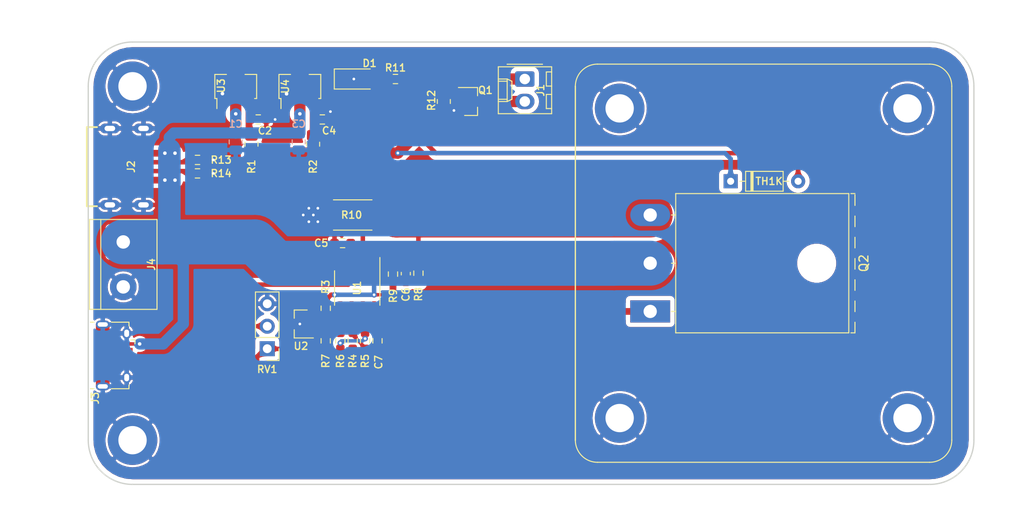
<source format=kicad_pcb>
(kicad_pcb (version 20171130) (host pcbnew "(5.1.9)-1")

  (general
    (thickness 1.6)
    (drawings 31)
    (tracks 178)
    (zones 0)
    (modules 40)
    (nets 21)
  )

  (page A4)
  (layers
    (0 F.Cu signal)
    (31 B.Cu signal)
    (32 B.Adhes user)
    (33 F.Adhes user)
    (34 B.Paste user)
    (35 F.Paste user)
    (36 B.SilkS user)
    (37 F.SilkS user)
    (38 B.Mask user)
    (39 F.Mask user)
    (40 Dwgs.User user)
    (41 Cmts.User user)
    (42 Eco1.User user)
    (43 Eco2.User user)
    (44 Edge.Cuts user)
    (45 Margin user)
    (46 B.CrtYd user hide)
    (47 F.CrtYd user hide)
    (48 B.Fab user hide)
    (49 F.Fab user hide)
  )

  (setup
    (last_trace_width 0.381)
    (user_trace_width 0.254)
    (user_trace_width 0.381)
    (user_trace_width 0.508)
    (user_trace_width 0.762)
    (user_trace_width 1.27)
    (user_trace_width 2.54)
    (user_trace_width 5.08)
    (user_trace_width 7.62)
    (trace_clearance 0.2)
    (zone_clearance 0.508)
    (zone_45_only no)
    (trace_min 0.2)
    (via_size 0.8)
    (via_drill 0.4)
    (via_min_size 0.4)
    (via_min_drill 0.3)
    (user_via 0.635 0.3048)
    (user_via 1.27 0.6096)
    (user_via 2.54 1.2192)
    (uvia_size 0.3)
    (uvia_drill 0.1)
    (uvias_allowed no)
    (uvia_min_size 0.2)
    (uvia_min_drill 0.1)
    (edge_width 0.05)
    (segment_width 0.2)
    (pcb_text_width 0.3)
    (pcb_text_size 1.5 1.5)
    (mod_edge_width 0.12)
    (mod_text_size 1 1)
    (mod_text_width 0.15)
    (pad_size 1.524 1.524)
    (pad_drill 0.762)
    (pad_to_mask_clearance 0)
    (aux_axis_origin 0 0)
    (visible_elements 7FFFFFFF)
    (pcbplotparams
      (layerselection 0x010fc_ffffffff)
      (usegerberextensions false)
      (usegerberattributes true)
      (usegerberadvancedattributes true)
      (creategerberjobfile true)
      (excludeedgelayer true)
      (linewidth 0.100000)
      (plotframeref false)
      (viasonmask false)
      (mode 1)
      (useauxorigin false)
      (hpglpennumber 1)
      (hpglpenspeed 20)
      (hpglpendiameter 15.000000)
      (psnegative false)
      (psa4output false)
      (plotreference true)
      (plotvalue true)
      (plotinvisibletext false)
      (padsonsilk false)
      (subtractmaskfromsilk false)
      (outputformat 1)
      (mirror false)
      (drillshape 1)
      (scaleselection 1)
      (outputdirectory ""))
  )

  (net 0 "")
  (net 1 GND)
  (net 2 VCC)
  (net 3 "Net-(C2-Pad1)")
  (net 4 "Net-(C4-Pad1)")
  (net 5 "Net-(C5-Pad1)")
  (net 6 "Net-(C6-Pad2)")
  (net 7 "Net-(C6-Pad1)")
  (net 8 "Net-(D1-Pad2)")
  (net 9 "Net-(J1-Pad2)")
  (net 10 +5V)
  (net 11 "Net-(J2-PadB5)")
  (net 12 "Net-(J2-PadA5)")
  (net 13 "Net-(J3-Pad2)")
  (net 14 "Net-(Q1-Pad1)")
  (net 15 "Net-(Q2-Pad3)")
  (net 16 "Net-(Q2-Pad1)")
  (net 17 "Net-(R3-Pad1)")
  (net 18 "Net-(R4-Pad1)")
  (net 19 "Net-(R5-Pad1)")
  (net 20 "Net-(R7-Pad1)")

  (net_class Default "This is the default net class."
    (clearance 0.2)
    (trace_width 0.25)
    (via_dia 0.8)
    (via_drill 0.4)
    (uvia_dia 0.3)
    (uvia_drill 0.1)
    (add_net +5V)
    (add_net GND)
    (add_net "Net-(C2-Pad1)")
    (add_net "Net-(C4-Pad1)")
    (add_net "Net-(C5-Pad1)")
    (add_net "Net-(C6-Pad1)")
    (add_net "Net-(C6-Pad2)")
    (add_net "Net-(D1-Pad2)")
    (add_net "Net-(J1-Pad2)")
    (add_net "Net-(J2-PadA5)")
    (add_net "Net-(J2-PadB5)")
    (add_net "Net-(J3-Pad2)")
    (add_net "Net-(Q1-Pad1)")
    (add_net "Net-(Q2-Pad1)")
    (add_net "Net-(Q2-Pad3)")
    (add_net "Net-(R3-Pad1)")
    (add_net "Net-(R4-Pad1)")
    (add_net "Net-(R5-Pad1)")
    (add_net "Net-(R7-Pad1)")
    (add_net VCC)
  )

  (module Resistor_SMD:R_0603_1608Metric_Pad0.98x0.95mm_HandSolder (layer F.Cu) (tedit 5F68FEEE) (tstamp 607CF66A)
    (at 148.463 88.773 270)
    (descr "Resistor SMD 0603 (1608 Metric), square (rectangular) end terminal, IPC_7351 nominal with elongated pad for handsoldering. (Body size source: IPC-SM-782 page 72, https://www.pcb-3d.com/wordpress/wp-content/uploads/ipc-sm-782a_amendment_1_and_2.pdf), generated with kicad-footprint-generator")
    (tags "resistor handsolder")
    (path /607C2D5A)
    (attr smd)
    (fp_text reference R6 (at 2.286 0 90) (layer F.SilkS)
      (effects (font (size 0.8128 0.8128) (thickness 0.15)))
    )
    (fp_text value 680R (at 0 1.43 90) (layer F.Fab)
      (effects (font (size 0.8128 0.8128) (thickness 0.15)))
    )
    (fp_line (start 1.65 0.73) (end -1.65 0.73) (layer F.CrtYd) (width 0.05))
    (fp_line (start 1.65 -0.73) (end 1.65 0.73) (layer F.CrtYd) (width 0.05))
    (fp_line (start -1.65 -0.73) (end 1.65 -0.73) (layer F.CrtYd) (width 0.05))
    (fp_line (start -1.65 0.73) (end -1.65 -0.73) (layer F.CrtYd) (width 0.05))
    (fp_line (start -0.254724 0.5225) (end 0.254724 0.5225) (layer F.SilkS) (width 0.12))
    (fp_line (start -0.254724 -0.5225) (end 0.254724 -0.5225) (layer F.SilkS) (width 0.12))
    (fp_line (start 0.8 0.4125) (end -0.8 0.4125) (layer F.Fab) (width 0.1))
    (fp_line (start 0.8 -0.4125) (end 0.8 0.4125) (layer F.Fab) (width 0.1))
    (fp_line (start -0.8 -0.4125) (end 0.8 -0.4125) (layer F.Fab) (width 0.1))
    (fp_line (start -0.8 0.4125) (end -0.8 -0.4125) (layer F.Fab) (width 0.1))
    (fp_text user %R (at 0 0 90) (layer F.Fab)
      (effects (font (size 0.4 0.4) (thickness 0.06)))
    )
    (pad 2 smd roundrect (at 0.9125 0 270) (size 0.975 0.95) (layers F.Cu F.Paste F.Mask) (roundrect_rratio 0.25)
      (net 19 "Net-(R5-Pad1)"))
    (pad 1 smd roundrect (at -0.9125 0 270) (size 0.975 0.95) (layers F.Cu F.Paste F.Mask) (roundrect_rratio 0.25)
      (net 17 "Net-(R3-Pad1)"))
    (model ${KISYS3DMOD}/Resistor_SMD.3dshapes/R_0603_1608Metric.wrl
      (at (xyz 0 0 0))
      (scale (xyz 1 1 1))
      (rotate (xyz 0 0 0))
    )
  )

  (module Resistor_SMD:R_0805_2012Metric_Pad1.20x1.40mm_HandSolder (layer F.Cu) (tedit 5F68FEEE) (tstamp 607D6A51)
    (at 138.43 66.548 90)
    (descr "Resistor SMD 0805 (2012 Metric), square (rectangular) end terminal, IPC_7351 nominal with elongated pad for handsoldering. (Body size source: IPC-SM-782 page 72, https://www.pcb-3d.com/wordpress/wp-content/uploads/ipc-sm-782a_amendment_1_and_2.pdf), generated with kicad-footprint-generator")
    (tags "resistor handsolder")
    (path /60831A58)
    (attr smd)
    (fp_text reference R1 (at -2.54 0 90) (layer F.SilkS)
      (effects (font (size 0.8128 0.8128) (thickness 0.15)))
    )
    (fp_text value 2R (at 0 1.65 90) (layer F.Fab)
      (effects (font (size 0.8128 0.8128) (thickness 0.15)))
    )
    (fp_line (start 1.85 0.95) (end -1.85 0.95) (layer F.CrtYd) (width 0.05))
    (fp_line (start 1.85 -0.95) (end 1.85 0.95) (layer F.CrtYd) (width 0.05))
    (fp_line (start -1.85 -0.95) (end 1.85 -0.95) (layer F.CrtYd) (width 0.05))
    (fp_line (start -1.85 0.95) (end -1.85 -0.95) (layer F.CrtYd) (width 0.05))
    (fp_line (start -0.227064 0.735) (end 0.227064 0.735) (layer F.SilkS) (width 0.12))
    (fp_line (start -0.227064 -0.735) (end 0.227064 -0.735) (layer F.SilkS) (width 0.12))
    (fp_line (start 1 0.625) (end -1 0.625) (layer F.Fab) (width 0.1))
    (fp_line (start 1 -0.625) (end 1 0.625) (layer F.Fab) (width 0.1))
    (fp_line (start -1 -0.625) (end 1 -0.625) (layer F.Fab) (width 0.1))
    (fp_line (start -1 0.625) (end -1 -0.625) (layer F.Fab) (width 0.1))
    (fp_text user %R (at 0 0 90) (layer F.Fab)
      (effects (font (size 0.5 0.5) (thickness 0.08)))
    )
    (pad 2 smd roundrect (at 1 0 90) (size 1.2 1.4) (layers F.Cu F.Paste F.Mask) (roundrect_rratio 0.208333)
      (net 3 "Net-(C2-Pad1)"))
    (pad 1 smd roundrect (at -1 0 90) (size 1.2 1.4) (layers F.Cu F.Paste F.Mask) (roundrect_rratio 0.208333)
      (net 10 +5V))
    (model ${KISYS3DMOD}/Resistor_SMD.3dshapes/R_0805_2012Metric.wrl
      (at (xyz 0 0 0))
      (scale (xyz 1 1 1))
      (rotate (xyz 0 0 0))
    )
  )

  (module MountingHole:MountingHole_3.2mm_M3_DIN965_Pad (layer F.Cu) (tedit 56D1B4CB) (tstamp 607D36C7)
    (at 180 97.5)
    (descr "Mounting Hole 3.2mm, M3, DIN965")
    (tags "mounting hole 3.2mm m3 din965")
    (path /6082B3A5)
    (attr virtual)
    (fp_text reference H6 (at 0 -3.8) (layer F.SilkS) hide
      (effects (font (size 1 1) (thickness 0.15)))
    )
    (fp_text value MountingHole_Pad (at 0 3.8) (layer F.Fab)
      (effects (font (size 1 1) (thickness 0.15)))
    )
    (fp_text user %R (at -2.15 0) (layer F.Fab)
      (effects (font (size 1 1) (thickness 0.15)))
    )
    (fp_circle (center 0 0) (end 2.8 0) (layer Cmts.User) (width 0.15))
    (fp_circle (center 0 0) (end 3.05 0) (layer F.CrtYd) (width 0.05))
    (pad 1 thru_hole circle (at 0 0) (size 5.6 5.6) (drill 3.2) (layers *.Cu *.Mask)
      (net 1 GND))
  )

  (module MountingHole:MountingHole_3.2mm_M3_DIN965_Pad (layer F.Cu) (tedit 56D1B4CB) (tstamp 607D36BF)
    (at 180 62.5)
    (descr "Mounting Hole 3.2mm, M3, DIN965")
    (tags "mounting hole 3.2mm m3 din965")
    (path /60827AB2)
    (attr virtual)
    (fp_text reference H5 (at 0 -3.8) (layer F.SilkS) hide
      (effects (font (size 1 1) (thickness 0.15)))
    )
    (fp_text value MountingHole_Pad (at 0 3.8) (layer F.Fab)
      (effects (font (size 1 1) (thickness 0.15)))
    )
    (fp_text user %R (at 0.3 0) (layer F.Fab)
      (effects (font (size 1 1) (thickness 0.15)))
    )
    (fp_circle (center 0 0) (end 2.8 0) (layer Cmts.User) (width 0.15))
    (fp_circle (center 0 0) (end 3.05 0) (layer F.CrtYd) (width 0.05))
    (pad 1 thru_hole circle (at 0 0) (size 5.6 5.6) (drill 3.2) (layers *.Cu *.Mask)
      (net 1 GND))
  )

  (module MountingHole:MountingHole_3.2mm_M3_DIN965_Pad (layer F.Cu) (tedit 56D1B4CB) (tstamp 607D2AA9)
    (at 212.5 97.5)
    (descr "Mounting Hole 3.2mm, M3, DIN965")
    (tags "mounting hole 3.2mm m3 din965")
    (path /6080B017)
    (attr virtual)
    (fp_text reference H4 (at 0 -3.8) (layer F.SilkS) hide
      (effects (font (size 1 1) (thickness 0.15)))
    )
    (fp_text value MountingHole_Pad (at 0 3.8) (layer F.Fab)
      (effects (font (size 1 1) (thickness 0.15)))
    )
    (fp_text user %R (at 0.3 0) (layer F.Fab)
      (effects (font (size 1 1) (thickness 0.15)))
    )
    (fp_circle (center 0 0) (end 2.8 0) (layer Cmts.User) (width 0.15))
    (fp_circle (center 0 0) (end 3.05 0) (layer F.CrtYd) (width 0.05))
    (pad 1 thru_hole circle (at 0 0) (size 5.6 5.6) (drill 3.2) (layers *.Cu *.Mask)
      (net 1 GND))
  )

  (module MountingHole:MountingHole_3.2mm_M3_DIN965_Pad (layer F.Cu) (tedit 56D1B4CB) (tstamp 607D2F5A)
    (at 125 60)
    (descr "Mounting Hole 3.2mm, M3, DIN965")
    (tags "mounting hole 3.2mm m3 din965")
    (path /6080AE72)
    (attr virtual)
    (fp_text reference H3 (at 0 -3.8) (layer F.SilkS) hide
      (effects (font (size 1 1) (thickness 0.15)))
    )
    (fp_text value MountingHole_Pad (at 0 3.8) (layer F.Fab)
      (effects (font (size 1 1) (thickness 0.15)))
    )
    (fp_text user %R (at 0.3 0) (layer F.Fab)
      (effects (font (size 1 1) (thickness 0.15)))
    )
    (fp_circle (center 0 0) (end 2.8 0) (layer Cmts.User) (width 0.15))
    (fp_circle (center 0 0) (end 3.05 0) (layer F.CrtYd) (width 0.05))
    (pad 1 thru_hole circle (at 0 0) (size 5.6 5.6) (drill 3.2) (layers *.Cu *.Mask)
      (net 1 GND))
  )

  (module MountingHole:MountingHole_3.2mm_M3_DIN965_Pad (layer F.Cu) (tedit 56D1B4CB) (tstamp 607D2A99)
    (at 212.5 62.5)
    (descr "Mounting Hole 3.2mm, M3, DIN965")
    (tags "mounting hole 3.2mm m3 din965")
    (path /6080A9ED)
    (attr virtual)
    (fp_text reference H2 (at 0 -3.8) (layer F.SilkS) hide
      (effects (font (size 1 1) (thickness 0.15)))
    )
    (fp_text value MountingHole_Pad (at 0 3.8) (layer F.Fab)
      (effects (font (size 1 1) (thickness 0.15)))
    )
    (fp_text user %R (at 0.3 0) (layer F.Fab)
      (effects (font (size 1 1) (thickness 0.15)))
    )
    (fp_circle (center 0 0) (end 2.8 0) (layer Cmts.User) (width 0.15))
    (fp_circle (center 0 0) (end 3.05 0) (layer F.CrtYd) (width 0.05))
    (pad 1 thru_hole circle (at 0 0) (size 5.6 5.6) (drill 3.2) (layers *.Cu *.Mask)
      (net 1 GND))
  )

  (module MountingHole:MountingHole_3.2mm_M3_DIN965_Pad (layer F.Cu) (tedit 56D1B4CB) (tstamp 607D2FAA)
    (at 125 100)
    (descr "Mounting Hole 3.2mm, M3, DIN965")
    (tags "mounting hole 3.2mm m3 din965")
    (path /6080B2BD)
    (attr virtual)
    (fp_text reference H1 (at 0 -3.8) (layer F.SilkS) hide
      (effects (font (size 1 1) (thickness 0.15)))
    )
    (fp_text value MountingHole_Pad (at 0 3.8) (layer F.Fab)
      (effects (font (size 1 1) (thickness 0.15)))
    )
    (fp_text user %R (at 0.3 0) (layer F.Fab)
      (effects (font (size 1 1) (thickness 0.15)))
    )
    (fp_circle (center 0 0) (end 2.8 0) (layer Cmts.User) (width 0.15))
    (fp_circle (center 0 0) (end 3.05 0) (layer F.CrtYd) (width 0.05))
    (pad 1 thru_hole circle (at 0 0) (size 5.6 5.6) (drill 3.2) (layers *.Cu *.Mask)
      (net 1 GND))
  )

  (module Package_TO_SOT_THT:TO-3P-3_Horizontal_TabUp (layer F.Cu) (tedit 5AC8701B) (tstamp 607CF604)
    (at 183.45 85.45 90)
    (descr "TO-3P-3, Horizontal, RM 5.45mm, , see https://toshiba.semicon-storage.com/ap-en/design-support/package/detail.TO-3P(N).html")
    (tags "TO-3P-3 Horizontal RM 5.45mm ")
    (path /607AEA1D)
    (fp_text reference Q2 (at 5.45 24.12 90) (layer F.SilkS)
      (effects (font (size 1 1) (thickness 0.15)))
    )
    (fp_text value TIP122 (at 5.45 -3.25 90) (layer F.Fab)
      (effects (font (size 1 1) (thickness 0.15)))
    )
    (fp_text user %R (at 5.45 24.12 90) (layer F.Fab)
      (effects (font (size 1 1) (thickness 0.15)))
    )
    (fp_circle (center 5.45 18.8) (end 7.05 18.8) (layer F.Fab) (width 0.1))
    (fp_line (start -2.3 22.3) (end -2.3 21) (layer F.Fab) (width 0.1))
    (fp_line (start -2.3 21) (end -1.15 23) (layer F.Fab) (width 0.1))
    (fp_line (start -1.15 23) (end 12.05 23) (layer F.Fab) (width 0.1))
    (fp_line (start 12.05 23) (end 13.2 21) (layer F.Fab) (width 0.1))
    (fp_line (start 13.2 21) (end 13.2 22.3) (layer F.Fab) (width 0.1))
    (fp_line (start 13.2 22.3) (end -2.3 22.3) (layer F.Fab) (width 0.1))
    (fp_line (start -2.3 3) (end -2.3 18.8) (layer F.Fab) (width 0.1))
    (fp_line (start -2.3 18.8) (end -0.11 22.3) (layer F.Fab) (width 0.1))
    (fp_line (start -0.11 22.3) (end 11.01 22.3) (layer F.Fab) (width 0.1))
    (fp_line (start 11.01 22.3) (end 13.2 18.8) (layer F.Fab) (width 0.1))
    (fp_line (start 13.2 18.8) (end 13.2 3) (layer F.Fab) (width 0.1))
    (fp_line (start 13.2 3) (end -2.3 3) (layer F.Fab) (width 0.1))
    (fp_line (start 0 3) (end 0 0) (layer F.Fab) (width 0.1))
    (fp_line (start 5.45 3) (end 5.45 0) (layer F.Fab) (width 0.1))
    (fp_line (start 10.9 3) (end 10.9 0) (layer F.Fab) (width 0.1))
    (fp_line (start -2.42 2.88) (end 13.32 2.88) (layer F.SilkS) (width 0.12))
    (fp_line (start -2.42 22.42) (end 13.32 22.42) (layer F.SilkS) (width 0.12))
    (fp_line (start -2.42 2.88) (end -2.42 22.42) (layer F.SilkS) (width 0.12))
    (fp_line (start 13.32 2.88) (end 13.32 22.42) (layer F.SilkS) (width 0.12))
    (fp_line (start -2.42 23.12) (end -1.22 23.12) (layer F.SilkS) (width 0.12))
    (fp_line (start -0.021 23.12) (end 1.18 23.12) (layer F.SilkS) (width 0.12))
    (fp_line (start 2.38 23.12) (end 3.58 23.12) (layer F.SilkS) (width 0.12))
    (fp_line (start 4.78 23.12) (end 5.98 23.12) (layer F.SilkS) (width 0.12))
    (fp_line (start 7.18 23.12) (end 8.38 23.12) (layer F.SilkS) (width 0.12))
    (fp_line (start 9.58 23.12) (end 10.78 23.12) (layer F.SilkS) (width 0.12))
    (fp_line (start 11.98 23.12) (end 13.18 23.12) (layer F.SilkS) (width 0.12))
    (fp_line (start -2.42 22.66) (end -2.42 23.12) (layer F.SilkS) (width 0.12))
    (fp_line (start 13.32 22.66) (end 13.32 23.12) (layer F.SilkS) (width 0.12))
    (fp_line (start 0 2.4) (end 0 2.88) (layer F.SilkS) (width 0.12))
    (fp_line (start 5.45 2.4) (end 5.45 2.88) (layer F.SilkS) (width 0.12))
    (fp_line (start 10.9 2.4) (end 10.9 2.88) (layer F.SilkS) (width 0.12))
    (fp_line (start -2.55 -2.5) (end -2.55 23.25) (layer F.CrtYd) (width 0.05))
    (fp_line (start -2.55 23.25) (end 13.45 23.25) (layer F.CrtYd) (width 0.05))
    (fp_line (start 13.45 23.25) (end 13.45 -2.5) (layer F.CrtYd) (width 0.05))
    (fp_line (start 13.45 -2.5) (end -2.55 -2.5) (layer F.CrtYd) (width 0.05))
    (pad 3 thru_hole oval (at 10.9 0 90) (size 2.5 4.5) (drill 1.5) (layers *.Cu *.Mask)
      (net 15 "Net-(Q2-Pad3)"))
    (pad 2 thru_hole oval (at 5.45 0 90) (size 2.5 4.5) (drill 1.5) (layers *.Cu *.Mask)
      (net 2 VCC))
    (pad 1 thru_hole rect (at 0 0 90) (size 2.5 4.5) (drill 1.5) (layers *.Cu *.Mask)
      (net 16 "Net-(Q2-Pad1)"))
    (pad "" np_thru_hole oval (at 5.45 18.8 90) (size 3.4 3.4) (drill 3.4) (layers *.Cu *.Mask))
    (model ${KISYS3DMOD}/Package_TO_SOT_THT.3dshapes/TO-3P-3_Horizontal_TabUp.wrl
      (at (xyz 0 0 0))
      (scale (xyz 1 1 1))
      (rotate (xyz 0 0 0))
    )
  )

  (module Package_TO_SOT_SMD:SOT-89-3 (layer F.Cu) (tedit 5C33D6E8) (tstamp 607D6909)
    (at 143.891 60.325 90)
    (descr "SOT-89-3, http://ww1.microchip.com/downloads/en/DeviceDoc/3L_SOT-89_MB_C04-029C.pdf")
    (tags SOT-89-3)
    (path /608395BA)
    (attr smd)
    (fp_text reference U4 (at 0.3 -1.651 90) (layer F.SilkS)
      (effects (font (size 0.8128 0.8128) (thickness 0.15)))
    )
    (fp_text value MST5350BTS (at 0.3 3.5 90) (layer F.Fab)
      (effects (font (size 0.8128 0.8128) (thickness 0.15)))
    )
    (fp_line (start -1.06 2.36) (end -1.06 2.13) (layer F.SilkS) (width 0.12))
    (fp_line (start -1.06 -2.36) (end -1.06 -2.13) (layer F.SilkS) (width 0.12))
    (fp_line (start -1.06 -2.36) (end 1.66 -2.36) (layer F.SilkS) (width 0.12))
    (fp_line (start -2.55 2.5) (end -2.55 -2.5) (layer F.CrtYd) (width 0.05))
    (fp_line (start -2.55 2.5) (end 2.55 2.5) (layer F.CrtYd) (width 0.05))
    (fp_line (start 2.55 -2.5) (end -2.55 -2.5) (layer F.CrtYd) (width 0.05))
    (fp_line (start 2.55 -2.5) (end 2.55 2.5) (layer F.CrtYd) (width 0.05))
    (fp_line (start 0.05 -2.25) (end 1.55 -2.25) (layer F.Fab) (width 0.1))
    (fp_line (start -0.95 2.25) (end -0.95 -1.25) (layer F.Fab) (width 0.1))
    (fp_line (start 1.55 2.25) (end -0.95 2.25) (layer F.Fab) (width 0.1))
    (fp_line (start 1.55 -2.25) (end 1.55 2.25) (layer F.Fab) (width 0.1))
    (fp_line (start -0.95 -1.25) (end 0.05 -2.25) (layer F.Fab) (width 0.1))
    (fp_line (start 1.66 -2.36) (end 1.66 -1.05) (layer F.SilkS) (width 0.12))
    (fp_line (start -2.2 -2.13) (end -1.06 -2.13) (layer F.SilkS) (width 0.12))
    (fp_line (start 1.66 2.36) (end -1.06 2.36) (layer F.SilkS) (width 0.12))
    (fp_line (start 1.66 1.05) (end 1.66 2.36) (layer F.SilkS) (width 0.12))
    (fp_text user %R (at 0.5 0) (layer F.Fab)
      (effects (font (size 0.8128 0.8128) (thickness 0.15)))
    )
    (pad 2 smd custom (at -1.5625 0 90) (size 1.475 0.9) (layers F.Cu F.Paste F.Mask)
      (net 2 VCC) (zone_connect 2)
      (options (clearance outline) (anchor rect))
      (primitives
        (gr_poly (pts
           (xy 0.7375 -0.8665) (xy 3.8625 -0.8665) (xy 3.8625 0.8665) (xy 0.7375 0.8665)) (width 0))
      ))
    (pad 3 smd rect (at -1.65 1.5 90) (size 1.3 0.9) (layers F.Cu F.Paste F.Mask)
      (net 4 "Net-(C4-Pad1)"))
    (pad 1 smd rect (at -1.65 -1.5 90) (size 1.3 0.9) (layers F.Cu F.Paste F.Mask)
      (net 1 GND))
    (model ${KISYS3DMOD}/Package_TO_SOT_SMD.3dshapes/SOT-89-3.wrl
      (at (xyz 0 0 0))
      (scale (xyz 1 1 1))
      (rotate (xyz 0 0 0))
    )
  )

  (module Package_TO_SOT_SMD:SOT-89-3 (layer F.Cu) (tedit 5C33D6E8) (tstamp 607D6153)
    (at 136.652 60.325 90)
    (descr "SOT-89-3, http://ww1.microchip.com/downloads/en/DeviceDoc/3L_SOT-89_MB_C04-029C.pdf")
    (tags SOT-89-3)
    (path /607B2982)
    (attr smd)
    (fp_text reference U3 (at 0.381 -1.651 90) (layer F.SilkS)
      (effects (font (size 0.8128 0.8128) (thickness 0.15)))
    )
    (fp_text value MST5350BTS (at 0.3 3.5 90) (layer F.Fab)
      (effects (font (size 0.8128 0.8128) (thickness 0.15)))
    )
    (fp_line (start -1.06 2.36) (end -1.06 2.13) (layer F.SilkS) (width 0.12))
    (fp_line (start -1.06 -2.36) (end -1.06 -2.13) (layer F.SilkS) (width 0.12))
    (fp_line (start -1.06 -2.36) (end 1.66 -2.36) (layer F.SilkS) (width 0.12))
    (fp_line (start -2.55 2.5) (end -2.55 -2.5) (layer F.CrtYd) (width 0.05))
    (fp_line (start -2.55 2.5) (end 2.55 2.5) (layer F.CrtYd) (width 0.05))
    (fp_line (start 2.55 -2.5) (end -2.55 -2.5) (layer F.CrtYd) (width 0.05))
    (fp_line (start 2.55 -2.5) (end 2.55 2.5) (layer F.CrtYd) (width 0.05))
    (fp_line (start 0.05 -2.25) (end 1.55 -2.25) (layer F.Fab) (width 0.1))
    (fp_line (start -0.95 2.25) (end -0.95 -1.25) (layer F.Fab) (width 0.1))
    (fp_line (start 1.55 2.25) (end -0.95 2.25) (layer F.Fab) (width 0.1))
    (fp_line (start 1.55 -2.25) (end 1.55 2.25) (layer F.Fab) (width 0.1))
    (fp_line (start -0.95 -1.25) (end 0.05 -2.25) (layer F.Fab) (width 0.1))
    (fp_line (start 1.66 -2.36) (end 1.66 -1.05) (layer F.SilkS) (width 0.12))
    (fp_line (start -2.2 -2.13) (end -1.06 -2.13) (layer F.SilkS) (width 0.12))
    (fp_line (start 1.66 2.36) (end -1.06 2.36) (layer F.SilkS) (width 0.12))
    (fp_line (start 1.66 1.05) (end 1.66 2.36) (layer F.SilkS) (width 0.12))
    (fp_text user %R (at 0.5 0) (layer F.Fab)
      (effects (font (size 0.8128 0.8128) (thickness 0.15)))
    )
    (pad 2 smd custom (at -1.5625 0 90) (size 1.475 0.9) (layers F.Cu F.Paste F.Mask)
      (net 2 VCC) (zone_connect 2)
      (options (clearance outline) (anchor rect))
      (primitives
        (gr_poly (pts
           (xy 0.7375 -0.8665) (xy 3.8625 -0.8665) (xy 3.8625 0.8665) (xy 0.7375 0.8665)) (width 0))
      ))
    (pad 3 smd rect (at -1.65 1.5 90) (size 1.3 0.9) (layers F.Cu F.Paste F.Mask)
      (net 3 "Net-(C2-Pad1)"))
    (pad 1 smd rect (at -1.65 -1.5 90) (size 1.3 0.9) (layers F.Cu F.Paste F.Mask)
      (net 1 GND))
    (model ${KISYS3DMOD}/Package_TO_SOT_SMD.3dshapes/SOT-89-3.wrl
      (at (xyz 0 0 0))
      (scale (xyz 1 1 1))
      (rotate (xyz 0 0 0))
    )
  )

  (module Package_TO_SOT_SMD:SOT-23 (layer F.Cu) (tedit 5A02FF57) (tstamp 607CF757)
    (at 144.018 86.868 180)
    (descr "SOT-23, Standard")
    (tags SOT-23)
    (path /607A9077)
    (attr smd)
    (fp_text reference U2 (at 0 -2.5) (layer F.SilkS)
      (effects (font (size 0.8128 0.8128) (thickness 0.15)))
    )
    (fp_text value TL431DBZ (at 0 2.5) (layer F.Fab)
      (effects (font (size 0.8128 0.8128) (thickness 0.15)))
    )
    (fp_line (start 0.76 1.58) (end -0.7 1.58) (layer F.SilkS) (width 0.12))
    (fp_line (start 0.76 -1.58) (end -1.4 -1.58) (layer F.SilkS) (width 0.12))
    (fp_line (start -1.7 1.75) (end -1.7 -1.75) (layer F.CrtYd) (width 0.05))
    (fp_line (start 1.7 1.75) (end -1.7 1.75) (layer F.CrtYd) (width 0.05))
    (fp_line (start 1.7 -1.75) (end 1.7 1.75) (layer F.CrtYd) (width 0.05))
    (fp_line (start -1.7 -1.75) (end 1.7 -1.75) (layer F.CrtYd) (width 0.05))
    (fp_line (start 0.76 -1.58) (end 0.76 -0.65) (layer F.SilkS) (width 0.12))
    (fp_line (start 0.76 1.58) (end 0.76 0.65) (layer F.SilkS) (width 0.12))
    (fp_line (start -0.7 1.52) (end 0.7 1.52) (layer F.Fab) (width 0.1))
    (fp_line (start 0.7 -1.52) (end 0.7 1.52) (layer F.Fab) (width 0.1))
    (fp_line (start -0.7 -0.95) (end -0.15 -1.52) (layer F.Fab) (width 0.1))
    (fp_line (start -0.15 -1.52) (end 0.7 -1.52) (layer F.Fab) (width 0.1))
    (fp_line (start -0.7 -0.95) (end -0.7 1.5) (layer F.Fab) (width 0.1))
    (fp_text user %R (at 0 0 90) (layer F.Fab)
      (effects (font (size 0.5 0.5) (thickness 0.075)))
    )
    (pad 3 smd rect (at 1 0 180) (size 0.9 0.8) (layers F.Cu F.Paste F.Mask)
      (net 1 GND))
    (pad 2 smd rect (at -1 0.95 180) (size 0.9 0.8) (layers F.Cu F.Paste F.Mask)
      (net 17 "Net-(R3-Pad1)"))
    (pad 1 smd rect (at -1 -0.95 180) (size 0.9 0.8) (layers F.Cu F.Paste F.Mask)
      (net 17 "Net-(R3-Pad1)"))
    (model ${KISYS3DMOD}/Package_TO_SOT_SMD.3dshapes/SOT-23.wrl
      (at (xyz 0 0 0))
      (scale (xyz 1 1 1))
      (rotate (xyz 0 0 0))
    )
  )

  (module Package_SO:SOIC-8_3.9x4.9mm_P1.27mm (layer F.Cu) (tedit 5D9F72B1) (tstamp 607D4465)
    (at 150.368 82.804 270)
    (descr "SOIC, 8 Pin (JEDEC MS-012AA, https://www.analog.com/media/en/package-pcb-resources/package/pkg_pdf/soic_narrow-r/r_8.pdf), generated with kicad-footprint-generator ipc_gullwing_generator.py")
    (tags "SOIC SO")
    (path /607A828F)
    (attr smd)
    (fp_text reference U1 (at 0 0 90) (layer F.SilkS)
      (effects (font (size 0.8128 0.8128) (thickness 0.15)))
    )
    (fp_text value LM358 (at 0 3.4 90) (layer F.Fab)
      (effects (font (size 0.8128 0.8128) (thickness 0.15)))
    )
    (fp_line (start 3.7 -2.7) (end -3.7 -2.7) (layer F.CrtYd) (width 0.05))
    (fp_line (start 3.7 2.7) (end 3.7 -2.7) (layer F.CrtYd) (width 0.05))
    (fp_line (start -3.7 2.7) (end 3.7 2.7) (layer F.CrtYd) (width 0.05))
    (fp_line (start -3.7 -2.7) (end -3.7 2.7) (layer F.CrtYd) (width 0.05))
    (fp_line (start -1.95 -1.475) (end -0.975 -2.45) (layer F.Fab) (width 0.1))
    (fp_line (start -1.95 2.45) (end -1.95 -1.475) (layer F.Fab) (width 0.1))
    (fp_line (start 1.95 2.45) (end -1.95 2.45) (layer F.Fab) (width 0.1))
    (fp_line (start 1.95 -2.45) (end 1.95 2.45) (layer F.Fab) (width 0.1))
    (fp_line (start -0.975 -2.45) (end 1.95 -2.45) (layer F.Fab) (width 0.1))
    (fp_line (start 0 -2.56) (end -3.45 -2.56) (layer F.SilkS) (width 0.12))
    (fp_line (start 0 -2.56) (end 1.95 -2.56) (layer F.SilkS) (width 0.12))
    (fp_line (start 0 2.56) (end -1.95 2.56) (layer F.SilkS) (width 0.12))
    (fp_line (start 0 2.56) (end 1.95 2.56) (layer F.SilkS) (width 0.12))
    (fp_text user %R (at 0 0 90) (layer F.Fab)
      (effects (font (size 0.98 0.98) (thickness 0.15)))
    )
    (pad 8 smd roundrect (at 2.475 -1.905 270) (size 1.95 0.6) (layers F.Cu F.Paste F.Mask) (roundrect_rratio 0.25)
      (net 2 VCC))
    (pad 7 smd roundrect (at 2.475 -0.635 270) (size 1.95 0.6) (layers F.Cu F.Paste F.Mask) (roundrect_rratio 0.25)
      (net 19 "Net-(R5-Pad1)"))
    (pad 6 smd roundrect (at 2.475 0.635 270) (size 1.95 0.6) (layers F.Cu F.Paste F.Mask) (roundrect_rratio 0.25)
      (net 18 "Net-(R4-Pad1)"))
    (pad 5 smd roundrect (at 2.475 1.905 270) (size 1.95 0.6) (layers F.Cu F.Paste F.Mask) (roundrect_rratio 0.25)
      (net 17 "Net-(R3-Pad1)"))
    (pad 4 smd roundrect (at -2.475 1.905 270) (size 1.95 0.6) (layers F.Cu F.Paste F.Mask) (roundrect_rratio 0.25)
      (net 1 GND))
    (pad 3 smd roundrect (at -2.475 0.635 270) (size 1.95 0.6) (layers F.Cu F.Paste F.Mask) (roundrect_rratio 0.25)
      (net 5 "Net-(C5-Pad1)"))
    (pad 2 smd roundrect (at -2.475 -0.635 270) (size 1.95 0.6) (layers F.Cu F.Paste F.Mask) (roundrect_rratio 0.25)
      (net 15 "Net-(Q2-Pad3)"))
    (pad 1 smd roundrect (at -2.475 -1.905 270) (size 1.95 0.6) (layers F.Cu F.Paste F.Mask) (roundrect_rratio 0.25)
      (net 7 "Net-(C6-Pad1)"))
    (model ${KISYS3DMOD}/Package_SO.3dshapes/SOIC-8_3.9x4.9mm_P1.27mm.wrl
      (at (xyz 0 0 0))
      (scale (xyz 1 1 1))
      (rotate (xyz 0 0 0))
    )
  )

  (module Diode_THT:D_DO-35_SOD27_P7.62mm_Horizontal (layer F.Cu) (tedit 5AE50CD5) (tstamp 607CF728)
    (at 192.532 70.739)
    (descr "Diode, DO-35_SOD27 series, Axial, Horizontal, pin pitch=7.62mm, , length*diameter=4*2mm^2, , http://www.diodes.com/_files/packages/DO-35.pdf")
    (tags "Diode DO-35_SOD27 series Axial Horizontal pin pitch 7.62mm  length 4mm diameter 2mm")
    (path /607AFB47)
    (fp_text reference TH1 (at 3.937 0) (layer F.SilkS)
      (effects (font (size 0.8128 0.8128) (thickness 0.15)))
    )
    (fp_text value 10K (at 3.81 2.12) (layer F.Fab)
      (effects (font (size 0.8128 0.8128) (thickness 0.15)))
    )
    (fp_line (start 8.67 -1.25) (end -1.05 -1.25) (layer F.CrtYd) (width 0.05))
    (fp_line (start 8.67 1.25) (end 8.67 -1.25) (layer F.CrtYd) (width 0.05))
    (fp_line (start -1.05 1.25) (end 8.67 1.25) (layer F.CrtYd) (width 0.05))
    (fp_line (start -1.05 -1.25) (end -1.05 1.25) (layer F.CrtYd) (width 0.05))
    (fp_line (start 2.29 -1.12) (end 2.29 1.12) (layer F.SilkS) (width 0.12))
    (fp_line (start 2.53 -1.12) (end 2.53 1.12) (layer F.SilkS) (width 0.12))
    (fp_line (start 2.41 -1.12) (end 2.41 1.12) (layer F.SilkS) (width 0.12))
    (fp_line (start 6.58 0) (end 5.93 0) (layer F.SilkS) (width 0.12))
    (fp_line (start 1.04 0) (end 1.69 0) (layer F.SilkS) (width 0.12))
    (fp_line (start 5.93 -1.12) (end 1.69 -1.12) (layer F.SilkS) (width 0.12))
    (fp_line (start 5.93 1.12) (end 5.93 -1.12) (layer F.SilkS) (width 0.12))
    (fp_line (start 1.69 1.12) (end 5.93 1.12) (layer F.SilkS) (width 0.12))
    (fp_line (start 1.69 -1.12) (end 1.69 1.12) (layer F.SilkS) (width 0.12))
    (fp_line (start 2.31 -1) (end 2.31 1) (layer F.Fab) (width 0.1))
    (fp_line (start 2.51 -1) (end 2.51 1) (layer F.Fab) (width 0.1))
    (fp_line (start 2.41 -1) (end 2.41 1) (layer F.Fab) (width 0.1))
    (fp_line (start 7.62 0) (end 5.81 0) (layer F.Fab) (width 0.1))
    (fp_line (start 0 0) (end 1.81 0) (layer F.Fab) (width 0.1))
    (fp_line (start 5.81 -1) (end 1.81 -1) (layer F.Fab) (width 0.1))
    (fp_line (start 5.81 1) (end 5.81 -1) (layer F.Fab) (width 0.1))
    (fp_line (start 1.81 1) (end 5.81 1) (layer F.Fab) (width 0.1))
    (fp_line (start 1.81 -1) (end 1.81 1) (layer F.Fab) (width 0.1))
    (fp_text user K (at 5.461 0) (layer F.SilkS)
      (effects (font (size 0.8128 0.8128) (thickness 0.15)))
    )
    (fp_text user K (at 0 -1.8) (layer F.Fab)
      (effects (font (size 0.8128 0.8128) (thickness 0.15)))
    )
    (fp_text user %R (at 4.11 0) (layer F.Fab)
      (effects (font (size 0.8 0.8) (thickness 0.12)))
    )
    (pad 2 thru_hole oval (at 7.62 0) (size 1.6 1.6) (drill 0.8) (layers *.Cu *.Mask)
      (net 14 "Net-(Q1-Pad1)"))
    (pad 1 thru_hole rect (at 0 0) (size 1.6 1.6) (drill 0.8) (layers *.Cu *.Mask)
      (net 10 +5V))
    (model ${KISYS3DMOD}/Diode_THT.3dshapes/D_DO-35_SOD27_P7.62mm_Horizontal.wrl
      (at (xyz 0 0 0))
      (scale (xyz 1 1 1))
      (rotate (xyz 0 0 0))
    )
  )

  (module Connector_PinHeader_2.54mm:PinHeader_1x03_P2.54mm_Vertical (layer F.Cu) (tedit 59FED5CC) (tstamp 607CF709)
    (at 140.208 89.662 180)
    (descr "Through hole straight pin header, 1x03, 2.54mm pitch, single row")
    (tags "Through hole pin header THT 1x03 2.54mm single row")
    (path /607A97FC)
    (fp_text reference RV1 (at 0 -2.33) (layer F.SilkS)
      (effects (font (size 0.8128 0.8128) (thickness 0.15)))
    )
    (fp_text value 10K (at 0 7.41) (layer F.Fab)
      (effects (font (size 0.8128 0.8128) (thickness 0.15)))
    )
    (fp_line (start 1.8 -1.8) (end -1.8 -1.8) (layer F.CrtYd) (width 0.05))
    (fp_line (start 1.8 6.85) (end 1.8 -1.8) (layer F.CrtYd) (width 0.05))
    (fp_line (start -1.8 6.85) (end 1.8 6.85) (layer F.CrtYd) (width 0.05))
    (fp_line (start -1.8 -1.8) (end -1.8 6.85) (layer F.CrtYd) (width 0.05))
    (fp_line (start -1.33 -1.33) (end 0 -1.33) (layer F.SilkS) (width 0.12))
    (fp_line (start -1.33 0) (end -1.33 -1.33) (layer F.SilkS) (width 0.12))
    (fp_line (start -1.33 1.27) (end 1.33 1.27) (layer F.SilkS) (width 0.12))
    (fp_line (start 1.33 1.27) (end 1.33 6.41) (layer F.SilkS) (width 0.12))
    (fp_line (start -1.33 1.27) (end -1.33 6.41) (layer F.SilkS) (width 0.12))
    (fp_line (start -1.33 6.41) (end 1.33 6.41) (layer F.SilkS) (width 0.12))
    (fp_line (start -1.27 -0.635) (end -0.635 -1.27) (layer F.Fab) (width 0.1))
    (fp_line (start -1.27 6.35) (end -1.27 -0.635) (layer F.Fab) (width 0.1))
    (fp_line (start 1.27 6.35) (end -1.27 6.35) (layer F.Fab) (width 0.1))
    (fp_line (start 1.27 -1.27) (end 1.27 6.35) (layer F.Fab) (width 0.1))
    (fp_line (start -0.635 -1.27) (end 1.27 -1.27) (layer F.Fab) (width 0.1))
    (fp_text user %R (at 0 2.54 90) (layer F.Fab)
      (effects (font (size 0.8128 0.8128) (thickness 0.15)))
    )
    (pad 3 thru_hole oval (at 0 5.08 180) (size 1.7 1.7) (drill 1) (layers *.Cu *.Mask)
      (net 1 GND))
    (pad 2 thru_hole oval (at 0 2.54 180) (size 1.7 1.7) (drill 1) (layers *.Cu *.Mask)
      (net 5 "Net-(C5-Pad1)"))
    (pad 1 thru_hole rect (at 0 0 180) (size 1.7 1.7) (drill 1) (layers *.Cu *.Mask)
      (net 20 "Net-(R7-Pad1)"))
    (model ${KISYS3DMOD}/Connector_PinHeader_2.54mm.3dshapes/PinHeader_1x03_P2.54mm_Vertical.wrl
      (at (xyz 0 0 0))
      (scale (xyz 1 1 1))
      (rotate (xyz 0 0 0))
    )
  )

  (module Resistor_SMD:R_0603_1608Metric_Pad0.98x0.95mm_HandSolder (layer F.Cu) (tedit 5F68FEEE) (tstamp 607CF6F2)
    (at 132.334 69.85 180)
    (descr "Resistor SMD 0603 (1608 Metric), square (rectangular) end terminal, IPC_7351 nominal with elongated pad for handsoldering. (Body size source: IPC-SM-782 page 72, https://www.pcb-3d.com/wordpress/wp-content/uploads/ipc-sm-782a_amendment_1_and_2.pdf), generated with kicad-footprint-generator")
    (tags "resistor handsolder")
    (path /6080B8C0)
    (attr smd)
    (fp_text reference R14 (at -2.667 0) (layer F.SilkS)
      (effects (font (size 0.8128 0.8128) (thickness 0.15)))
    )
    (fp_text value 5.1K (at 0 1.43) (layer F.Fab)
      (effects (font (size 0.8128 0.8128) (thickness 0.15)))
    )
    (fp_line (start 1.65 0.73) (end -1.65 0.73) (layer F.CrtYd) (width 0.05))
    (fp_line (start 1.65 -0.73) (end 1.65 0.73) (layer F.CrtYd) (width 0.05))
    (fp_line (start -1.65 -0.73) (end 1.65 -0.73) (layer F.CrtYd) (width 0.05))
    (fp_line (start -1.65 0.73) (end -1.65 -0.73) (layer F.CrtYd) (width 0.05))
    (fp_line (start -0.254724 0.5225) (end 0.254724 0.5225) (layer F.SilkS) (width 0.12))
    (fp_line (start -0.254724 -0.5225) (end 0.254724 -0.5225) (layer F.SilkS) (width 0.12))
    (fp_line (start 0.8 0.4125) (end -0.8 0.4125) (layer F.Fab) (width 0.1))
    (fp_line (start 0.8 -0.4125) (end 0.8 0.4125) (layer F.Fab) (width 0.1))
    (fp_line (start -0.8 -0.4125) (end 0.8 -0.4125) (layer F.Fab) (width 0.1))
    (fp_line (start -0.8 0.4125) (end -0.8 -0.4125) (layer F.Fab) (width 0.1))
    (fp_text user %R (at 0 0) (layer F.Fab)
      (effects (font (size 0.4 0.4) (thickness 0.06)))
    )
    (pad 2 smd roundrect (at 0.9125 0 180) (size 0.975 0.95) (layers F.Cu F.Paste F.Mask) (roundrect_rratio 0.25)
      (net 11 "Net-(J2-PadB5)"))
    (pad 1 smd roundrect (at -0.9125 0 180) (size 0.975 0.95) (layers F.Cu F.Paste F.Mask) (roundrect_rratio 0.25)
      (net 1 GND))
    (model ${KISYS3DMOD}/Resistor_SMD.3dshapes/R_0603_1608Metric.wrl
      (at (xyz 0 0 0))
      (scale (xyz 1 1 1))
      (rotate (xyz 0 0 0))
    )
  )

  (module Resistor_SMD:R_0603_1608Metric_Pad0.98x0.95mm_HandSolder (layer F.Cu) (tedit 5F68FEEE) (tstamp 607CF6E1)
    (at 132.334 68.326 180)
    (descr "Resistor SMD 0603 (1608 Metric), square (rectangular) end terminal, IPC_7351 nominal with elongated pad for handsoldering. (Body size source: IPC-SM-782 page 72, https://www.pcb-3d.com/wordpress/wp-content/uploads/ipc-sm-782a_amendment_1_and_2.pdf), generated with kicad-footprint-generator")
    (tags "resistor handsolder")
    (path /6080B4F1)
    (attr smd)
    (fp_text reference R13 (at -2.667 0) (layer F.SilkS)
      (effects (font (size 0.8128 0.8128) (thickness 0.15)))
    )
    (fp_text value 5.1K (at 0 1.43) (layer F.Fab)
      (effects (font (size 0.8128 0.8128) (thickness 0.15)))
    )
    (fp_line (start 1.65 0.73) (end -1.65 0.73) (layer F.CrtYd) (width 0.05))
    (fp_line (start 1.65 -0.73) (end 1.65 0.73) (layer F.CrtYd) (width 0.05))
    (fp_line (start -1.65 -0.73) (end 1.65 -0.73) (layer F.CrtYd) (width 0.05))
    (fp_line (start -1.65 0.73) (end -1.65 -0.73) (layer F.CrtYd) (width 0.05))
    (fp_line (start -0.254724 0.5225) (end 0.254724 0.5225) (layer F.SilkS) (width 0.12))
    (fp_line (start -0.254724 -0.5225) (end 0.254724 -0.5225) (layer F.SilkS) (width 0.12))
    (fp_line (start 0.8 0.4125) (end -0.8 0.4125) (layer F.Fab) (width 0.1))
    (fp_line (start 0.8 -0.4125) (end 0.8 0.4125) (layer F.Fab) (width 0.1))
    (fp_line (start -0.8 -0.4125) (end 0.8 -0.4125) (layer F.Fab) (width 0.1))
    (fp_line (start -0.8 0.4125) (end -0.8 -0.4125) (layer F.Fab) (width 0.1))
    (fp_text user %R (at 0 0) (layer F.Fab)
      (effects (font (size 0.4 0.4) (thickness 0.06)))
    )
    (pad 2 smd roundrect (at 0.9125 0 180) (size 0.975 0.95) (layers F.Cu F.Paste F.Mask) (roundrect_rratio 0.25)
      (net 12 "Net-(J2-PadA5)"))
    (pad 1 smd roundrect (at -0.9125 0 180) (size 0.975 0.95) (layers F.Cu F.Paste F.Mask) (roundrect_rratio 0.25)
      (net 1 GND))
    (model ${KISYS3DMOD}/Resistor_SMD.3dshapes/R_0603_1608Metric.wrl
      (at (xyz 0 0 0))
      (scale (xyz 1 1 1))
      (rotate (xyz 0 0 0))
    )
  )

  (module Resistor_SMD:R_0805_2012Metric_Pad1.20x1.40mm_HandSolder (layer F.Cu) (tedit 5F68FEEE) (tstamp 607CF6D0)
    (at 160.147 61.722 270)
    (descr "Resistor SMD 0805 (2012 Metric), square (rectangular) end terminal, IPC_7351 nominal with elongated pad for handsoldering. (Body size source: IPC-SM-782 page 72, https://www.pcb-3d.com/wordpress/wp-content/uploads/ipc-sm-782a_amendment_1_and_2.pdf), generated with kicad-footprint-generator")
    (tags "resistor handsolder")
    (path /607B59F3)
    (attr smd)
    (fp_text reference R12 (at -0.127 1.397 90) (layer F.SilkS)
      (effects (font (size 0.8128 0.8128) (thickness 0.15)))
    )
    (fp_text value 2R (at 0 1.65 90) (layer F.Fab)
      (effects (font (size 0.8128 0.8128) (thickness 0.15)))
    )
    (fp_line (start 1.85 0.95) (end -1.85 0.95) (layer F.CrtYd) (width 0.05))
    (fp_line (start 1.85 -0.95) (end 1.85 0.95) (layer F.CrtYd) (width 0.05))
    (fp_line (start -1.85 -0.95) (end 1.85 -0.95) (layer F.CrtYd) (width 0.05))
    (fp_line (start -1.85 0.95) (end -1.85 -0.95) (layer F.CrtYd) (width 0.05))
    (fp_line (start -0.227064 0.735) (end 0.227064 0.735) (layer F.SilkS) (width 0.12))
    (fp_line (start -0.227064 -0.735) (end 0.227064 -0.735) (layer F.SilkS) (width 0.12))
    (fp_line (start 1 0.625) (end -1 0.625) (layer F.Fab) (width 0.1))
    (fp_line (start 1 -0.625) (end 1 0.625) (layer F.Fab) (width 0.1))
    (fp_line (start -1 -0.625) (end 1 -0.625) (layer F.Fab) (width 0.1))
    (fp_line (start -1 0.625) (end -1 -0.625) (layer F.Fab) (width 0.1))
    (fp_text user %R (at 0 0 90) (layer F.Fab)
      (effects (font (size 0.5 0.5) (thickness 0.08)))
    )
    (pad 2 smd roundrect (at 1 0 270) (size 1.2 1.4) (layers F.Cu F.Paste F.Mask) (roundrect_rratio 0.208333)
      (net 1 GND))
    (pad 1 smd roundrect (at -1 0 270) (size 1.2 1.4) (layers F.Cu F.Paste F.Mask) (roundrect_rratio 0.208333)
      (net 14 "Net-(Q1-Pad1)"))
    (model ${KISYS3DMOD}/Resistor_SMD.3dshapes/R_0805_2012Metric.wrl
      (at (xyz 0 0 0))
      (scale (xyz 1 1 1))
      (rotate (xyz 0 0 0))
    )
  )

  (module Resistor_SMD:R_0603_1608Metric_Pad0.98x0.95mm_HandSolder (layer F.Cu) (tedit 5F68FEEE) (tstamp 607D51F2)
    (at 154.686 59.182 180)
    (descr "Resistor SMD 0603 (1608 Metric), square (rectangular) end terminal, IPC_7351 nominal with elongated pad for handsoldering. (Body size source: IPC-SM-782 page 72, https://www.pcb-3d.com/wordpress/wp-content/uploads/ipc-sm-782a_amendment_1_and_2.pdf), generated with kicad-footprint-generator")
    (tags "resistor handsolder")
    (path /608432A8)
    (attr smd)
    (fp_text reference R11 (at 0 1.27) (layer F.SilkS)
      (effects (font (size 0.8128 0.8128) (thickness 0.15)))
    )
    (fp_text value 2.2K (at 0 1.43) (layer F.Fab)
      (effects (font (size 0.8128 0.8128) (thickness 0.15)))
    )
    (fp_line (start 1.65 0.73) (end -1.65 0.73) (layer F.CrtYd) (width 0.05))
    (fp_line (start 1.65 -0.73) (end 1.65 0.73) (layer F.CrtYd) (width 0.05))
    (fp_line (start -1.65 -0.73) (end 1.65 -0.73) (layer F.CrtYd) (width 0.05))
    (fp_line (start -1.65 0.73) (end -1.65 -0.73) (layer F.CrtYd) (width 0.05))
    (fp_line (start -0.254724 0.5225) (end 0.254724 0.5225) (layer F.SilkS) (width 0.12))
    (fp_line (start -0.254724 -0.5225) (end 0.254724 -0.5225) (layer F.SilkS) (width 0.12))
    (fp_line (start 0.8 0.4125) (end -0.8 0.4125) (layer F.Fab) (width 0.1))
    (fp_line (start 0.8 -0.4125) (end 0.8 0.4125) (layer F.Fab) (width 0.1))
    (fp_line (start -0.8 -0.4125) (end 0.8 -0.4125) (layer F.Fab) (width 0.1))
    (fp_line (start -0.8 0.4125) (end -0.8 -0.4125) (layer F.Fab) (width 0.1))
    (fp_text user %R (at 0 0) (layer F.Fab)
      (effects (font (size 0.4 0.4) (thickness 0.06)))
    )
    (pad 2 smd roundrect (at 0.9125 0 180) (size 0.975 0.95) (layers F.Cu F.Paste F.Mask) (roundrect_rratio 0.25)
      (net 8 "Net-(D1-Pad2)"))
    (pad 1 smd roundrect (at -0.9125 0 180) (size 0.975 0.95) (layers F.Cu F.Paste F.Mask) (roundrect_rratio 0.25)
      (net 10 +5V))
    (model ${KISYS3DMOD}/Resistor_SMD.3dshapes/R_0603_1608Metric.wrl
      (at (xyz 0 0 0))
      (scale (xyz 1 1 1))
      (rotate (xyz 0 0 0))
    )
  )

  (module Resistor_SMD:R_2512_6332Metric_Pad1.40x3.35mm_HandSolder (layer F.Cu) (tedit 5F68FEEE) (tstamp 607D43C7)
    (at 149.86 74.549)
    (descr "Resistor SMD 2512 (6332 Metric), square (rectangular) end terminal, IPC_7351 nominal with elongated pad for handsoldering. (Body size source: IPC-SM-782 page 72, https://www.pcb-3d.com/wordpress/wp-content/uploads/ipc-sm-782a_amendment_1_and_2.pdf), generated with kicad-footprint-generator")
    (tags "resistor handsolder")
    (path /6080456F)
    (attr smd)
    (fp_text reference R10 (at -0.127 0) (layer F.SilkS)
      (effects (font (size 0.8128 0.8128) (thickness 0.15)))
    )
    (fp_text value 0.05R (at 0 2.62) (layer F.Fab)
      (effects (font (size 0.8128 0.8128) (thickness 0.15)))
    )
    (fp_line (start 4 1.92) (end -4 1.92) (layer F.CrtYd) (width 0.05))
    (fp_line (start 4 -1.92) (end 4 1.92) (layer F.CrtYd) (width 0.05))
    (fp_line (start -4 -1.92) (end 4 -1.92) (layer F.CrtYd) (width 0.05))
    (fp_line (start -4 1.92) (end -4 -1.92) (layer F.CrtYd) (width 0.05))
    (fp_line (start -2.177064 1.71) (end 2.177064 1.71) (layer F.SilkS) (width 0.12))
    (fp_line (start -2.177064 -1.71) (end 2.177064 -1.71) (layer F.SilkS) (width 0.12))
    (fp_line (start 3.15 1.6) (end -3.15 1.6) (layer F.Fab) (width 0.1))
    (fp_line (start 3.15 -1.6) (end 3.15 1.6) (layer F.Fab) (width 0.1))
    (fp_line (start -3.15 -1.6) (end 3.15 -1.6) (layer F.Fab) (width 0.1))
    (fp_line (start -3.15 1.6) (end -3.15 -1.6) (layer F.Fab) (width 0.1))
    (fp_text user %R (at 0 0) (layer F.Fab)
      (effects (font (size 0.8128 0.8128) (thickness 0.15)))
    )
    (pad 2 smd roundrect (at 3.05 0) (size 1.4 3.35) (layers F.Cu F.Paste F.Mask) (roundrect_rratio 0.178571)
      (net 15 "Net-(Q2-Pad3)"))
    (pad 1 smd roundrect (at -3.05 0) (size 1.4 3.35) (layers F.Cu F.Paste F.Mask) (roundrect_rratio 0.178571)
      (net 1 GND))
    (model ${KISYS3DMOD}/Resistor_SMD.3dshapes/R_2512_6332Metric.wrl
      (at (xyz 0 0 0))
      (scale (xyz 1 1 1))
      (rotate (xyz 0 0 0))
    )
  )

  (module Resistor_SMD:R_0603_1608Metric_Pad0.98x0.95mm_HandSolder (layer F.Cu) (tedit 5F68FEEE) (tstamp 607D79C3)
    (at 154.4066 81.2292 90)
    (descr "Resistor SMD 0603 (1608 Metric), square (rectangular) end terminal, IPC_7351 nominal with elongated pad for handsoldering. (Body size source: IPC-SM-782 page 72, https://www.pcb-3d.com/wordpress/wp-content/uploads/ipc-sm-782a_amendment_1_and_2.pdf), generated with kicad-footprint-generator")
    (tags "resistor handsolder")
    (path /607F57D4)
    (attr smd)
    (fp_text reference R9 (at -2.4638 0.0254 90) (layer F.SilkS)
      (effects (font (size 0.8128 0.8128) (thickness 0.15)))
    )
    (fp_text value 1K (at 0 1.43 90) (layer F.Fab)
      (effects (font (size 0.8128 0.8128) (thickness 0.15)))
    )
    (fp_line (start 1.65 0.73) (end -1.65 0.73) (layer F.CrtYd) (width 0.05))
    (fp_line (start 1.65 -0.73) (end 1.65 0.73) (layer F.CrtYd) (width 0.05))
    (fp_line (start -1.65 -0.73) (end 1.65 -0.73) (layer F.CrtYd) (width 0.05))
    (fp_line (start -1.65 0.73) (end -1.65 -0.73) (layer F.CrtYd) (width 0.05))
    (fp_line (start -0.254724 0.5225) (end 0.254724 0.5225) (layer F.SilkS) (width 0.12))
    (fp_line (start -0.254724 -0.5225) (end 0.254724 -0.5225) (layer F.SilkS) (width 0.12))
    (fp_line (start 0.8 0.4125) (end -0.8 0.4125) (layer F.Fab) (width 0.1))
    (fp_line (start 0.8 -0.4125) (end 0.8 0.4125) (layer F.Fab) (width 0.1))
    (fp_line (start -0.8 -0.4125) (end 0.8 -0.4125) (layer F.Fab) (width 0.1))
    (fp_line (start -0.8 0.4125) (end -0.8 -0.4125) (layer F.Fab) (width 0.1))
    (fp_text user %R (at 0 0 90) (layer F.Fab)
      (effects (font (size 0.4 0.4) (thickness 0.06)))
    )
    (pad 2 smd roundrect (at 0.9125 0 90) (size 0.975 0.95) (layers F.Cu F.Paste F.Mask) (roundrect_rratio 0.25)
      (net 7 "Net-(C6-Pad1)"))
    (pad 1 smd roundrect (at -0.9125 0 90) (size 0.975 0.95) (layers F.Cu F.Paste F.Mask) (roundrect_rratio 0.25)
      (net 16 "Net-(Q2-Pad1)"))
    (model ${KISYS3DMOD}/Resistor_SMD.3dshapes/R_0603_1608Metric.wrl
      (at (xyz 0 0 0))
      (scale (xyz 1 1 1))
      (rotate (xyz 0 0 0))
    )
  )

  (module Resistor_SMD:R_0603_1608Metric_Pad0.98x0.95mm_HandSolder (layer F.Cu) (tedit 5F68FEEE) (tstamp 607CF68C)
    (at 157.2768 81.1276 90)
    (descr "Resistor SMD 0603 (1608 Metric), square (rectangular) end terminal, IPC_7351 nominal with elongated pad for handsoldering. (Body size source: IPC-SM-782 page 72, https://www.pcb-3d.com/wordpress/wp-content/uploads/ipc-sm-782a_amendment_1_and_2.pdf), generated with kicad-footprint-generator")
    (tags "resistor handsolder")
    (path /607EBD74)
    (attr smd)
    (fp_text reference R8 (at -2.3876 0 90) (layer F.SilkS)
      (effects (font (size 0.8128 0.8128) (thickness 0.15)))
    )
    (fp_text value 1K (at 0 1.43 90) (layer F.Fab)
      (effects (font (size 0.8128 0.8128) (thickness 0.15)))
    )
    (fp_line (start 1.65 0.73) (end -1.65 0.73) (layer F.CrtYd) (width 0.05))
    (fp_line (start 1.65 -0.73) (end 1.65 0.73) (layer F.CrtYd) (width 0.05))
    (fp_line (start -1.65 -0.73) (end 1.65 -0.73) (layer F.CrtYd) (width 0.05))
    (fp_line (start -1.65 0.73) (end -1.65 -0.73) (layer F.CrtYd) (width 0.05))
    (fp_line (start -0.254724 0.5225) (end 0.254724 0.5225) (layer F.SilkS) (width 0.12))
    (fp_line (start -0.254724 -0.5225) (end 0.254724 -0.5225) (layer F.SilkS) (width 0.12))
    (fp_line (start 0.8 0.4125) (end -0.8 0.4125) (layer F.Fab) (width 0.1))
    (fp_line (start 0.8 -0.4125) (end 0.8 0.4125) (layer F.Fab) (width 0.1))
    (fp_line (start -0.8 -0.4125) (end 0.8 -0.4125) (layer F.Fab) (width 0.1))
    (fp_line (start -0.8 0.4125) (end -0.8 -0.4125) (layer F.Fab) (width 0.1))
    (fp_text user %R (at 0 0 90) (layer F.Fab)
      (effects (font (size 0.4 0.4) (thickness 0.06)))
    )
    (pad 2 smd roundrect (at 0.9125 0 90) (size 0.975 0.95) (layers F.Cu F.Paste F.Mask) (roundrect_rratio 0.25)
      (net 15 "Net-(Q2-Pad3)"))
    (pad 1 smd roundrect (at -0.9125 0 90) (size 0.975 0.95) (layers F.Cu F.Paste F.Mask) (roundrect_rratio 0.25)
      (net 6 "Net-(C6-Pad2)"))
    (model ${KISYS3DMOD}/Resistor_SMD.3dshapes/R_0603_1608Metric.wrl
      (at (xyz 0 0 0))
      (scale (xyz 1 1 1))
      (rotate (xyz 0 0 0))
    )
  )

  (module Resistor_SMD:R_0603_1608Metric_Pad0.98x0.95mm_HandSolder (layer F.Cu) (tedit 5F68FEEE) (tstamp 607CF67B)
    (at 146.812 88.773 90)
    (descr "Resistor SMD 0603 (1608 Metric), square (rectangular) end terminal, IPC_7351 nominal with elongated pad for handsoldering. (Body size source: IPC-SM-782 page 72, https://www.pcb-3d.com/wordpress/wp-content/uploads/ipc-sm-782a_amendment_1_and_2.pdf), generated with kicad-footprint-generator")
    (tags "resistor handsolder")
    (path /607CED70)
    (attr smd)
    (fp_text reference R7 (at -2.286 0 90) (layer F.SilkS)
      (effects (font (size 0.8128 0.8128) (thickness 0.15)))
    )
    (fp_text value 100K (at 0 1.43 90) (layer F.Fab)
      (effects (font (size 0.8128 0.8128) (thickness 0.15)))
    )
    (fp_line (start 1.65 0.73) (end -1.65 0.73) (layer F.CrtYd) (width 0.05))
    (fp_line (start 1.65 -0.73) (end 1.65 0.73) (layer F.CrtYd) (width 0.05))
    (fp_line (start -1.65 -0.73) (end 1.65 -0.73) (layer F.CrtYd) (width 0.05))
    (fp_line (start -1.65 0.73) (end -1.65 -0.73) (layer F.CrtYd) (width 0.05))
    (fp_line (start -0.254724 0.5225) (end 0.254724 0.5225) (layer F.SilkS) (width 0.12))
    (fp_line (start -0.254724 -0.5225) (end 0.254724 -0.5225) (layer F.SilkS) (width 0.12))
    (fp_line (start 0.8 0.4125) (end -0.8 0.4125) (layer F.Fab) (width 0.1))
    (fp_line (start 0.8 -0.4125) (end 0.8 0.4125) (layer F.Fab) (width 0.1))
    (fp_line (start -0.8 -0.4125) (end 0.8 -0.4125) (layer F.Fab) (width 0.1))
    (fp_line (start -0.8 0.4125) (end -0.8 -0.4125) (layer F.Fab) (width 0.1))
    (fp_text user %R (at 0 0 90) (layer F.Fab)
      (effects (font (size 0.4 0.4) (thickness 0.06)))
    )
    (pad 2 smd roundrect (at 0.9125 0 90) (size 0.975 0.95) (layers F.Cu F.Paste F.Mask) (roundrect_rratio 0.25)
      (net 17 "Net-(R3-Pad1)"))
    (pad 1 smd roundrect (at -0.9125 0 90) (size 0.975 0.95) (layers F.Cu F.Paste F.Mask) (roundrect_rratio 0.25)
      (net 20 "Net-(R7-Pad1)"))
    (model ${KISYS3DMOD}/Resistor_SMD.3dshapes/R_0603_1608Metric.wrl
      (at (xyz 0 0 0))
      (scale (xyz 1 1 1))
      (rotate (xyz 0 0 0))
    )
  )

  (module Resistor_SMD:R_0603_1608Metric_Pad0.98x0.95mm_HandSolder (layer F.Cu) (tedit 5F68FEEE) (tstamp 607CF659)
    (at 151.257 88.773 270)
    (descr "Resistor SMD 0603 (1608 Metric), square (rectangular) end terminal, IPC_7351 nominal with elongated pad for handsoldering. (Body size source: IPC-SM-782 page 72, https://www.pcb-3d.com/wordpress/wp-content/uploads/ipc-sm-782a_amendment_1_and_2.pdf), generated with kicad-footprint-generator")
    (tags "resistor handsolder")
    (path /607BFF98)
    (attr smd)
    (fp_text reference R5 (at 2.286 0 90) (layer F.SilkS)
      (effects (font (size 0.8128 0.8128) (thickness 0.15)))
    )
    (fp_text value 120K (at 0 1.43 90) (layer F.Fab)
      (effects (font (size 0.8128 0.8128) (thickness 0.15)))
    )
    (fp_line (start 1.65 0.73) (end -1.65 0.73) (layer F.CrtYd) (width 0.05))
    (fp_line (start 1.65 -0.73) (end 1.65 0.73) (layer F.CrtYd) (width 0.05))
    (fp_line (start -1.65 -0.73) (end 1.65 -0.73) (layer F.CrtYd) (width 0.05))
    (fp_line (start -1.65 0.73) (end -1.65 -0.73) (layer F.CrtYd) (width 0.05))
    (fp_line (start -0.254724 0.5225) (end 0.254724 0.5225) (layer F.SilkS) (width 0.12))
    (fp_line (start -0.254724 -0.5225) (end 0.254724 -0.5225) (layer F.SilkS) (width 0.12))
    (fp_line (start 0.8 0.4125) (end -0.8 0.4125) (layer F.Fab) (width 0.1))
    (fp_line (start 0.8 -0.4125) (end 0.8 0.4125) (layer F.Fab) (width 0.1))
    (fp_line (start -0.8 -0.4125) (end 0.8 -0.4125) (layer F.Fab) (width 0.1))
    (fp_line (start -0.8 0.4125) (end -0.8 -0.4125) (layer F.Fab) (width 0.1))
    (fp_text user %R (at 0 0 90) (layer F.Fab)
      (effects (font (size 0.4 0.4) (thickness 0.06)))
    )
    (pad 2 smd roundrect (at 0.9125 0 270) (size 0.975 0.95) (layers F.Cu F.Paste F.Mask) (roundrect_rratio 0.25)
      (net 18 "Net-(R4-Pad1)"))
    (pad 1 smd roundrect (at -0.9125 0 270) (size 0.975 0.95) (layers F.Cu F.Paste F.Mask) (roundrect_rratio 0.25)
      (net 19 "Net-(R5-Pad1)"))
    (model ${KISYS3DMOD}/Resistor_SMD.3dshapes/R_0603_1608Metric.wrl
      (at (xyz 0 0 0))
      (scale (xyz 1 1 1))
      (rotate (xyz 0 0 0))
    )
  )

  (module Resistor_SMD:R_0603_1608Metric_Pad0.98x0.95mm_HandSolder (layer F.Cu) (tedit 5F68FEEE) (tstamp 607CF648)
    (at 149.86 88.773 270)
    (descr "Resistor SMD 0603 (1608 Metric), square (rectangular) end terminal, IPC_7351 nominal with elongated pad for handsoldering. (Body size source: IPC-SM-782 page 72, https://www.pcb-3d.com/wordpress/wp-content/uploads/ipc-sm-782a_amendment_1_and_2.pdf), generated with kicad-footprint-generator")
    (tags "resistor handsolder")
    (path /607A7C1D)
    (attr smd)
    (fp_text reference R4 (at 2.286 0 90) (layer F.SilkS)
      (effects (font (size 0.8128 0.8128) (thickness 0.15)))
    )
    (fp_text value 220K (at 0 1.43 90) (layer F.Fab)
      (effects (font (size 0.8128 0.8128) (thickness 0.15)))
    )
    (fp_line (start 1.65 0.73) (end -1.65 0.73) (layer F.CrtYd) (width 0.05))
    (fp_line (start 1.65 -0.73) (end 1.65 0.73) (layer F.CrtYd) (width 0.05))
    (fp_line (start -1.65 -0.73) (end 1.65 -0.73) (layer F.CrtYd) (width 0.05))
    (fp_line (start -1.65 0.73) (end -1.65 -0.73) (layer F.CrtYd) (width 0.05))
    (fp_line (start -0.254724 0.5225) (end 0.254724 0.5225) (layer F.SilkS) (width 0.12))
    (fp_line (start -0.254724 -0.5225) (end 0.254724 -0.5225) (layer F.SilkS) (width 0.12))
    (fp_line (start 0.8 0.4125) (end -0.8 0.4125) (layer F.Fab) (width 0.1))
    (fp_line (start 0.8 -0.4125) (end 0.8 0.4125) (layer F.Fab) (width 0.1))
    (fp_line (start -0.8 -0.4125) (end 0.8 -0.4125) (layer F.Fab) (width 0.1))
    (fp_line (start -0.8 0.4125) (end -0.8 -0.4125) (layer F.Fab) (width 0.1))
    (fp_text user %R (at 0 0 90) (layer F.Fab)
      (effects (font (size 0.4 0.4) (thickness 0.06)))
    )
    (pad 2 smd roundrect (at 0.9125 0 270) (size 0.975 0.95) (layers F.Cu F.Paste F.Mask) (roundrect_rratio 0.25)
      (net 1 GND))
    (pad 1 smd roundrect (at -0.9125 0 270) (size 0.975 0.95) (layers F.Cu F.Paste F.Mask) (roundrect_rratio 0.25)
      (net 18 "Net-(R4-Pad1)"))
    (model ${KISYS3DMOD}/Resistor_SMD.3dshapes/R_0603_1608Metric.wrl
      (at (xyz 0 0 0))
      (scale (xyz 1 1 1))
      (rotate (xyz 0 0 0))
    )
  )

  (module Resistor_SMD:R_0603_1608Metric_Pad0.98x0.95mm_HandSolder (layer F.Cu) (tedit 5F68FEEE) (tstamp 607CF637)
    (at 146.812 85.09 90)
    (descr "Resistor SMD 0603 (1608 Metric), square (rectangular) end terminal, IPC_7351 nominal with elongated pad for handsoldering. (Body size source: IPC-SM-782 page 72, https://www.pcb-3d.com/wordpress/wp-content/uploads/ipc-sm-782a_amendment_1_and_2.pdf), generated with kicad-footprint-generator")
    (tags "resistor handsolder")
    (path /607A7E36)
    (attr smd)
    (fp_text reference R3 (at 2.413 0 90) (layer F.SilkS)
      (effects (font (size 0.8128 0.8128) (thickness 0.15)))
    )
    (fp_text value 2M (at 0 1.43 90) (layer F.Fab)
      (effects (font (size 0.8128 0.8128) (thickness 0.15)))
    )
    (fp_line (start 1.65 0.73) (end -1.65 0.73) (layer F.CrtYd) (width 0.05))
    (fp_line (start 1.65 -0.73) (end 1.65 0.73) (layer F.CrtYd) (width 0.05))
    (fp_line (start -1.65 -0.73) (end 1.65 -0.73) (layer F.CrtYd) (width 0.05))
    (fp_line (start -1.65 0.73) (end -1.65 -0.73) (layer F.CrtYd) (width 0.05))
    (fp_line (start -0.254724 0.5225) (end 0.254724 0.5225) (layer F.SilkS) (width 0.12))
    (fp_line (start -0.254724 -0.5225) (end 0.254724 -0.5225) (layer F.SilkS) (width 0.12))
    (fp_line (start 0.8 0.4125) (end -0.8 0.4125) (layer F.Fab) (width 0.1))
    (fp_line (start 0.8 -0.4125) (end 0.8 0.4125) (layer F.Fab) (width 0.1))
    (fp_line (start -0.8 -0.4125) (end 0.8 -0.4125) (layer F.Fab) (width 0.1))
    (fp_line (start -0.8 0.4125) (end -0.8 -0.4125) (layer F.Fab) (width 0.1))
    (fp_text user %R (at 0 0 90) (layer F.Fab)
      (effects (font (size 0.4 0.4) (thickness 0.06)))
    )
    (pad 2 smd roundrect (at 0.9125 0 90) (size 0.975 0.95) (layers F.Cu F.Paste F.Mask) (roundrect_rratio 0.25)
      (net 2 VCC))
    (pad 1 smd roundrect (at -0.9125 0 90) (size 0.975 0.95) (layers F.Cu F.Paste F.Mask) (roundrect_rratio 0.25)
      (net 17 "Net-(R3-Pad1)"))
    (model ${KISYS3DMOD}/Resistor_SMD.3dshapes/R_0603_1608Metric.wrl
      (at (xyz 0 0 0))
      (scale (xyz 1 1 1))
      (rotate (xyz 0 0 0))
    )
  )

  (module Resistor_SMD:R_0805_2012Metric_Pad1.20x1.40mm_HandSolder (layer F.Cu) (tedit 5F68FEEE) (tstamp 607CF626)
    (at 145.3896 66.548 90)
    (descr "Resistor SMD 0805 (2012 Metric), square (rectangular) end terminal, IPC_7351 nominal with elongated pad for handsoldering. (Body size source: IPC-SM-782 page 72, https://www.pcb-3d.com/wordpress/wp-content/uploads/ipc-sm-782a_amendment_1_and_2.pdf), generated with kicad-footprint-generator")
    (tags "resistor handsolder")
    (path /608395F5)
    (attr smd)
    (fp_text reference R2 (at -2.54 0 90) (layer F.SilkS)
      (effects (font (size 0.8128 0.8128) (thickness 0.15)))
    )
    (fp_text value 2R (at 0 1.65 90) (layer F.Fab)
      (effects (font (size 0.8128 0.8128) (thickness 0.15)))
    )
    (fp_line (start 1.85 0.95) (end -1.85 0.95) (layer F.CrtYd) (width 0.05))
    (fp_line (start 1.85 -0.95) (end 1.85 0.95) (layer F.CrtYd) (width 0.05))
    (fp_line (start -1.85 -0.95) (end 1.85 -0.95) (layer F.CrtYd) (width 0.05))
    (fp_line (start -1.85 0.95) (end -1.85 -0.95) (layer F.CrtYd) (width 0.05))
    (fp_line (start -0.227064 0.735) (end 0.227064 0.735) (layer F.SilkS) (width 0.12))
    (fp_line (start -0.227064 -0.735) (end 0.227064 -0.735) (layer F.SilkS) (width 0.12))
    (fp_line (start 1 0.625) (end -1 0.625) (layer F.Fab) (width 0.1))
    (fp_line (start 1 -0.625) (end 1 0.625) (layer F.Fab) (width 0.1))
    (fp_line (start -1 -0.625) (end 1 -0.625) (layer F.Fab) (width 0.1))
    (fp_line (start -1 0.625) (end -1 -0.625) (layer F.Fab) (width 0.1))
    (fp_text user %R (at 0 0 90) (layer F.Fab)
      (effects (font (size 0.5 0.5) (thickness 0.08)))
    )
    (pad 2 smd roundrect (at 1 0 90) (size 1.2 1.4) (layers F.Cu F.Paste F.Mask) (roundrect_rratio 0.208333)
      (net 4 "Net-(C4-Pad1)"))
    (pad 1 smd roundrect (at -1 0 90) (size 1.2 1.4) (layers F.Cu F.Paste F.Mask) (roundrect_rratio 0.208333)
      (net 10 +5V))
    (model ${KISYS3DMOD}/Resistor_SMD.3dshapes/R_0805_2012Metric.wrl
      (at (xyz 0 0 0))
      (scale (xyz 1 1 1))
      (rotate (xyz 0 0 0))
    )
  )

  (module Package_TO_SOT_SMD:SOT-23 (layer F.Cu) (tedit 5A02FF57) (tstamp 607CF5E4)
    (at 163.195 61.722)
    (descr "SOT-23, Standard")
    (tags SOT-23)
    (path /607B0033)
    (attr smd)
    (fp_text reference Q1 (at 1.651 -1.27) (layer F.SilkS)
      (effects (font (size 0.8128 0.8128) (thickness 0.15)))
    )
    (fp_text value AO3400A (at 0 2.5) (layer F.Fab)
      (effects (font (size 0.8128 0.8128) (thickness 0.15)))
    )
    (fp_line (start 0.76 1.58) (end -0.7 1.58) (layer F.SilkS) (width 0.12))
    (fp_line (start 0.76 -1.58) (end -1.4 -1.58) (layer F.SilkS) (width 0.12))
    (fp_line (start -1.7 1.75) (end -1.7 -1.75) (layer F.CrtYd) (width 0.05))
    (fp_line (start 1.7 1.75) (end -1.7 1.75) (layer F.CrtYd) (width 0.05))
    (fp_line (start 1.7 -1.75) (end 1.7 1.75) (layer F.CrtYd) (width 0.05))
    (fp_line (start -1.7 -1.75) (end 1.7 -1.75) (layer F.CrtYd) (width 0.05))
    (fp_line (start 0.76 -1.58) (end 0.76 -0.65) (layer F.SilkS) (width 0.12))
    (fp_line (start 0.76 1.58) (end 0.76 0.65) (layer F.SilkS) (width 0.12))
    (fp_line (start -0.7 1.52) (end 0.7 1.52) (layer F.Fab) (width 0.1))
    (fp_line (start 0.7 -1.52) (end 0.7 1.52) (layer F.Fab) (width 0.1))
    (fp_line (start -0.7 -0.95) (end -0.15 -1.52) (layer F.Fab) (width 0.1))
    (fp_line (start -0.15 -1.52) (end 0.7 -1.52) (layer F.Fab) (width 0.1))
    (fp_line (start -0.7 -0.95) (end -0.7 1.5) (layer F.Fab) (width 0.1))
    (fp_text user %R (at 0 0 90) (layer F.Fab)
      (effects (font (size 0.5 0.5) (thickness 0.075)))
    )
    (pad 3 smd rect (at 1 0) (size 0.9 0.8) (layers F.Cu F.Paste F.Mask)
      (net 9 "Net-(J1-Pad2)"))
    (pad 2 smd rect (at -1 0.95) (size 0.9 0.8) (layers F.Cu F.Paste F.Mask)
      (net 1 GND))
    (pad 1 smd rect (at -1 -0.95) (size 0.9 0.8) (layers F.Cu F.Paste F.Mask)
      (net 14 "Net-(Q1-Pad1)"))
    (model ${KISYS3DMOD}/Package_TO_SOT_SMD.3dshapes/SOT-23.wrl
      (at (xyz 0 0 0))
      (scale (xyz 1 1 1))
      (rotate (xyz 0 0 0))
    )
  )

  (module TerminalBlock:TerminalBlock_bornier-2_P5.08mm (layer F.Cu) (tedit 59FF03AB) (tstamp 607CF5CF)
    (at 123.952 77.597 270)
    (descr "simple 2-pin terminal block, pitch 5.08mm, revamped version of bornier2")
    (tags "terminal block bornier2")
    (path /607D7D10)
    (fp_text reference J4 (at 2.54 -3.175 90) (layer F.SilkS)
      (effects (font (size 0.8128 0.8128) (thickness 0.15)))
    )
    (fp_text value DC-IN (at 2.54 5.08 90) (layer F.Fab)
      (effects (font (size 0.8128 0.8128) (thickness 0.15)))
    )
    (fp_line (start 7.79 4) (end -2.71 4) (layer F.CrtYd) (width 0.05))
    (fp_line (start 7.79 4) (end 7.79 -4) (layer F.CrtYd) (width 0.05))
    (fp_line (start -2.71 -4) (end -2.71 4) (layer F.CrtYd) (width 0.05))
    (fp_line (start -2.71 -4) (end 7.79 -4) (layer F.CrtYd) (width 0.05))
    (fp_line (start -2.54 3.81) (end 7.62 3.81) (layer F.SilkS) (width 0.12))
    (fp_line (start -2.54 -3.81) (end -2.54 3.81) (layer F.SilkS) (width 0.12))
    (fp_line (start 7.62 -3.81) (end -2.54 -3.81) (layer F.SilkS) (width 0.12))
    (fp_line (start 7.62 3.81) (end 7.62 -3.81) (layer F.SilkS) (width 0.12))
    (fp_line (start 7.62 2.54) (end -2.54 2.54) (layer F.SilkS) (width 0.12))
    (fp_line (start 7.54 -3.75) (end -2.46 -3.75) (layer F.Fab) (width 0.1))
    (fp_line (start 7.54 3.75) (end 7.54 -3.75) (layer F.Fab) (width 0.1))
    (fp_line (start -2.46 3.75) (end 7.54 3.75) (layer F.Fab) (width 0.1))
    (fp_line (start -2.46 -3.75) (end -2.46 3.75) (layer F.Fab) (width 0.1))
    (fp_line (start -2.41 2.55) (end 7.49 2.55) (layer F.Fab) (width 0.1))
    (fp_text user %R (at 2.54 0 90) (layer F.Fab)
      (effects (font (size 0.8128 0.8128) (thickness 0.15)))
    )
    (pad 2 thru_hole circle (at 5.08 0 270) (size 3 3) (drill 1.52) (layers *.Cu *.Mask)
      (net 1 GND))
    (pad 1 thru_hole rect (at 0 0 270) (size 3 3) (drill 1.52) (layers *.Cu *.Mask)
      (net 2 VCC))
    (model ${KISYS3DMOD}/TerminalBlock.3dshapes/TerminalBlock_bornier-2_P5.08mm.wrl
      (offset (xyz 2.539999961853027 0 0))
      (scale (xyz 1 1 1))
      (rotate (xyz 0 0 0))
    )
  )

  (module Connector_USB:USB_Micro-B_Amphenol_10118194_Horizontal (layer F.Cu) (tedit 5F2142B6) (tstamp 607CF5BA)
    (at 122.936 90.424 270)
    (descr "USB Micro-B receptacle, horizontal, SMD, 10118194, https://cdn.amphenol-icc.com/media/wysiwyg/files/drawing/10118194.pdf")
    (tags "USB Micro B horizontal SMD")
    (path /607F0216)
    (attr smd)
    (fp_text reference J3 (at 4.826 2.159 90) (layer F.SilkS)
      (effects (font (size 0.8128 0.8128) (thickness 0.15)))
    )
    (fp_text value USB_B_Micro (at 0 4.75 90) (layer F.Fab)
      (effects (font (size 0.8128 0.8128) (thickness 0.15)))
    )
    (fp_line (start -2.65 -1.55) (end 3.65 -1.55) (layer F.Fab) (width 0.1))
    (fp_line (start 3.65 -1.55) (end 3.65 3.45) (layer F.Fab) (width 0.1))
    (fp_line (start 3.65 3.45) (end -3.65 3.45) (layer F.Fab) (width 0.1))
    (fp_line (start -3.65 3.45) (end -3.65 -0.55) (layer F.Fab) (width 0.1))
    (fp_line (start 3.76 0.32) (end 3.76 -1.66) (layer F.SilkS) (width 0.12))
    (fp_line (start 3.76 -1.66) (end 3.34 -1.66) (layer F.SilkS) (width 0.12))
    (fp_line (start 3.76 2.29) (end 3.76 2.69) (layer F.SilkS) (width 0.12))
    (fp_line (start -3.76 2.69) (end -3.76 2.29) (layer F.SilkS) (width 0.12))
    (fp_line (start -3.76 0.32) (end -3.76 -1.66) (layer F.SilkS) (width 0.12))
    (fp_line (start -3.76 -1.66) (end -3.34 -1.66) (layer F.SilkS) (width 0.12))
    (fp_line (start 3 2.75) (end -3 2.75) (layer Dwgs.User) (width 0.1))
    (fp_line (start -4.45 3.95) (end 4.45 3.95) (layer F.CrtYd) (width 0.05))
    (fp_line (start -4.45 -2.58) (end 4.45 -2.58) (layer F.CrtYd) (width 0.05))
    (fp_line (start -4.45 -2.58) (end -4.45 3.95) (layer F.CrtYd) (width 0.05))
    (fp_line (start 4.45 -2.58) (end 4.45 3.95) (layer F.CrtYd) (width 0.05))
    (fp_line (start -1.31 -2.34) (end -1.76 -2.34) (layer F.SilkS) (width 0.12))
    (fp_line (start -1.76 -1.89) (end -1.76 -2.34) (layer F.SilkS) (width 0.12))
    (fp_line (start -3.65 -0.55) (end -2.65 -1.55) (layer F.Fab) (width 0.1))
    (fp_text user "PCB Edge" (at 0 2.75 90) (layer Dwgs.User)
      (effects (font (size 0.5 0.5) (thickness 0.08)))
    )
    (fp_text user %R (at 0 -0.05 90) (layer F.Fab)
      (effects (font (size 0.8128 0.8128) (thickness 0.15)))
    )
    (pad "" smd oval (at 2.5 -1.4 270) (size 1.25 0.95) (layers F.Paste))
    (pad "" smd oval (at -2.5 -1.4 270) (size 1.25 0.95) (layers F.Paste))
    (pad 6 thru_hole oval (at 3.5 1.3 270) (size 0.89 1.55) (drill oval 0.5 1.15) (layers *.Cu *.Mask)
      (net 1 GND))
    (pad 6 thru_hole oval (at -3.5 1.3 270) (size 0.89 1.55) (drill oval 0.5 1.15) (layers *.Cu *.Mask)
      (net 1 GND))
    (pad 6 smd rect (at 2.9 1.3 270) (size 1.2 1.55) (layers F.Cu F.Paste F.Mask)
      (net 1 GND))
    (pad 6 smd rect (at -2.9 1.3 270) (size 1.2 1.55) (layers F.Cu F.Paste F.Mask)
      (net 1 GND))
    (pad "" smd oval (at 3.5 1.3 270) (size 0.89 1.55) (layers F.Paste))
    (pad 6 smd rect (at 1 1.3 270) (size 1.5 1.55) (layers F.Cu F.Paste F.Mask)
      (net 1 GND))
    (pad 6 smd rect (at -1 1.3 270) (size 1.5 1.55) (layers F.Cu F.Paste F.Mask)
      (net 1 GND))
    (pad 6 thru_hole oval (at 2.5 -1.4 270) (size 1.25 0.95) (drill oval 0.85 0.55) (layers *.Cu *.Mask)
      (net 1 GND))
    (pad "" smd oval (at -3.5 1.3 270) (size 0.89 1.55) (layers F.Paste))
    (pad 6 thru_hole oval (at -2.5 -1.4 270) (size 1.25 0.95) (drill oval 0.85 0.55) (layers *.Cu *.Mask)
      (net 1 GND))
    (pad 5 smd rect (at 1.3 -1.4 270) (size 0.4 1.35) (layers F.Cu F.Paste F.Mask)
      (net 1 GND))
    (pad 4 smd rect (at 0.65 -1.4 270) (size 0.4 1.35) (layers F.Cu F.Paste F.Mask))
    (pad 3 smd rect (at 0 -1.4 270) (size 0.4 1.35) (layers F.Cu F.Paste F.Mask)
      (net 13 "Net-(J3-Pad2)"))
    (pad 2 smd rect (at -0.65 -1.4 270) (size 0.4 1.35) (layers F.Cu F.Paste F.Mask)
      (net 13 "Net-(J3-Pad2)"))
    (pad 1 smd rect (at -1.3 -1.4 270) (size 0.4 1.35) (layers F.Cu F.Paste F.Mask)
      (net 2 VCC))
    (model ${KISYS3DMOD}/Connector_USB.3dshapes/USB_Micro-B_Amphenol_10118194_Horizontal.wrl
      (at (xyz 0 0 0))
      (scale (xyz 1 1 1))
      (rotate (xyz 0 0 0))
    )
  )

  (module Connector_USB:USB-C_6P (layer F.Cu) (tedit 607A9E90) (tstamp 607D5962)
    (at 126.238 69.088 270)
    (path /607E8D55)
    (fp_text reference J2 (at 0 1.397 90) (layer F.SilkS)
      (effects (font (size 0.8128 0.8128) (thickness 0.15)))
    )
    (fp_text value USB_C_6P (at 10.035 7.435 90) (layer F.Fab)
      (effects (font (size 1 1) (thickness 0.015)))
    )
    (fp_line (start -5.15 6.65) (end -5.15 -1.35) (layer F.CrtYd) (width 0.05))
    (fp_line (start 5.15 6.65) (end -5.15 6.65) (layer F.CrtYd) (width 0.05))
    (fp_line (start 5.15 -1.35) (end 5.15 6.65) (layer F.CrtYd) (width 0.05))
    (fp_line (start -5.15 -1.35) (end 5.15 -1.35) (layer F.CrtYd) (width 0.05))
    (fp_line (start 4.47 6.4) (end 4.47 5.25) (layer F.SilkS) (width 0.2))
    (fp_line (start -4.47 6.4) (end 4.47 6.4) (layer F.SilkS) (width 0.2))
    (fp_line (start -4.47 5.25) (end -4.47 6.4) (layer F.SilkS) (width 0.2))
    (fp_line (start -4.47 6.4) (end -4.47 -0.4) (layer F.Fab) (width 0.1))
    (fp_line (start 4.47 6.4) (end -4.47 6.4) (layer F.Fab) (width 0.1))
    (fp_line (start 4.47 -0.4) (end 4.47 6.4) (layer F.Fab) (width 0.1))
    (fp_line (start -4.47 -0.4) (end 4.47 -0.4) (layer F.Fab) (width 0.1))
    (pad S4 thru_hole oval (at 4.32 3.8 270) (size 1.1 2.2) (drill oval 0.6 1.2) (layers *.Cu *.Mask)
      (net 1 GND))
    (pad S3 thru_hole oval (at -4.32 3.8 270) (size 1.1 2.2) (drill oval 0.6 1.2) (layers *.Cu *.Mask)
      (net 1 GND))
    (pad S2 thru_hole oval (at 4.32 0 270) (size 1.1 2.2) (drill oval 0.6 1.2) (layers *.Cu *.Mask)
      (net 1 GND))
    (pad S1 thru_hole oval (at -4.32 0 270) (size 1.1 2.2) (drill oval 0.6 1.2) (layers *.Cu *.Mask)
      (net 1 GND))
    (pad B5 smd rect (at 0.5 -0.08 270) (size 0.7 1.2) (layers F.Cu F.Paste F.Mask)
      (net 11 "Net-(J2-PadB5)"))
    (pad A5 smd rect (at -0.5 -0.08 270) (size 0.7 1.2) (layers F.Cu F.Paste F.Mask)
      (net 12 "Net-(J2-PadA5)"))
    (pad A9 smd rect (at 1.52 -0.08 270) (size 0.76 1.2) (layers F.Cu F.Paste F.Mask)
      (net 2 VCC))
    (pad B9 smd rect (at -1.52 -0.08 270) (size 0.76 1.2) (layers F.Cu F.Paste F.Mask)
      (net 2 VCC))
    (pad A12 smd rect (at 2.75 -0.08 270) (size 0.8 1.2) (layers F.Cu F.Paste F.Mask)
      (net 1 GND))
    (pad B12 smd rect (at -2.75 -0.08 270) (size 0.8 1.2) (layers F.Cu F.Paste F.Mask)
      (net 1 GND))
  )

  (module Connector_Molex:Molex_KK-254_AE-6410-02A_1x02_P2.54mm_Vertical (layer F.Cu) (tedit 5EA53D3B) (tstamp 607D4A71)
    (at 169.291 59.182 270)
    (descr "Molex KK-254 Interconnect System, old/engineering part number: AE-6410-02A example for new part number: 22-27-2021, 2 Pins (http://www.molex.com/pdm_docs/sd/022272021_sd.pdf), generated with kicad-footprint-generator")
    (tags "connector Molex KK-254 vertical")
    (path /607C0DAE)
    (fp_text reference J1 (at 1.27 -1.778 90) (layer F.SilkS)
      (effects (font (size 0.8128 0.8128) (thickness 0.15)))
    )
    (fp_text value FAN (at 1.27 4.08 90) (layer F.Fab)
      (effects (font (size 0.8128 0.8128) (thickness 0.15)))
    )
    (fp_line (start 4.31 -3.42) (end -1.77 -3.42) (layer F.CrtYd) (width 0.05))
    (fp_line (start 4.31 3.38) (end 4.31 -3.42) (layer F.CrtYd) (width 0.05))
    (fp_line (start -1.77 3.38) (end 4.31 3.38) (layer F.CrtYd) (width 0.05))
    (fp_line (start -1.77 -3.42) (end -1.77 3.38) (layer F.CrtYd) (width 0.05))
    (fp_line (start 3.34 -2.43) (end 3.34 -3.03) (layer F.SilkS) (width 0.12))
    (fp_line (start 1.74 -2.43) (end 3.34 -2.43) (layer F.SilkS) (width 0.12))
    (fp_line (start 1.74 -3.03) (end 1.74 -2.43) (layer F.SilkS) (width 0.12))
    (fp_line (start 0.8 -2.43) (end 0.8 -3.03) (layer F.SilkS) (width 0.12))
    (fp_line (start -0.8 -2.43) (end 0.8 -2.43) (layer F.SilkS) (width 0.12))
    (fp_line (start -0.8 -3.03) (end -0.8 -2.43) (layer F.SilkS) (width 0.12))
    (fp_line (start 2.29 2.99) (end 2.29 1.99) (layer F.SilkS) (width 0.12))
    (fp_line (start 0.25 2.99) (end 0.25 1.99) (layer F.SilkS) (width 0.12))
    (fp_line (start 2.29 1.46) (end 2.54 1.99) (layer F.SilkS) (width 0.12))
    (fp_line (start 0.25 1.46) (end 2.29 1.46) (layer F.SilkS) (width 0.12))
    (fp_line (start 0 1.99) (end 0.25 1.46) (layer F.SilkS) (width 0.12))
    (fp_line (start 2.54 1.99) (end 2.54 2.99) (layer F.SilkS) (width 0.12))
    (fp_line (start 0 1.99) (end 2.54 1.99) (layer F.SilkS) (width 0.12))
    (fp_line (start 0 2.99) (end 0 1.99) (layer F.SilkS) (width 0.12))
    (fp_line (start -0.562893 0) (end -1.27 0.5) (layer F.Fab) (width 0.1))
    (fp_line (start -1.27 -0.5) (end -0.562893 0) (layer F.Fab) (width 0.1))
    (fp_line (start -1.67 -2) (end -1.67 2) (layer F.SilkS) (width 0.12))
    (fp_line (start 3.92 -3.03) (end -1.38 -3.03) (layer F.SilkS) (width 0.12))
    (fp_line (start 3.92 2.99) (end 3.92 -3.03) (layer F.SilkS) (width 0.12))
    (fp_line (start -1.38 2.99) (end 3.92 2.99) (layer F.SilkS) (width 0.12))
    (fp_line (start -1.38 -3.03) (end -1.38 2.99) (layer F.SilkS) (width 0.12))
    (fp_line (start 3.81 -2.92) (end -1.27 -2.92) (layer F.Fab) (width 0.1))
    (fp_line (start 3.81 2.88) (end 3.81 -2.92) (layer F.Fab) (width 0.1))
    (fp_line (start -1.27 2.88) (end 3.81 2.88) (layer F.Fab) (width 0.1))
    (fp_line (start -1.27 -2.92) (end -1.27 2.88) (layer F.Fab) (width 0.1))
    (fp_text user %R (at 1.27 -2.22 90) (layer F.Fab)
      (effects (font (size 0.8128 0.8128) (thickness 0.15)))
    )
    (pad 2 thru_hole oval (at 2.54 0 270) (size 1.74 2.19) (drill 1.19) (layers *.Cu *.Mask)
      (net 9 "Net-(J1-Pad2)"))
    (pad 1 thru_hole roundrect (at 0 0 270) (size 1.74 2.19) (drill 1.19) (layers *.Cu *.Mask) (roundrect_rratio 0.143678)
      (net 10 +5V))
    (model ${KISYS3DMOD}/Connector_Molex.3dshapes/Molex_KK-254_AE-6410-02A_1x02_P2.54mm_Vertical.wrl
      (at (xyz 0 0 0))
      (scale (xyz 1 1 1))
      (rotate (xyz 0 0 0))
    )
  )

  (module LED_SMD:LED_1206_3216Metric_Pad1.42x1.75mm_HandSolder (layer F.Cu) (tedit 5F68FEF1) (tstamp 607CF554)
    (at 150.240999 59.182)
    (descr "LED SMD 1206 (3216 Metric), square (rectangular) end terminal, IPC_7351 nominal, (Body size source: http://www.tortai-tech.com/upload/download/2011102023233369053.pdf), generated with kicad-footprint-generator")
    (tags "LED handsolder")
    (path /607AF8C1)
    (attr smd)
    (fp_text reference D1 (at 1.524001 -1.778) (layer F.SilkS)
      (effects (font (size 0.8128 0.8128) (thickness 0.15)))
    )
    (fp_text value LED (at 0 1.82) (layer F.Fab)
      (effects (font (size 0.8128 0.8128) (thickness 0.15)))
    )
    (fp_line (start 2.45 1.12) (end -2.45 1.12) (layer F.CrtYd) (width 0.05))
    (fp_line (start 2.45 -1.12) (end 2.45 1.12) (layer F.CrtYd) (width 0.05))
    (fp_line (start -2.45 -1.12) (end 2.45 -1.12) (layer F.CrtYd) (width 0.05))
    (fp_line (start -2.45 1.12) (end -2.45 -1.12) (layer F.CrtYd) (width 0.05))
    (fp_line (start -2.46 1.135) (end 1.6 1.135) (layer F.SilkS) (width 0.12))
    (fp_line (start -2.46 -1.135) (end -2.46 1.135) (layer F.SilkS) (width 0.12))
    (fp_line (start 1.6 -1.135) (end -2.46 -1.135) (layer F.SilkS) (width 0.12))
    (fp_line (start 1.6 0.8) (end 1.6 -0.8) (layer F.Fab) (width 0.1))
    (fp_line (start -1.6 0.8) (end 1.6 0.8) (layer F.Fab) (width 0.1))
    (fp_line (start -1.6 -0.4) (end -1.6 0.8) (layer F.Fab) (width 0.1))
    (fp_line (start -1.2 -0.8) (end -1.6 -0.4) (layer F.Fab) (width 0.1))
    (fp_line (start 1.6 -0.8) (end -1.2 -0.8) (layer F.Fab) (width 0.1))
    (fp_text user %R (at 0 0) (layer F.Fab)
      (effects (font (size 0.8 0.8) (thickness 0.12)))
    )
    (pad 2 smd roundrect (at 1.4875 0) (size 1.425 1.75) (layers F.Cu F.Paste F.Mask) (roundrect_rratio 0.175439)
      (net 8 "Net-(D1-Pad2)"))
    (pad 1 smd roundrect (at -1.4875 0) (size 1.425 1.75) (layers F.Cu F.Paste F.Mask) (roundrect_rratio 0.175439)
      (net 1 GND))
    (model ${KISYS3DMOD}/LED_SMD.3dshapes/LED_1206_3216Metric.wrl
      (at (xyz 0 0 0))
      (scale (xyz 1 1 1))
      (rotate (xyz 0 0 0))
    )
  )

  (module Resistor_SMD:R_0603_1608Metric_Pad0.98x0.95mm_HandSolder (layer F.Cu) (tedit 5F68FEEE) (tstamp 607CF541)
    (at 152.654 88.773 270)
    (descr "Resistor SMD 0603 (1608 Metric), square (rectangular) end terminal, IPC_7351 nominal with elongated pad for handsoldering. (Body size source: IPC-SM-782 page 72, https://www.pcb-3d.com/wordpress/wp-content/uploads/ipc-sm-782a_amendment_1_and_2.pdf), generated with kicad-footprint-generator")
    (tags "resistor handsolder")
    (path /607CF511)
    (attr smd)
    (fp_text reference C7 (at 2.413 -0.127 90) (layer F.SilkS)
      (effects (font (size 0.8128 0.8128) (thickness 0.15)))
    )
    (fp_text value 0.1UF (at 0 1.43 90) (layer F.Fab)
      (effects (font (size 0.8128 0.8128) (thickness 0.15)))
    )
    (fp_line (start 1.65 0.73) (end -1.65 0.73) (layer F.CrtYd) (width 0.05))
    (fp_line (start 1.65 -0.73) (end 1.65 0.73) (layer F.CrtYd) (width 0.05))
    (fp_line (start -1.65 -0.73) (end 1.65 -0.73) (layer F.CrtYd) (width 0.05))
    (fp_line (start -1.65 0.73) (end -1.65 -0.73) (layer F.CrtYd) (width 0.05))
    (fp_line (start -0.254724 0.5225) (end 0.254724 0.5225) (layer F.SilkS) (width 0.12))
    (fp_line (start -0.254724 -0.5225) (end 0.254724 -0.5225) (layer F.SilkS) (width 0.12))
    (fp_line (start 0.8 0.4125) (end -0.8 0.4125) (layer F.Fab) (width 0.1))
    (fp_line (start 0.8 -0.4125) (end 0.8 0.4125) (layer F.Fab) (width 0.1))
    (fp_line (start -0.8 -0.4125) (end 0.8 -0.4125) (layer F.Fab) (width 0.1))
    (fp_line (start -0.8 0.4125) (end -0.8 -0.4125) (layer F.Fab) (width 0.1))
    (fp_text user %R (at 0 0 90) (layer F.Fab)
      (effects (font (size 0.4 0.4) (thickness 0.06)))
    )
    (pad 2 smd roundrect (at 0.9125 0 270) (size 0.975 0.95) (layers F.Cu F.Paste F.Mask) (roundrect_rratio 0.25)
      (net 1 GND))
    (pad 1 smd roundrect (at -0.9125 0 270) (size 0.975 0.95) (layers F.Cu F.Paste F.Mask) (roundrect_rratio 0.25)
      (net 2 VCC))
    (model ${KISYS3DMOD}/Resistor_SMD.3dshapes/R_0603_1608Metric.wrl
      (at (xyz 0 0 0))
      (scale (xyz 1 1 1))
      (rotate (xyz 0 0 0))
    )
  )

  (module Capacitor_SMD:C_0603_1608Metric_Pad1.08x0.95mm_HandSolder (layer F.Cu) (tedit 5F68FEEF) (tstamp 607CF530)
    (at 155.8544 81.1784 270)
    (descr "Capacitor SMD 0603 (1608 Metric), square (rectangular) end terminal, IPC_7351 nominal with elongated pad for handsoldering. (Body size source: IPC-SM-782 page 76, https://www.pcb-3d.com/wordpress/wp-content/uploads/ipc-sm-782a_amendment_1_and_2.pdf), generated with kicad-footprint-generator")
    (tags "capacitor handsolder")
    (path /607A9A7B)
    (attr smd)
    (fp_text reference C6 (at 2.3622 0 90) (layer F.SilkS)
      (effects (font (size 0.8128 0.8128) (thickness 0.15)))
    )
    (fp_text value 10NF (at 0 1.43 90) (layer F.Fab)
      (effects (font (size 0.8128 0.8128) (thickness 0.15)))
    )
    (fp_line (start 1.65 0.73) (end -1.65 0.73) (layer F.CrtYd) (width 0.05))
    (fp_line (start 1.65 -0.73) (end 1.65 0.73) (layer F.CrtYd) (width 0.05))
    (fp_line (start -1.65 -0.73) (end 1.65 -0.73) (layer F.CrtYd) (width 0.05))
    (fp_line (start -1.65 0.73) (end -1.65 -0.73) (layer F.CrtYd) (width 0.05))
    (fp_line (start -0.146267 0.51) (end 0.146267 0.51) (layer F.SilkS) (width 0.12))
    (fp_line (start -0.146267 -0.51) (end 0.146267 -0.51) (layer F.SilkS) (width 0.12))
    (fp_line (start 0.8 0.4) (end -0.8 0.4) (layer F.Fab) (width 0.1))
    (fp_line (start 0.8 -0.4) (end 0.8 0.4) (layer F.Fab) (width 0.1))
    (fp_line (start -0.8 -0.4) (end 0.8 -0.4) (layer F.Fab) (width 0.1))
    (fp_line (start -0.8 0.4) (end -0.8 -0.4) (layer F.Fab) (width 0.1))
    (fp_text user %R (at 0 0 90) (layer F.Fab)
      (effects (font (size 0.4 0.4) (thickness 0.06)))
    )
    (pad 2 smd roundrect (at 0.8625 0 270) (size 1.075 0.95) (layers F.Cu F.Paste F.Mask) (roundrect_rratio 0.25)
      (net 6 "Net-(C6-Pad2)"))
    (pad 1 smd roundrect (at -0.8625 0 270) (size 1.075 0.95) (layers F.Cu F.Paste F.Mask) (roundrect_rratio 0.25)
      (net 7 "Net-(C6-Pad1)"))
    (model ${KISYS3DMOD}/Capacitor_SMD.3dshapes/C_0603_1608Metric.wrl
      (at (xyz 0 0 0))
      (scale (xyz 1 1 1))
      (rotate (xyz 0 0 0))
    )
  )

  (module Resistor_SMD:R_0603_1608Metric_Pad0.98x0.95mm_HandSolder (layer F.Cu) (tedit 5F68FEEE) (tstamp 607CF51F)
    (at 148.717 77.724 180)
    (descr "Resistor SMD 0603 (1608 Metric), square (rectangular) end terminal, IPC_7351 nominal with elongated pad for handsoldering. (Body size source: IPC-SM-782 page 72, https://www.pcb-3d.com/wordpress/wp-content/uploads/ipc-sm-782a_amendment_1_and_2.pdf), generated with kicad-footprint-generator")
    (tags "resistor handsolder")
    (path /607D4170)
    (attr smd)
    (fp_text reference C5 (at 2.413 0) (layer F.SilkS)
      (effects (font (size 0.8128 0.8128) (thickness 0.15)))
    )
    (fp_text value 0.1UF (at 0 1.43) (layer F.Fab)
      (effects (font (size 0.8128 0.8128) (thickness 0.15)))
    )
    (fp_line (start 1.65 0.73) (end -1.65 0.73) (layer F.CrtYd) (width 0.05))
    (fp_line (start 1.65 -0.73) (end 1.65 0.73) (layer F.CrtYd) (width 0.05))
    (fp_line (start -1.65 -0.73) (end 1.65 -0.73) (layer F.CrtYd) (width 0.05))
    (fp_line (start -1.65 0.73) (end -1.65 -0.73) (layer F.CrtYd) (width 0.05))
    (fp_line (start -0.254724 0.5225) (end 0.254724 0.5225) (layer F.SilkS) (width 0.12))
    (fp_line (start -0.254724 -0.5225) (end 0.254724 -0.5225) (layer F.SilkS) (width 0.12))
    (fp_line (start 0.8 0.4125) (end -0.8 0.4125) (layer F.Fab) (width 0.1))
    (fp_line (start 0.8 -0.4125) (end 0.8 0.4125) (layer F.Fab) (width 0.1))
    (fp_line (start -0.8 -0.4125) (end 0.8 -0.4125) (layer F.Fab) (width 0.1))
    (fp_line (start -0.8 0.4125) (end -0.8 -0.4125) (layer F.Fab) (width 0.1))
    (fp_text user %R (at 0 0) (layer F.Fab)
      (effects (font (size 0.4 0.4) (thickness 0.06)))
    )
    (pad 2 smd roundrect (at 0.9125 0 180) (size 0.975 0.95) (layers F.Cu F.Paste F.Mask) (roundrect_rratio 0.25)
      (net 1 GND))
    (pad 1 smd roundrect (at -0.9125 0 180) (size 0.975 0.95) (layers F.Cu F.Paste F.Mask) (roundrect_rratio 0.25)
      (net 5 "Net-(C5-Pad1)"))
    (model ${KISYS3DMOD}/Resistor_SMD.3dshapes/R_0603_1608Metric.wrl
      (at (xyz 0 0 0))
      (scale (xyz 1 1 1))
      (rotate (xyz 0 0 0))
    )
  )

  (module Resistor_SMD:R_0603_1608Metric_Pad0.98x0.95mm_HandSolder (layer F.Cu) (tedit 5F68FEEE) (tstamp 607CF50E)
    (at 146.431 63.754)
    (descr "Resistor SMD 0603 (1608 Metric), square (rectangular) end terminal, IPC_7351 nominal with elongated pad for handsoldering. (Body size source: IPC-SM-782 page 72, https://www.pcb-3d.com/wordpress/wp-content/uploads/ipc-sm-782a_amendment_1_and_2.pdf), generated with kicad-footprint-generator")
    (tags "resistor handsolder")
    (path /608395DC)
    (attr smd)
    (fp_text reference C4 (at 0.762 1.27) (layer F.SilkS)
      (effects (font (size 0.8128 0.8128) (thickness 0.15)))
    )
    (fp_text value 0.1UF (at 0 1.43) (layer F.Fab)
      (effects (font (size 0.8128 0.8128) (thickness 0.15)))
    )
    (fp_line (start 1.65 0.73) (end -1.65 0.73) (layer F.CrtYd) (width 0.05))
    (fp_line (start 1.65 -0.73) (end 1.65 0.73) (layer F.CrtYd) (width 0.05))
    (fp_line (start -1.65 -0.73) (end 1.65 -0.73) (layer F.CrtYd) (width 0.05))
    (fp_line (start -1.65 0.73) (end -1.65 -0.73) (layer F.CrtYd) (width 0.05))
    (fp_line (start -0.254724 0.5225) (end 0.254724 0.5225) (layer F.SilkS) (width 0.12))
    (fp_line (start -0.254724 -0.5225) (end 0.254724 -0.5225) (layer F.SilkS) (width 0.12))
    (fp_line (start 0.8 0.4125) (end -0.8 0.4125) (layer F.Fab) (width 0.1))
    (fp_line (start 0.8 -0.4125) (end 0.8 0.4125) (layer F.Fab) (width 0.1))
    (fp_line (start -0.8 -0.4125) (end 0.8 -0.4125) (layer F.Fab) (width 0.1))
    (fp_line (start -0.8 0.4125) (end -0.8 -0.4125) (layer F.Fab) (width 0.1))
    (fp_text user %R (at 0 0) (layer F.Fab)
      (effects (font (size 0.4 0.4) (thickness 0.06)))
    )
    (pad 2 smd roundrect (at 0.9125 0) (size 0.975 0.95) (layers F.Cu F.Paste F.Mask) (roundrect_rratio 0.25)
      (net 1 GND))
    (pad 1 smd roundrect (at -0.9125 0) (size 0.975 0.95) (layers F.Cu F.Paste F.Mask) (roundrect_rratio 0.25)
      (net 4 "Net-(C4-Pad1)"))
    (model ${KISYS3DMOD}/Resistor_SMD.3dshapes/R_0603_1608Metric.wrl
      (at (xyz 0 0 0))
      (scale (xyz 1 1 1))
      (rotate (xyz 0 0 0))
    )
  )

  (module Resistor_SMD:R_0805_2012Metric (layer B.Cu) (tedit 5F68FEEE) (tstamp 607D88D2)
    (at 143.764 66.294 270)
    (descr "Resistor SMD 0805 (2012 Metric), square (rectangular) end terminal, IPC_7351 nominal, (Body size source: IPC-SM-782 page 72, https://www.pcb-3d.com/wordpress/wp-content/uploads/ipc-sm-782a_amendment_1_and_2.pdf), generated with kicad-footprint-generator")
    (tags resistor)
    (path /608395C7)
    (attr smd)
    (fp_text reference C3 (at -2.032 0 180) (layer B.SilkS)
      (effects (font (size 0.8128 0.8128) (thickness 0.15)) (justify mirror))
    )
    (fp_text value 1UF (at 0 -1.65 90) (layer B.Fab)
      (effects (font (size 0.8128 0.8128) (thickness 0.15)) (justify mirror))
    )
    (fp_line (start 1.68 -0.95) (end -1.68 -0.95) (layer B.CrtYd) (width 0.05))
    (fp_line (start 1.68 0.95) (end 1.68 -0.95) (layer B.CrtYd) (width 0.05))
    (fp_line (start -1.68 0.95) (end 1.68 0.95) (layer B.CrtYd) (width 0.05))
    (fp_line (start -1.68 -0.95) (end -1.68 0.95) (layer B.CrtYd) (width 0.05))
    (fp_line (start -0.227064 -0.735) (end 0.227064 -0.735) (layer B.SilkS) (width 0.12))
    (fp_line (start -0.227064 0.735) (end 0.227064 0.735) (layer B.SilkS) (width 0.12))
    (fp_line (start 1 -0.625) (end -1 -0.625) (layer B.Fab) (width 0.1))
    (fp_line (start 1 0.625) (end 1 -0.625) (layer B.Fab) (width 0.1))
    (fp_line (start -1 0.625) (end 1 0.625) (layer B.Fab) (width 0.1))
    (fp_line (start -1 -0.625) (end -1 0.625) (layer B.Fab) (width 0.1))
    (fp_text user %R (at 0 0 90) (layer B.Fab)
      (effects (font (size 0.5 0.5) (thickness 0.08)) (justify mirror))
    )
    (pad 2 smd roundrect (at 0.9125 0 270) (size 1.025 1.4) (layers B.Cu B.Paste B.Mask) (roundrect_rratio 0.243902)
      (net 1 GND))
    (pad 1 smd roundrect (at -0.9125 0 270) (size 1.025 1.4) (layers B.Cu B.Paste B.Mask) (roundrect_rratio 0.243902)
      (net 2 VCC))
    (model ${KISYS3DMOD}/Resistor_SMD.3dshapes/R_0805_2012Metric.wrl
      (at (xyz 0 0 0))
      (scale (xyz 1 1 1))
      (rotate (xyz 0 0 0))
    )
  )

  (module Resistor_SMD:R_0603_1608Metric_Pad0.98x0.95mm_HandSolder (layer F.Cu) (tedit 5F68FEEE) (tstamp 607CF4EC)
    (at 139.192 63.754)
    (descr "Resistor SMD 0603 (1608 Metric), square (rectangular) end terminal, IPC_7351 nominal with elongated pad for handsoldering. (Body size source: IPC-SM-782 page 72, https://www.pcb-3d.com/wordpress/wp-content/uploads/ipc-sm-782a_amendment_1_and_2.pdf), generated with kicad-footprint-generator")
    (tags "resistor handsolder")
    (path /60824D86)
    (attr smd)
    (fp_text reference C2 (at 0.762 1.27) (layer F.SilkS)
      (effects (font (size 0.8128 0.8128) (thickness 0.15)))
    )
    (fp_text value 0.1UF (at 0 1.43) (layer F.Fab)
      (effects (font (size 0.8128 0.8128) (thickness 0.15)))
    )
    (fp_line (start 1.65 0.73) (end -1.65 0.73) (layer F.CrtYd) (width 0.05))
    (fp_line (start 1.65 -0.73) (end 1.65 0.73) (layer F.CrtYd) (width 0.05))
    (fp_line (start -1.65 -0.73) (end 1.65 -0.73) (layer F.CrtYd) (width 0.05))
    (fp_line (start -1.65 0.73) (end -1.65 -0.73) (layer F.CrtYd) (width 0.05))
    (fp_line (start -0.254724 0.5225) (end 0.254724 0.5225) (layer F.SilkS) (width 0.12))
    (fp_line (start -0.254724 -0.5225) (end 0.254724 -0.5225) (layer F.SilkS) (width 0.12))
    (fp_line (start 0.8 0.4125) (end -0.8 0.4125) (layer F.Fab) (width 0.1))
    (fp_line (start 0.8 -0.4125) (end 0.8 0.4125) (layer F.Fab) (width 0.1))
    (fp_line (start -0.8 -0.4125) (end 0.8 -0.4125) (layer F.Fab) (width 0.1))
    (fp_line (start -0.8 0.4125) (end -0.8 -0.4125) (layer F.Fab) (width 0.1))
    (fp_text user %R (at 0 0) (layer F.Fab)
      (effects (font (size 0.4 0.4) (thickness 0.06)))
    )
    (pad 2 smd roundrect (at 0.9125 0) (size 0.975 0.95) (layers F.Cu F.Paste F.Mask) (roundrect_rratio 0.25)
      (net 1 GND))
    (pad 1 smd roundrect (at -0.9125 0) (size 0.975 0.95) (layers F.Cu F.Paste F.Mask) (roundrect_rratio 0.25)
      (net 3 "Net-(C2-Pad1)"))
    (model ${KISYS3DMOD}/Resistor_SMD.3dshapes/R_0603_1608Metric.wrl
      (at (xyz 0 0 0))
      (scale (xyz 1 1 1))
      (rotate (xyz 0 0 0))
    )
  )

  (module Resistor_SMD:R_0805_2012Metric (layer B.Cu) (tedit 5F68FEEE) (tstamp 607D8709)
    (at 136.652 66.294 270)
    (descr "Resistor SMD 0805 (2012 Metric), square (rectangular) end terminal, IPC_7351 nominal, (Body size source: IPC-SM-782 page 72, https://www.pcb-3d.com/wordpress/wp-content/uploads/ipc-sm-782a_amendment_1_and_2.pdf), generated with kicad-footprint-generator")
    (tags resistor)
    (path /6081DC29)
    (attr smd)
    (fp_text reference C1 (at -2.032 0 180) (layer B.SilkS)
      (effects (font (size 0.8128 0.8128) (thickness 0.15)) (justify mirror))
    )
    (fp_text value 1UF (at 0 -1.65 270) (layer B.Fab)
      (effects (font (size 0.8128 0.8128) (thickness 0.15)) (justify mirror))
    )
    (fp_line (start 1.68 -0.95) (end -1.68 -0.95) (layer B.CrtYd) (width 0.05))
    (fp_line (start 1.68 0.95) (end 1.68 -0.95) (layer B.CrtYd) (width 0.05))
    (fp_line (start -1.68 0.95) (end 1.68 0.95) (layer B.CrtYd) (width 0.05))
    (fp_line (start -1.68 -0.95) (end -1.68 0.95) (layer B.CrtYd) (width 0.05))
    (fp_line (start -0.227064 -0.735) (end 0.227064 -0.735) (layer B.SilkS) (width 0.12))
    (fp_line (start -0.227064 0.735) (end 0.227064 0.735) (layer B.SilkS) (width 0.12))
    (fp_line (start 1 -0.625) (end -1 -0.625) (layer B.Fab) (width 0.1))
    (fp_line (start 1 0.625) (end 1 -0.625) (layer B.Fab) (width 0.1))
    (fp_line (start -1 0.625) (end 1 0.625) (layer B.Fab) (width 0.1))
    (fp_line (start -1 -0.625) (end -1 0.625) (layer B.Fab) (width 0.1))
    (fp_text user %R (at 0 0 270) (layer B.Fab)
      (effects (font (size 0.5 0.5) (thickness 0.08)) (justify mirror))
    )
    (pad 2 smd roundrect (at 0.9125 0 270) (size 1.025 1.4) (layers B.Cu B.Paste B.Mask) (roundrect_rratio 0.243902)
      (net 1 GND))
    (pad 1 smd roundrect (at -0.9125 0 270) (size 1.025 1.4) (layers B.Cu B.Paste B.Mask) (roundrect_rratio 0.243902)
      (net 2 VCC))
    (model ${KISYS3DMOD}/Resistor_SMD.3dshapes/R_0805_2012Metric.wrl
      (at (xyz 0 0 0))
      (scale (xyz 1 1 1))
      (rotate (xyz 0 0 0))
    )
  )

  (gr_line (start 139.192 77.597) (end 141.859 80.01) (layer B.Mask) (width 2.54) (tstamp 607D9C56))
  (gr_line (start 123.952 77.597) (end 139.192 77.597) (layer B.Mask) (width 2.54))
  (gr_line (start 183.642 80.01) (end 141.859 80.01) (layer B.Mask) (width 2.54))
  (gr_line (start 182.626 74.549) (end 153.67 74.549) (layer F.Mask) (width 2.54))
  (gr_line (start 128.4732 89.1286) (end 128.397 89.1286) (layer B.Mask) (width 0.15))
  (gr_line (start 130.7338 86.8934) (end 128.4732 89.1286) (layer B.Mask) (width 0.635))
  (gr_line (start 130.7338 77.5716) (end 130.7338 86.8934) (layer B.Mask) (width 0.635))
  (gr_line (start 125.8062 89.1286) (end 128.3462 89.1286) (layer B.Mask) (width 0.635))
  (gr_line (start 124.333 89.1286) (end 125.8062 89.1286) (layer F.Mask) (width 0.1905))
  (dimension 100 (width 0.15) (layer Eco2.User)
    (gr_text "99.9998 mm" (at 170 109.55) (layer Eco2.User)
      (effects (font (size 1 1) (thickness 0.15)))
    )
    (feature1 (pts (xy 220 105) (xy 220 108.836421)))
    (feature2 (pts (xy 120 105) (xy 120 108.836421)))
    (crossbar (pts (xy 120 108.25) (xy 220 108.25)))
    (arrow1a (pts (xy 220 108.25) (xy 218.873496 108.836421)))
    (arrow1b (pts (xy 220 108.25) (xy 218.873496 107.663579)))
    (arrow2a (pts (xy 120 108.25) (xy 121.126504 108.836421)))
    (arrow2b (pts (xy 120 108.25) (xy 121.126504 107.663579)))
  )
  (dimension 50 (width 0.15) (layer Eco2.User)
    (gr_text "49.9999 mm" (at 113.7 80 -90) (layer Eco2.User)
      (effects (font (size 1 1) (thickness 0.15)))
    )
    (feature1 (pts (xy 120 105) (xy 114.413579 105)))
    (feature2 (pts (xy 120 55) (xy 114.413579 55)))
    (crossbar (pts (xy 115 55) (xy 115 105)))
    (arrow1a (pts (xy 115 105) (xy 114.413579 103.873496)))
    (arrow1b (pts (xy 115 105) (xy 115.586421 103.873496)))
    (arrow2a (pts (xy 115 55) (xy 114.413579 56.126504)))
    (arrow2b (pts (xy 115 55) (xy 115.586421 56.126504)))
  )
  (dimension 45 (width 0.15) (layer Eco2.User)
    (gr_text "45.00118 mm" (at 224.3 80 -90) (layer Eco2.User)
      (effects (font (size 1 1) (thickness 0.15)))
    )
    (feature1 (pts (xy 217.5 102.5) (xy 223.586421 102.5)))
    (feature2 (pts (xy 217.5 57.5) (xy 223.586421 57.5)))
    (crossbar (pts (xy 223 57.5) (xy 223 102.5)))
    (arrow1a (pts (xy 223 102.5) (xy 222.413579 101.373496)))
    (arrow1b (pts (xy 223 102.5) (xy 223.586421 101.373496)))
    (arrow2a (pts (xy 223 57.5) (xy 222.413579 58.626504)))
    (arrow2b (pts (xy 223 57.5) (xy 223.586421 58.626504)))
  )
  (dimension 42.5 (width 0.15) (layer Eco2.User)
    (gr_text "42.49928 mm" (at 196.25 50.95) (layer Eco2.User)
      (effects (font (size 1 1) (thickness 0.15)))
    )
    (feature1 (pts (xy 175 57.5) (xy 175 51.663579)))
    (feature2 (pts (xy 217.5 57.5) (xy 217.5 51.663579)))
    (crossbar (pts (xy 217.5 52.25) (xy 175 52.25)))
    (arrow1a (pts (xy 175 52.25) (xy 176.126504 51.663579)))
    (arrow1b (pts (xy 175 52.25) (xy 176.126504 52.836421)))
    (arrow2a (pts (xy 217.5 52.25) (xy 216.373496 51.663579)))
    (arrow2b (pts (xy 217.5 52.25) (xy 216.373496 52.836421)))
  )
  (gr_line (start 215 60) (end 177.5 100) (layer Eco2.User) (width 0.15))
  (gr_line (start 177.5 60) (end 215 100) (layer Eco2.User) (width 0.15))
  (gr_arc (start 215 100) (end 215 102.5) (angle -90) (layer F.SilkS) (width 0.12))
  (gr_arc (start 177.5 100) (end 175 100) (angle -90) (layer F.SilkS) (width 0.12))
  (gr_arc (start 177.5 60) (end 177.5 57.5) (angle -90) (layer F.SilkS) (width 0.12))
  (gr_arc (start 215 60) (end 217.5 60) (angle -90) (layer F.SilkS) (width 0.12))
  (gr_arc (start 215 100) (end 215 105) (angle -90) (layer Edge.Cuts) (width 0.15))
  (gr_line (start 215 102.5) (end 177.5 102.5) (layer F.SilkS) (width 0.12) (tstamp 607D0D9E))
  (gr_line (start 217.5 60) (end 217.5 100) (layer F.SilkS) (width 0.12))
  (gr_line (start 177.5 57.5) (end 215 57.5) (layer F.SilkS) (width 0.12))
  (gr_line (start 175 60) (end 175 100) (layer F.SilkS) (width 0.15) (tstamp 607D0D65))
  (gr_arc (start 215 60) (end 220 60) (angle -90) (layer Edge.Cuts) (width 0.15) (tstamp 607D0DA9))
  (gr_arc (start 125 100) (end 120 100) (angle -90) (layer Edge.Cuts) (width 0.15))
  (gr_arc (start 125 60) (end 125 55) (angle -90) (layer Edge.Cuts) (width 0.15))
  (gr_line (start 125 55) (end 215 55) (layer Edge.Cuts) (width 0.15) (tstamp 607D0D1B))
  (gr_line (start 220 100) (end 220 60) (layer Edge.Cuts) (width 0.15))
  (gr_line (start 125 105) (end 215 105) (layer Edge.Cuts) (width 0.15))
  (gr_line (start 120 60) (end 120 100) (layer Edge.Cuts) (width 0.15))

  (via (at 147.828 83.566) (size 0.635) (drill 0.3048) (layers F.Cu B.Cu) (net 2))
  (via (at 141.097 63.754) (size 0.635) (drill 0.3048) (layers F.Cu B.Cu) (net 1))
  (via (at 143.891 86.868) (size 0.635) (drill 0.3048) (layers F.Cu B.Cu) (net 1))
  (via (at 152.273 83.566) (size 0.635) (drill 0.3048) (layers F.Cu B.Cu) (net 2))
  (via (at 145.923 73.787) (size 0.635) (drill 0.3048) (layers F.Cu B.Cu) (net 1))
  (via (at 161.29 62.738) (size 0.635) (drill 0.3048) (layers F.Cu B.Cu) (net 1))
  (via (at 149.987 59.182) (size 0.635) (drill 0.3048) (layers F.Cu B.Cu) (net 1))
  (via (at 134.112 68.326) (size 0.635) (drill 0.3048) (layers F.Cu B.Cu) (net 1))
  (via (at 134.112 69.85) (size 0.635) (drill 0.3048) (layers F.Cu B.Cu) (net 1))
  (segment (start 142.391 61.975) (end 142.391 60.857) (width 0.762) (layer F.Cu) (net 1))
  (segment (start 135.152 61.975) (end 135.152 60.936) (width 0.762) (layer F.Cu) (net 1))
  (segment (start 135.152 60.936) (end 135.152 60.857) (width 0.762) (layer F.Cu) (net 1) (tstamp 607D56D9))
  (via (at 135.152 60.833) (size 0.8) (drill 0.4) (layers F.Cu B.Cu) (net 1))
  (segment (start 142.391 60.857) (end 142.391 60.857) (width 0.762) (layer F.Cu) (net 1) (tstamp 607D56DB))
  (via (at 142.391 60.857) (size 0.8) (drill 0.4) (layers F.Cu B.Cu) (net 1))
  (segment (start 133.2465 68.326) (end 134.112 68.326) (width 0.508) (layer F.Cu) (net 1))
  (segment (start 134.112 69.85) (end 133.2465 69.85) (width 0.508) (layer F.Cu) (net 1))
  (segment (start 149.987 59.182) (end 148.8805 59.182001) (width 0.762) (layer F.Cu) (net 1))
  (segment (start 162.129 62.738) (end 162.195 62.672) (width 0.508) (layer F.Cu) (net 1))
  (segment (start 161.29 62.738) (end 162.129 62.738) (width 0.508) (layer F.Cu) (net 1))
  (segment (start 146.812 74.551) (end 146.812 74.551) (width 0.508) (layer F.Cu) (net 1))
  (segment (start 147.8045 77.724) (end 147.8045 77.5735) (width 0.508) (layer F.Cu) (net 1))
  (segment (start 145.923 74.549) (end 145.923 74.549) (width 2.54) (layer F.Cu) (net 1))
  (segment (start 144.907 74.549) (end 144.907 74.549) (width 2.54) (layer F.Cu) (net 1) (tstamp 607D778B))
  (via (at 144.272 74.549) (size 0.635) (drill 0.3048) (layers F.Cu B.Cu) (net 1))
  (segment (start 145.923 74.549) (end 145.542 74.549) (width 2.54) (layer F.Cu) (net 1) (tstamp 607D778D))
  (via (at 144.907 73.787) (size 0.635) (drill 0.3048) (layers F.Cu B.Cu) (net 1))
  (segment (start 146.812 74.551) (end 146.81 74.549) (width 0.508) (layer F.Cu) (net 1) (tstamp 607D778F))
  (via (at 144.907 75.311) (size 0.635) (drill 0.3048) (layers F.Cu B.Cu) (net 1))
  (segment (start 145.542 74.549) (end 144.907 74.549) (width 2.54) (layer F.Cu) (net 1) (tstamp 607D77C7))
  (via (at 145.923 75.311) (size 0.635) (drill 0.3048) (layers F.Cu B.Cu) (net 1))
  (segment (start 146.81 74.549) (end 146.81 74.549) (width 0.508) (layer F.Cu) (net 1) (tstamp 607D77C9))
  (via (at 145.415 74.549) (size 0.635) (drill 0.3048) (layers F.Cu B.Cu) (net 1))
  (segment (start 143.891 86.868) (end 143.018 86.868) (width 0.508) (layer F.Cu) (net 1))
  (segment (start 160.163 62.738) (end 160.147 62.722) (width 0.508) (layer F.Cu) (net 1))
  (segment (start 161.29 62.738) (end 160.163 62.738) (width 0.508) (layer F.Cu) (net 1))
  (segment (start 140.1045 63.754) (end 141.097 63.754) (width 0.762) (layer F.Cu) (net 1))
  (via (at 147.3435 62.865) (size 0.635) (drill 0.3048) (layers F.Cu B.Cu) (net 1))
  (segment (start 147.3435 63.754) (end 147.3435 62.865) (width 0.762) (layer F.Cu) (net 1))
  (segment (start 124.336 91.724) (end 124.336 92.924) (width 0.381) (layer F.Cu) (net 1))
  (via (at 148.463 89.027) (size 0.635) (drill 0.3048) (layers F.Cu B.Cu) (net 19))
  (via (at 129.794 67.564) (size 0.8) (drill 0.4) (layers F.Cu B.Cu) (net 2))
  (via (at 129.794 70.612) (size 0.8) (drill 0.4) (layers F.Cu B.Cu) (net 2))
  (segment (start 179.388001 80) (end 183.45 80) (width 5.08) (layer B.Cu) (net 2))
  (segment (start 179.378001 80.01) (end 179.388001 80) (width 5.08) (layer B.Cu) (net 2))
  (via (at 128.651 67.564) (size 0.8) (drill 0.4) (layers F.Cu B.Cu) (net 2))
  (segment (start 128.012 70.608) (end 128.012 70.608) (width 0.762) (layer F.Cu) (net 2) (tstamp 607D53D4))
  (via (at 128.651 70.608) (size 0.8) (drill 0.4) (layers F.Cu B.Cu) (net 2))
  (segment (start 123.952 77.597) (end 127.381 77.597) (width 5.08) (layer B.Cu) (net 2))
  (segment (start 136.652 65.278) (end 143.891 65.278) (width 1.27) (layer B.Cu) (net 2))
  (segment (start 143.891 65.278) (end 143.891 63.119) (width 1.27) (layer B.Cu) (net 2))
  (segment (start 124.336 89.124) (end 125.8016 89.124) (width 0.381) (layer F.Cu) (net 2))
  (segment (start 125.8016 89.124) (end 125.8016 89.124) (width 0.381) (layer F.Cu) (net 2) (tstamp 607D57F5))
  (via (at 125.8016 89.124) (size 0.8) (drill 0.4) (layers F.Cu B.Cu) (net 2))
  (segment (start 130.7338 79.9846) (end 128.3462 77.597) (width 1.27) (layer B.Cu) (net 2))
  (segment (start 130.7338 86.8426) (end 130.7338 79.9846) (width 1.27) (layer B.Cu) (net 2))
  (segment (start 128.4524 89.124) (end 130.7338 86.8426) (width 1.27) (layer B.Cu) (net 2))
  (segment (start 125.8016 89.124) (end 128.4524 89.124) (width 1.27) (layer B.Cu) (net 2))
  (segment (start 127.381 77.597) (end 128.3462 77.597) (width 5.08) (layer B.Cu) (net 2))
  (segment (start 136.652 63.119) (end 136.652 65.278) (width 1.27) (layer B.Cu) (net 2) (tstamp 607D5A0C))
  (via (at 136.652 63.119) (size 0.8) (drill 0.4) (layers F.Cu B.Cu) (net 2))
  (via (at 143.891 63.119) (size 0.8) (drill 0.4) (layers F.Cu B.Cu) (net 2))
  (segment (start 136.652 63.119) (end 136.652 61.8875) (width 1.27) (layer F.Cu) (net 2))
  (segment (start 143.891 63.119) (end 143.891 61.8875) (width 1.27) (layer F.Cu) (net 2))
  (segment (start 128.897 68.453) (end 128.905 68.453) (width 1.27) (layer B.Cu) (net 2))
  (segment (start 129.159 75.819) (end 127.381 77.597) (width 2.54) (layer B.Cu) (net 2))
  (segment (start 129.159 67.183) (end 129.159 75.819) (width 2.54) (layer B.Cu) (net 2))
  (segment (start 129.159 65.786) (end 129.159 67.183) (width 1.27) (layer B.Cu) (net 2))
  (segment (start 129.667 65.278) (end 129.159 65.786) (width 1.27) (layer B.Cu) (net 2))
  (segment (start 136.652 65.278) (end 129.667 65.278) (width 1.27) (layer B.Cu) (net 2))
  (segment (start 129.794 67.564) (end 129.413 67.564) (width 0.762) (layer F.Cu) (net 2))
  (segment (start 129.79 67.568) (end 129.794 67.564) (width 0.762) (layer F.Cu) (net 2))
  (segment (start 126.318 67.568) (end 129.79 67.568) (width 0.762) (layer F.Cu) (net 2))
  (segment (start 129.79 70.608) (end 129.794 70.612) (width 0.762) (layer F.Cu) (net 2))
  (segment (start 129.794 70.612) (end 128.905 70.612) (width 0.762) (layer F.Cu) (net 2))
  (segment (start 126.318 70.608) (end 129.79 70.608) (width 0.762) (layer F.Cu) (net 2))
  (segment (start 152.273 82.042) (end 154.305 80.01) (width 0.508) (layer B.Cu) (net 2))
  (segment (start 152.273 83.566) (end 152.273 82.042) (width 0.508) (layer B.Cu) (net 2))
  (segment (start 167.132 80.01) (end 179.378001 80.01) (width 5.08) (layer B.Cu) (net 2))
  (segment (start 141.224 80.01) (end 167.132 80.01) (width 5.08) (layer B.Cu) (net 2))
  (segment (start 138.811 77.597) (end 141.224 80.01) (width 5.08) (layer B.Cu) (net 2))
  (segment (start 128.3462 77.597) (end 138.811 77.597) (width 5.08) (layer B.Cu) (net 2))
  (segment (start 152.273 83.566) (end 147.828 83.566) (width 0.508) (layer B.Cu) (net 2))
  (segment (start 147.4235 83.566) (end 146.812 84.1775) (width 0.508) (layer F.Cu) (net 2))
  (segment (start 147.828 83.566) (end 147.4235 83.566) (width 0.508) (layer F.Cu) (net 2))
  (segment (start 152.273 83.566) (end 153.162 83.566) (width 0.381) (layer F.Cu) (net 2))
  (segment (start 153.162 83.566) (end 153.416 83.82) (width 0.381) (layer F.Cu) (net 2))
  (segment (start 153.416 87.0985) (end 152.654 87.8605) (width 0.381) (layer F.Cu) (net 2))
  (segment (start 153.416 83.82) (end 153.416 87.0985) (width 0.381) (layer F.Cu) (net 2))
  (segment (start 152.273 87.4795) (end 152.654 87.8605) (width 0.381) (layer F.Cu) (net 2))
  (segment (start 152.273 85.279) (end 152.273 87.4795) (width 0.381) (layer F.Cu) (net 2))
  (segment (start 138.1506 61.9764) (end 138.152 61.975) (width 0.762) (layer F.Cu) (net 3))
  (segment (start 138.152 65.27) (end 138.43 65.548) (width 0.762) (layer F.Cu) (net 3))
  (segment (start 138.152 61.975) (end 138.152 65.27) (width 0.762) (layer F.Cu) (net 3))
  (segment (start 145.391 65.5466) (end 145.3896 65.548) (width 0.762) (layer F.Cu) (net 4))
  (segment (start 145.391 61.975) (end 145.391 65.5466) (width 0.762) (layer F.Cu) (net 4))
  (segment (start 149.733 77.8275) (end 149.6295 77.724) (width 0.508) (layer F.Cu) (net 5))
  (segment (start 149.733 80.329) (end 149.733 77.8275) (width 0.508) (layer F.Cu) (net 5))
  (segment (start 137.287 82.423) (end 136.525 83.185) (width 0.508) (layer F.Cu) (net 5))
  (segment (start 149.352 82.423) (end 137.287 82.423) (width 0.508) (layer F.Cu) (net 5))
  (segment (start 149.733 82.042) (end 149.352 82.423) (width 0.508) (layer F.Cu) (net 5))
  (segment (start 149.733 80.329) (end 149.733 82.042) (width 0.508) (layer F.Cu) (net 5))
  (segment (start 136.652 87.122) (end 136.525 86.995) (width 0.381) (layer F.Cu) (net 5))
  (segment (start 140.208 87.122) (end 136.652 87.122) (width 0.381) (layer F.Cu) (net 5))
  (segment (start 136.525 86.995) (end 136.525 99.949) (width 0.508) (layer F.Cu) (net 5))
  (segment (start 136.525 83.185) (end 136.525 86.995) (width 0.508) (layer F.Cu) (net 5))
  (segment (start 157.276 82.0409) (end 157.2768 82.0401) (width 0.508) (layer F.Cu) (net 6))
  (segment (start 155.8544 82.0409) (end 157.276 82.0409) (width 0.508) (layer F.Cu) (net 6))
  (segment (start 154.3943 80.329) (end 154.4066 80.3167) (width 0.508) (layer F.Cu) (net 7))
  (segment (start 152.273 80.329) (end 154.3943 80.329) (width 0.508) (layer F.Cu) (net 7))
  (segment (start 155.8536 80.3167) (end 155.8544 80.3159) (width 0.508) (layer F.Cu) (net 7))
  (segment (start 154.4066 80.3167) (end 155.8536 80.3167) (width 0.508) (layer F.Cu) (net 7))
  (segment (start 151.8809 59.1566) (end 151.8555 59.182) (width 0.762) (layer F.Cu) (net 8))
  (segment (start 153.7481 59.1566) (end 151.8809 59.1566) (width 0.762) (layer F.Cu) (net 8))
  (segment (start 169.291 61.722) (end 164.719 61.722) (width 1.27) (layer F.Cu) (net 9))
  (segment (start 149.3774 67.4116) (end 149.241 67.548) (width 0.762) (layer F.Cu) (net 10))
  (segment (start 149.241 67.548) (end 138.43 67.548) (width 1.27) (layer F.Cu) (net 10))
  (segment (start 154.956 67.548) (end 149.241 67.548) (width 1.27) (layer F.Cu) (net 10))
  (segment (start 156.771991 65.732009) (end 154.956 67.548) (width 1.27) (layer F.Cu) (net 10))
  (segment (start 156.771991 60.525009) (end 156.771991 65.732009) (width 1.27) (layer F.Cu) (net 10))
  (segment (start 158.115 59.182) (end 156.771991 60.525009) (width 1.27) (layer F.Cu) (net 10))
  (segment (start 169.291 59.182) (end 158.115 59.182) (width 1.27) (layer F.Cu) (net 10))
  (segment (start 155.5985 59.182) (end 158.115 59.182) (width 0.762) (layer F.Cu) (net 10))
  (segment (start 154.956 67.548) (end 154.956 67.548) (width 1.27) (layer F.Cu) (net 10) (tstamp 607D942E))
  (via (at 154.956 67.548) (size 0.635) (drill 0.3048) (layers F.Cu B.Cu) (net 10))
  (segment (start 192.532 68.199) (end 192.532 70.739) (width 0.508) (layer B.Cu) (net 10))
  (segment (start 191.881 67.548) (end 192.532 68.199) (width 0.508) (layer B.Cu) (net 10))
  (segment (start 154.956 67.548) (end 191.881 67.548) (width 0.508) (layer B.Cu) (net 10))
  (segment (start 131.1595 69.588) (end 131.4215 69.85) (width 0.508) (layer F.Cu) (net 11))
  (segment (start 126.318 69.588) (end 131.1595 69.588) (width 0.508) (layer F.Cu) (net 11))
  (segment (start 131.1595 68.588) (end 131.4215 68.326) (width 0.508) (layer F.Cu) (net 12))
  (segment (start 126.318 68.588) (end 131.1595 68.588) (width 0.508) (layer F.Cu) (net 12))
  (segment (start 124.336 89.774) (end 124.336 90.424) (width 0.381) (layer F.Cu) (net 13))
  (segment (start 162.195 60.772) (end 160.716 60.772) (width 0.508) (layer F.Cu) (net 14))
  (segment (start 200.152 68.453) (end 200.152 70.739) (width 0.508) (layer F.Cu) (net 14))
  (segment (start 199.263 67.564) (end 200.152 68.453) (width 0.508) (layer F.Cu) (net 14))
  (segment (start 159.258 67.564) (end 199.263 67.564) (width 0.508) (layer F.Cu) (net 14))
  (segment (start 157.861 66.167) (end 159.258 67.564) (width 0.508) (layer F.Cu) (net 14))
  (segment (start 157.861 61.595) (end 157.861 66.167) (width 0.508) (layer F.Cu) (net 14))
  (segment (start 158.734 60.722) (end 157.861 61.595) (width 0.508) (layer F.Cu) (net 14))
  (segment (start 160.147 60.722) (end 158.734 60.722) (width 0.508) (layer F.Cu) (net 14))
  (segment (start 154.814 74.55) (end 154.813 74.549) (width 5.08) (layer F.Cu) (net 15))
  (segment (start 152.91 74.549) (end 151.511 74.549) (width 0.508) (layer F.Cu) (net 15))
  (segment (start 151.003 75.057) (end 151.003 80.329) (width 0.508) (layer F.Cu) (net 15))
  (segment (start 151.511 74.549) (end 151.003 75.057) (width 0.508) (layer F.Cu) (net 15))
  (segment (start 157.2768 74.7268) (end 157.4536 74.55) (width 0.508) (layer F.Cu) (net 15))
  (segment (start 157.2768 80.2151) (end 157.2768 74.7268) (width 0.508) (layer F.Cu) (net 15))
  (segment (start 157.4536 74.55) (end 154.814 74.55) (width 5.08) (layer F.Cu) (net 15))
  (segment (start 183.45 74.55) (end 157.4536 74.55) (width 5.08) (layer F.Cu) (net 15))
  (segment (start 154.4066 84.3026) (end 154.4066 82.1417) (width 0.762) (layer F.Cu) (net 16))
  (segment (start 155.554 85.45) (end 154.4066 84.3026) (width 0.762) (layer F.Cu) (net 16))
  (segment (start 183.45 85.45) (end 155.554 85.45) (width 0.762) (layer F.Cu) (net 16))
  (segment (start 148.463 87.8605) (end 148.463 85.279) (width 0.508) (layer F.Cu) (net 17))
  (segment (start 148.463 87.8605) (end 146.812 87.8605) (width 0.508) (layer F.Cu) (net 17))
  (segment (start 145.0605 87.8605) (end 145.018 87.818) (width 0.508) (layer F.Cu) (net 17))
  (segment (start 146.7275 85.918) (end 146.812 86.0025) (width 0.508) (layer F.Cu) (net 17))
  (segment (start 145.018 86.884) (end 146.796 86.884) (width 0.508) (layer F.Cu) (net 17))
  (segment (start 146.812 86.868) (end 146.812 87.8605) (width 0.508) (layer F.Cu) (net 17))
  (segment (start 146.812 86.0025) (end 146.812 86.868) (width 0.508) (layer F.Cu) (net 17))
  (segment (start 145.018 85.918) (end 145.018 86.884) (width 0.508) (layer F.Cu) (net 17))
  (segment (start 146.796 86.884) (end 146.812 86.868) (width 0.508) (layer F.Cu) (net 17))
  (segment (start 145.018 86.884) (end 145.018 87.818) (width 0.508) (layer F.Cu) (net 17))
  (segment (start 149.733 87.7335) (end 149.86 87.8605) (width 0.381) (layer F.Cu) (net 18))
  (segment (start 149.733 85.279) (end 149.733 87.7335) (width 0.381) (layer F.Cu) (net 18))
  (segment (start 151.257 89.535) (end 151.257 89.6855) (width 0.381) (layer F.Cu) (net 18))
  (segment (start 149.86 88.138) (end 151.257 89.535) (width 0.381) (layer F.Cu) (net 18))
  (segment (start 149.86 87.8605) (end 149.86 88.138) (width 0.381) (layer F.Cu) (net 18))
  (segment (start 151.003 87.8605) (end 151.003 87.8605) (width 0.508) (layer F.Cu) (net 19))
  (segment (start 151.003 87.8605) (end 151.003 85.279) (width 0.508) (layer F.Cu) (net 19) (tstamp 607DA33A))
  (via (at 151.257 88.519) (size 0.635) (drill 0.3048) (layers F.Cu B.Cu) (net 19))
  (segment (start 148.463 88.9) (end 148.463 89.6855) (width 0.381) (layer F.Cu) (net 19))
  (segment (start 151.257 87.8605) (end 151.257 88.519) (width 0.381) (layer F.Cu) (net 19))
  (segment (start 151.003 88.773) (end 151.257 88.519) (width 0.381) (layer B.Cu) (net 19))
  (segment (start 148.59 88.773) (end 151.003 88.773) (width 0.381) (layer B.Cu) (net 19))
  (segment (start 148.463 88.9) (end 148.59 88.773) (width 0.381) (layer B.Cu) (net 19))
  (segment (start 139.065 99.949) (end 139.065 90.551) (width 0.508) (layer F.Cu) (net 20))
  (segment (start 139.9305 89.6855) (end 146.812 89.6855) (width 0.508) (layer F.Cu) (net 20))
  (segment (start 139.065 90.551) (end 139.9305 89.6855) (width 0.508) (layer F.Cu) (net 20))

  (zone (net 1) (net_name GND) (layer B.Cu) (tstamp 607DAD73) (hatch edge 0.508)
    (connect_pads (clearance 0.508))
    (min_thickness 0.254)
    (fill yes (arc_segments 32) (thermal_gap 0.254) (thermal_bridge_width 0.508) (smoothing fillet) (radius 0.254))
    (polygon
      (pts
        (xy 220 105) (xy 120 105) (xy 120 55) (xy 220 55)
      )
    )
    (filled_polygon
      (pts
        (xy 215.759192 55.780578) (xy 216.494389 55.981705) (xy 217.182351 56.309846) (xy 217.801331 56.754628) (xy 218.331761 57.301988)
        (xy 218.756884 57.934639) (xy 219.063251 58.632561) (xy 219.242499 59.379183) (xy 219.290001 60.026044) (xy 219.29 99.968382)
        (xy 219.219422 100.759193) (xy 219.018295 101.494389) (xy 218.690152 102.182355) (xy 218.245374 102.801328) (xy 217.698012 103.331761)
        (xy 217.065362 103.756883) (xy 216.367439 104.063251) (xy 215.620819 104.242499) (xy 214.97397 104.29) (xy 125.031618 104.29)
        (xy 124.240807 104.219422) (xy 123.505611 104.018295) (xy 122.817645 103.690152) (xy 122.198672 103.245374) (xy 121.668239 102.698012)
        (xy 121.387885 102.2808) (xy 122.898805 102.2808) (xy 123.225437 102.658541) (xy 123.77819 102.953659) (xy 124.377897 103.135268)
        (xy 125.00151 103.196391) (xy 125.625066 103.134679) (xy 126.224601 102.952502) (xy 126.774563 102.658541) (xy 127.101195 102.2808)
        (xy 125 100.179605) (xy 122.898805 102.2808) (xy 121.387885 102.2808) (xy 121.243117 102.065362) (xy 120.936749 101.367439)
        (xy 120.757501 100.620819) (xy 120.712023 100.00151) (xy 121.803609 100.00151) (xy 121.865321 100.625066) (xy 122.047498 101.224601)
        (xy 122.341459 101.774563) (xy 122.7192 102.101195) (xy 124.820395 100) (xy 125.179605 100) (xy 127.2808 102.101195)
        (xy 127.658541 101.774563) (xy 127.953659 101.22181) (xy 128.135268 100.622103) (xy 128.196391 99.99849) (xy 128.174847 99.7808)
        (xy 177.898805 99.7808) (xy 178.225437 100.158541) (xy 178.77819 100.453659) (xy 179.377897 100.635268) (xy 180.00151 100.696391)
        (xy 180.625066 100.634679) (xy 181.224601 100.452502) (xy 181.774563 100.158541) (xy 182.101195 99.7808) (xy 210.398805 99.7808)
        (xy 210.725437 100.158541) (xy 211.27819 100.453659) (xy 211.877897 100.635268) (xy 212.50151 100.696391) (xy 213.125066 100.634679)
        (xy 213.724601 100.452502) (xy 214.274563 100.158541) (xy 214.601195 99.7808) (xy 212.5 97.679605) (xy 210.398805 99.7808)
        (xy 182.101195 99.7808) (xy 180 97.679605) (xy 177.898805 99.7808) (xy 128.174847 99.7808) (xy 128.134679 99.374934)
        (xy 127.952502 98.775399) (xy 127.658541 98.225437) (xy 127.2808 97.898805) (xy 125.179605 100) (xy 124.820395 100)
        (xy 122.7192 97.898805) (xy 122.341459 98.225437) (xy 122.046341 98.77819) (xy 121.864732 99.377897) (xy 121.803609 100.00151)
        (xy 120.712023 100.00151) (xy 120.71 99.97397) (xy 120.71 97.7192) (xy 122.898805 97.7192) (xy 125 99.820395)
        (xy 127.101195 97.7192) (xy 126.912959 97.50151) (xy 176.803609 97.50151) (xy 176.865321 98.125066) (xy 177.047498 98.724601)
        (xy 177.341459 99.274563) (xy 177.7192 99.601195) (xy 179.820395 97.5) (xy 180.179605 97.5) (xy 182.2808 99.601195)
        (xy 182.658541 99.274563) (xy 182.953659 98.72181) (xy 183.135268 98.122103) (xy 183.196094 97.50151) (xy 209.303609 97.50151)
        (xy 209.365321 98.125066) (xy 209.547498 98.724601) (xy 209.841459 99.274563) (xy 210.2192 99.601195) (xy 212.320395 97.5)
        (xy 212.679605 97.5) (xy 214.7808 99.601195) (xy 215.158541 99.274563) (xy 215.453659 98.72181) (xy 215.635268 98.122103)
        (xy 215.696391 97.49849) (xy 215.634679 96.874934) (xy 215.452502 96.275399) (xy 215.158541 95.725437) (xy 214.7808 95.398805)
        (xy 212.679605 97.5) (xy 212.320395 97.5) (xy 210.2192 95.398805) (xy 209.841459 95.725437) (xy 209.546341 96.27819)
        (xy 209.364732 96.877897) (xy 209.303609 97.50151) (xy 183.196094 97.50151) (xy 183.196391 97.49849) (xy 183.134679 96.874934)
        (xy 182.952502 96.275399) (xy 182.658541 95.725437) (xy 182.2808 95.398805) (xy 180.179605 97.5) (xy 179.820395 97.5)
        (xy 177.7192 95.398805) (xy 177.341459 95.725437) (xy 177.046341 96.27819) (xy 176.864732 96.877897) (xy 176.803609 97.50151)
        (xy 126.912959 97.50151) (xy 126.774563 97.341459) (xy 126.22181 97.046341) (xy 125.622103 96.864732) (xy 124.99849 96.803609)
        (xy 124.374934 96.865321) (xy 123.775399 97.047498) (xy 123.225437 97.341459) (xy 122.898805 97.7192) (xy 120.71 97.7192)
        (xy 120.71 95.2192) (xy 177.898805 95.2192) (xy 180 97.320395) (xy 182.101195 95.2192) (xy 210.398805 95.2192)
        (xy 212.5 97.320395) (xy 214.601195 95.2192) (xy 214.274563 94.841459) (xy 213.72181 94.546341) (xy 213.122103 94.364732)
        (xy 212.49849 94.303609) (xy 211.874934 94.365321) (xy 211.275399 94.547498) (xy 210.725437 94.841459) (xy 210.398805 95.2192)
        (xy 182.101195 95.2192) (xy 181.774563 94.841459) (xy 181.22181 94.546341) (xy 180.622103 94.364732) (xy 179.99849 94.303609)
        (xy 179.374934 94.365321) (xy 178.775399 94.547498) (xy 178.225437 94.841459) (xy 177.898805 95.2192) (xy 120.71 95.2192)
        (xy 120.71 94.505108) (xy 120.741502 94.540237) (xy 120.872571 94.638524) (xy 121.020296 94.709352) (xy 121.179 94.75)
        (xy 121.509 94.75) (xy 121.509 94.051) (xy 121.763 94.051) (xy 121.763 94.75) (xy 122.093 94.75)
        (xy 122.251704 94.709352) (xy 122.399429 94.638524) (xy 122.530498 94.540237) (xy 122.639873 94.418268) (xy 122.723352 94.277305)
        (xy 122.752262 94.177115) (xy 122.685629 94.051) (xy 121.763 94.051) (xy 121.509 94.051) (xy 121.489 94.051)
        (xy 121.489 93.797) (xy 121.509 93.797) (xy 121.509 93.098) (xy 121.763 93.098) (xy 121.763 93.797)
        (xy 122.685629 93.797) (xy 122.752262 93.670885) (xy 122.723352 93.570695) (xy 122.639873 93.429732) (xy 122.530498 93.307763)
        (xy 122.399429 93.209476) (xy 122.349333 93.185457) (xy 123.485259 93.185457) (xy 123.52335 93.349287) (xy 123.592671 93.502538)
        (xy 123.690557 93.63932) (xy 123.813247 93.754377) (xy 123.956027 93.843288) (xy 124.078138 93.890237) (xy 124.209 93.824074)
        (xy 124.209 93.051) (xy 124.463 93.051) (xy 124.463 93.824074) (xy 124.593862 93.890237) (xy 124.715973 93.843288)
        (xy 124.858753 93.754377) (xy 124.981443 93.63932) (xy 125.079329 93.502538) (xy 125.14865 93.349287) (xy 125.186741 93.185457)
        (xy 125.098453 93.051) (xy 124.463 93.051) (xy 124.209 93.051) (xy 123.573547 93.051) (xy 123.485259 93.185457)
        (xy 122.349333 93.185457) (xy 122.251704 93.138648) (xy 122.093 93.098) (xy 121.763 93.098) (xy 121.509 93.098)
        (xy 121.179 93.098) (xy 121.020296 93.138648) (xy 120.872571 93.209476) (xy 120.741502 93.307763) (xy 120.71 93.342892)
        (xy 120.71 92.662543) (xy 123.485259 92.662543) (xy 123.573547 92.797) (xy 124.209 92.797) (xy 124.209 92.023926)
        (xy 124.463 92.023926) (xy 124.463 92.797) (xy 125.098453 92.797) (xy 125.186741 92.662543) (xy 125.14865 92.498713)
        (xy 125.079329 92.345462) (xy 124.981443 92.20868) (xy 124.858753 92.093623) (xy 124.715973 92.004712) (xy 124.593862 91.957763)
        (xy 124.463 92.023926) (xy 124.209 92.023926) (xy 124.078138 91.957763) (xy 123.956027 92.004712) (xy 123.813247 92.093623)
        (xy 123.690557 92.20868) (xy 123.592671 92.345462) (xy 123.52335 92.498713) (xy 123.485259 92.662543) (xy 120.71 92.662543)
        (xy 120.71 88.185457) (xy 123.485259 88.185457) (xy 123.52335 88.349287) (xy 123.592671 88.502538) (xy 123.690557 88.63932)
        (xy 123.813247 88.754377) (xy 123.956027 88.843288) (xy 124.078138 88.890237) (xy 124.209 88.824074) (xy 124.209 88.051)
        (xy 123.573547 88.051) (xy 123.485259 88.185457) (xy 120.71 88.185457) (xy 120.71 87.505108) (xy 120.741502 87.540237)
        (xy 120.872571 87.638524) (xy 121.020296 87.709352) (xy 121.179 87.75) (xy 121.509 87.75) (xy 121.509 87.051)
        (xy 121.763 87.051) (xy 121.763 87.75) (xy 122.093 87.75) (xy 122.251704 87.709352) (xy 122.349332 87.662543)
        (xy 123.485259 87.662543) (xy 123.573547 87.797) (xy 124.209 87.797) (xy 124.209 87.023926) (xy 124.463 87.023926)
        (xy 124.463 87.797) (xy 125.098453 87.797) (xy 125.186741 87.662543) (xy 125.14865 87.498713) (xy 125.079329 87.345462)
        (xy 124.981443 87.20868) (xy 124.858753 87.093623) (xy 124.715973 87.004712) (xy 124.593862 86.957763) (xy 124.463 87.023926)
        (xy 124.209 87.023926) (xy 124.078138 86.957763) (xy 123.956027 87.004712) (xy 123.813247 87.093623) (xy 123.690557 87.20868)
        (xy 123.592671 87.345462) (xy 123.52335 87.498713) (xy 123.485259 87.662543) (xy 122.349332 87.662543) (xy 122.399429 87.638524)
        (xy 122.530498 87.540237) (xy 122.639873 87.418268) (xy 122.723352 87.277305) (xy 122.752262 87.177115) (xy 122.685629 87.051)
        (xy 121.763 87.051) (xy 121.509 87.051) (xy 121.489 87.051) (xy 121.489 86.797) (xy 121.509 86.797)
        (xy 121.509 86.098) (xy 121.763 86.098) (xy 121.763 86.797) (xy 122.685629 86.797) (xy 122.752262 86.670885)
        (xy 122.723352 86.570695) (xy 122.639873 86.429732) (xy 122.530498 86.307763) (xy 122.399429 86.209476) (xy 122.251704 86.138648)
        (xy 122.093 86.098) (xy 121.763 86.098) (xy 121.509 86.098) (xy 121.179 86.098) (xy 121.020296 86.138648)
        (xy 120.872571 86.209476) (xy 120.741502 86.307763) (xy 120.71 86.342892) (xy 120.71 84.032773) (xy 122.775833 84.032773)
        (xy 122.946283 84.277316) (xy 123.277814 84.442772) (xy 123.635253 84.540371) (xy 124.004865 84.566361) (xy 124.372445 84.519744)
        (xy 124.723868 84.402311) (xy 124.957717 84.277316) (xy 125.128167 84.032773) (xy 123.952 82.856605) (xy 122.775833 84.032773)
        (xy 120.71 84.032773) (xy 120.71 82.729865) (xy 122.062639 82.729865) (xy 122.109256 83.097445) (xy 122.226689 83.448868)
        (xy 122.351684 83.682717) (xy 122.596227 83.853167) (xy 123.772395 82.677) (xy 124.131605 82.677) (xy 125.307773 83.853167)
        (xy 125.552316 83.682717) (xy 125.717772 83.351186) (xy 125.815371 82.993747) (xy 125.841361 82.624135) (xy 125.794744 82.256555)
        (xy 125.677311 81.905132) (xy 125.552316 81.671283) (xy 125.307773 81.500833) (xy 124.131605 82.677) (xy 123.772395 82.677)
        (xy 122.596227 81.500833) (xy 122.351684 81.671283) (xy 122.186228 82.002814) (xy 122.088629 82.360253) (xy 122.062639 82.729865)
        (xy 120.71 82.729865) (xy 120.71 81.321227) (xy 122.775833 81.321227) (xy 123.952 82.497395) (xy 125.128167 81.321227)
        (xy 124.957717 81.076684) (xy 124.626186 80.911228) (xy 124.268747 80.813629) (xy 123.899135 80.787639) (xy 123.531555 80.834256)
        (xy 123.180132 80.951689) (xy 122.946283 81.076684) (xy 122.775833 81.321227) (xy 120.71 81.321227) (xy 120.71 77.597)
        (xy 120.761638 77.597) (xy 120.82294 78.219409) (xy 121.00449 78.817899) (xy 121.299311 79.36947) (xy 121.696073 79.852927)
        (xy 122.17953 80.249689) (xy 122.731101 80.54451) (xy 123.329591 80.72606) (xy 123.796027 80.772) (xy 129.463801 80.772)
        (xy 129.4638 86.316548) (xy 127.92635 87.854) (xy 125.73922 87.854) (xy 125.552637 87.872377) (xy 125.313241 87.944997)
        (xy 125.102732 88.057516) (xy 125.098453 88.051) (xy 124.463 88.051) (xy 124.463 88.824074) (xy 124.551815 88.868978)
        (xy 124.549977 88.875037) (xy 124.525456 89.124) (xy 124.549977 89.372963) (xy 124.622597 89.612359) (xy 124.740525 89.832988)
        (xy 124.89923 90.02637) (xy 125.092612 90.185075) (xy 125.313241 90.303003) (xy 125.552637 90.375623) (xy 125.73922 90.394)
        (xy 128.390027 90.394) (xy 128.4524 90.400143) (xy 128.514773 90.394) (xy 128.51478 90.394) (xy 128.701363 90.375623)
        (xy 128.940759 90.303003) (xy 129.161388 90.185075) (xy 129.35477 90.02637) (xy 129.394541 89.977909) (xy 130.560451 88.812)
        (xy 138.719928 88.812) (xy 138.719928 90.512) (xy 138.732188 90.636482) (xy 138.768498 90.75618) (xy 138.827463 90.866494)
        (xy 138.906815 90.963185) (xy 139.003506 91.042537) (xy 139.11382 91.101502) (xy 139.233518 91.137812) (xy 139.358 91.150072)
        (xy 141.058 91.150072) (xy 141.182482 91.137812) (xy 141.30218 91.101502) (xy 141.412494 91.042537) (xy 141.509185 90.963185)
        (xy 141.588537 90.866494) (xy 141.647502 90.75618) (xy 141.683812 90.636482) (xy 141.696072 90.512) (xy 141.696072 88.933187)
        (xy 147.5105 88.933187) (xy 147.5105 89.120813) (xy 147.547104 89.304834) (xy 147.618905 89.478178) (xy 147.723145 89.634184)
        (xy 147.855816 89.766855) (xy 148.011822 89.871095) (xy 148.185166 89.942896) (xy 148.369187 89.9795) (xy 148.556813 89.9795)
        (xy 148.740834 89.942896) (xy 148.914178 89.871095) (xy 149.070184 89.766855) (xy 149.139424 89.697615) (xy 149.139538 89.697506)
        (xy 149.139816 89.697241) (xy 149.139816 89.697242) (xy 149.140817 89.69629) (xy 149.140992 89.696124) (xy 149.14109 89.696032)
        (xy 149.141192 89.695935) (xy 149.141281 89.695851) (xy 149.142233 89.694951) (xy 149.142457 89.694739) (xy 149.143371 89.693876)
        (xy 149.144132 89.693159) (xy 149.144133 89.69316) (xy 149.145527 89.691849) (xy 149.145725 89.691662) (xy 149.146593 89.690848)
        (xy 149.147672 89.689837) (xy 149.147781 89.689735) (xy 149.149006 89.688589) (xy 149.149097 89.688506) (xy 149.150725 89.686985)
        (xy 149.150951 89.686773) (xy 149.15158 89.686187) (xy 149.151666 89.686107) (xy 149.151987 89.685808) (xy 149.153754 89.684162)
        (xy 149.155107 89.682902) (xy 149.156657 89.681462) (xy 149.156838 89.681295) (xy 149.158519 89.679735) (xy 149.160458 89.677938)
        (xy 149.160591 89.677815) (xy 149.162292 89.67624) (xy 149.162443 89.6761) (xy 149.164196 89.674478) (xy 149.166186 89.672639)
        (xy 149.166228 89.672602) (xy 149.168406 89.67059) (xy 149.168526 89.670479) (xy 149.17026 89.66888) (xy 149.172544 89.666775)
        (xy 149.172803 89.666535) (xy 149.17463 89.664853) (xy 149.174726 89.664765) (xy 149.177116 89.662565) (xy 149.17728 89.662413)
        (xy 149.178981 89.660849) (xy 149.179254 89.660599) (xy 149.181681 89.658369) (xy 149.18423 89.656028) (xy 149.184302 89.655961)
        (xy 149.186613 89.653842) (xy 149.186719 89.653744) (xy 149.18928 89.651395) (xy 149.191915 89.64898) (xy 149.194538 89.646578)
        (xy 149.194549 89.646568) (xy 149.197284 89.644063) (xy 149.19736 89.643996) (xy 149.200204 89.641392) (xy 149.202825 89.638996)
        (xy 149.203024 89.638813) (xy 149.205759 89.636313) (xy 149.205757 89.636311) (xy 149.205829 89.636251) (xy 149.208742 89.633588)
        (xy 149.208858 89.633482) (xy 149.2116 89.630979) (xy 149.211614 89.630965) (xy 149.211615 89.630966) (xy 149.21474 89.628114)
        (xy 149.214965 89.627907) (xy 149.217744 89.625372) (xy 149.217827 89.625297) (xy 149.221033 89.622373) (xy 149.221291 89.622136)
        (xy 149.224123 89.619556) (xy 149.227379 89.61659) (xy 149.227454 89.616523) (xy 149.230844 89.613435) (xy 149.234226 89.610355)
        (xy 149.237427 89.607442) (xy 149.240943 89.604245) (xy 149.240993 89.604197) (xy 149.244458 89.601046) (xy 149.24726 89.5985)
        (xy 150.96245 89.5985) (xy 151.003 89.602494) (xy 151.04355 89.5985) (xy 151.043553 89.5985) (xy 151.164826 89.586556)
        (xy 151.320434 89.539353) (xy 151.463842 89.462699) (xy 151.485847 89.44464) (xy 151.534834 89.434896) (xy 151.708178 89.363095)
        (xy 151.864184 89.258855) (xy 151.996855 89.126184) (xy 152.101095 88.970178) (xy 152.172896 88.796834) (xy 152.2095 88.612813)
        (xy 152.2095 88.425187) (xy 152.172896 88.241166) (xy 152.101095 88.067822) (xy 151.996855 87.911816) (xy 151.864184 87.779145)
        (xy 151.708178 87.674905) (xy 151.534834 87.603104) (xy 151.350813 87.5665) (xy 151.163187 87.5665) (xy 150.979166 87.603104)
        (xy 150.805822 87.674905) (xy 150.649816 87.779145) (xy 150.517145 87.911816) (xy 150.493302 87.9475) (xy 148.63055 87.9475)
        (xy 148.589999 87.943506) (xy 148.549449 87.9475) (xy 148.549447 87.9475) (xy 148.428174 87.959444) (xy 148.272566 88.006647)
        (xy 148.129158 88.083301) (xy 148.003459 88.186459) (xy 147.999763 88.190963) (xy 147.855816 88.287145) (xy 147.723145 88.419816)
        (xy 147.618905 88.575822) (xy 147.547104 88.749166) (xy 147.5105 88.933187) (xy 141.696072 88.933187) (xy 141.696072 88.812)
        (xy 141.683812 88.687518) (xy 141.647502 88.56782) (xy 141.588537 88.457506) (xy 141.509185 88.360815) (xy 141.412494 88.281463)
        (xy 141.30218 88.222498) (xy 141.22962 88.200487) (xy 141.361475 88.068632) (xy 141.52399 87.825411) (xy 141.635932 87.555158)
        (xy 141.693 87.26826) (xy 141.693 86.97574) (xy 141.635932 86.688842) (xy 141.52399 86.418589) (xy 141.361475 86.175368)
        (xy 141.154632 85.968525) (xy 140.911411 85.80601) (xy 140.6841 85.711855) (xy 140.750949 85.686799) (xy 140.956052 85.559647)
        (xy 141.132408 85.394924) (xy 141.273239 85.198961) (xy 141.373134 84.979288) (xy 141.397489 84.89898) (xy 141.336627 84.709)
        (xy 140.335 84.709) (xy 140.335 84.729) (xy 140.081 84.729) (xy 140.081 84.709) (xy 139.079373 84.709)
        (xy 139.018511 84.89898) (xy 139.042866 84.979288) (xy 139.142761 85.198961) (xy 139.283592 85.394924) (xy 139.459948 85.559647)
        (xy 139.665051 85.686799) (xy 139.7319 85.711855) (xy 139.504589 85.80601) (xy 139.261368 85.968525) (xy 139.054525 86.175368)
        (xy 138.89201 86.418589) (xy 138.780068 86.688842) (xy 138.723 86.97574) (xy 138.723 87.26826) (xy 138.780068 87.555158)
        (xy 138.89201 87.825411) (xy 139.054525 88.068632) (xy 139.18638 88.200487) (xy 139.11382 88.222498) (xy 139.003506 88.281463)
        (xy 138.906815 88.360815) (xy 138.827463 88.457506) (xy 138.768498 88.56782) (xy 138.732188 88.687518) (xy 138.719928 88.812)
        (xy 130.560451 88.812) (xy 131.587721 87.784731) (xy 131.63617 87.74497) (xy 131.675932 87.69652) (xy 131.675935 87.696517)
        (xy 131.723528 87.638524) (xy 131.794875 87.551588) (xy 131.912803 87.330959) (xy 131.985423 87.091563) (xy 132.0038 86.90498)
        (xy 132.0038 86.904979) (xy 132.009944 86.8426) (xy 132.0038 86.78022) (xy 132.0038 84.26502) (xy 139.018511 84.26502)
        (xy 139.079373 84.455) (xy 140.081 84.455) (xy 140.081 83.452813) (xy 140.335 83.452813) (xy 140.335 84.455)
        (xy 141.336627 84.455) (xy 141.397489 84.26502) (xy 141.373134 84.184712) (xy 141.273239 83.965039) (xy 141.132408 83.769076)
        (xy 140.956052 83.604353) (xy 140.750949 83.477201) (xy 140.524981 83.392505) (xy 140.335 83.452813) (xy 140.081 83.452813)
        (xy 139.891019 83.392505) (xy 139.665051 83.477201) (xy 139.459948 83.604353) (xy 139.283592 83.769076) (xy 139.142761 83.965039)
        (xy 139.042866 84.184712) (xy 139.018511 84.26502) (xy 132.0038 84.26502) (xy 132.0038 80.772) (xy 137.495873 80.772)
        (xy 138.868643 82.144771) (xy 138.968073 82.265927) (xy 139.45153 82.662689) (xy 140.003101 82.95751) (xy 140.601591 83.13906)
        (xy 141.068027 83.185) (xy 141.068029 83.185) (xy 141.223999 83.200362) (xy 141.379969 83.185) (xy 146.954836 83.185)
        (xy 146.912104 83.288166) (xy 146.8755 83.472187) (xy 146.8755 83.659813) (xy 146.912104 83.843834) (xy 146.983905 84.017178)
        (xy 147.088145 84.173184) (xy 147.220816 84.305855) (xy 147.376822 84.410095) (xy 147.550166 84.481896) (xy 147.734187 84.5185)
        (xy 147.921813 84.5185) (xy 148.105834 84.481896) (xy 148.170767 84.455) (xy 151.930233 84.455) (xy 151.995166 84.481896)
        (xy 152.179187 84.5185) (xy 152.366813 84.5185) (xy 152.550834 84.481896) (xy 152.724178 84.410095) (xy 152.880184 84.305855)
        (xy 152.986039 84.2) (xy 180.561928 84.2) (xy 180.561928 86.7) (xy 180.574188 86.824482) (xy 180.610498 86.94418)
        (xy 180.669463 87.054494) (xy 180.748815 87.151185) (xy 180.845506 87.230537) (xy 180.95582 87.289502) (xy 181.075518 87.325812)
        (xy 181.2 87.338072) (xy 185.7 87.338072) (xy 185.824482 87.325812) (xy 185.94418 87.289502) (xy 186.054494 87.230537)
        (xy 186.151185 87.151185) (xy 186.230537 87.054494) (xy 186.289502 86.94418) (xy 186.325812 86.824482) (xy 186.338072 86.7)
        (xy 186.338072 84.2) (xy 186.325812 84.075518) (xy 186.289502 83.95582) (xy 186.230537 83.845506) (xy 186.151185 83.748815)
        (xy 186.054494 83.669463) (xy 185.94418 83.610498) (xy 185.824482 83.574188) (xy 185.7 83.561928) (xy 181.2 83.561928)
        (xy 181.075518 83.574188) (xy 180.95582 83.610498) (xy 180.845506 83.669463) (xy 180.748815 83.748815) (xy 180.669463 83.845506)
        (xy 180.610498 83.95582) (xy 180.574188 84.075518) (xy 180.561928 84.2) (xy 152.986039 84.2) (xy 153.012855 84.173184)
        (xy 153.117095 84.017178) (xy 153.188896 83.843834) (xy 153.2255 83.659813) (xy 153.2255 83.472187) (xy 153.188896 83.288166)
        (xy 153.162 83.223233) (xy 153.162 83.185) (xy 179.222031 83.185) (xy 179.378001 83.200362) (xy 179.533971 83.185)
        (xy 179.533974 83.185) (xy 179.635506 83.175) (xy 183.605973 83.175) (xy 184.072409 83.12906) (xy 184.670899 82.94751)
        (xy 185.22247 82.652689) (xy 185.705927 82.255927) (xy 186.102689 81.77247) (xy 186.39751 81.220899) (xy 186.57906 80.622409)
        (xy 186.640362 80) (xy 186.617712 79.770023) (xy 199.915 79.770023) (xy 199.915 80.229977) (xy 200.004733 80.681094)
        (xy 200.18075 81.106037) (xy 200.436287 81.488476) (xy 200.761524 81.813713) (xy 201.143963 82.06925) (xy 201.568906 82.245267)
        (xy 202.020023 82.335) (xy 202.479977 82.335) (xy 202.931094 82.245267) (xy 203.356037 82.06925) (xy 203.738476 81.813713)
        (xy 204.063713 81.488476) (xy 204.31925 81.106037) (xy 204.495267 80.681094) (xy 204.585 80.229977) (xy 204.585 79.770023)
        (xy 204.495267 79.318906) (xy 204.31925 78.893963) (xy 204.063713 78.511524) (xy 203.738476 78.186287) (xy 203.356037 77.93075)
        (xy 202.931094 77.754733) (xy 202.479977 77.665) (xy 202.020023 77.665) (xy 201.568906 77.754733) (xy 201.143963 77.93075)
        (xy 200.761524 78.186287) (xy 200.436287 78.511524) (xy 200.18075 78.893963) (xy 200.004733 79.318906) (xy 199.915 79.770023)
        (xy 186.617712 79.770023) (xy 186.57906 79.377591) (xy 186.39751 78.779101) (xy 186.102689 78.22753) (xy 185.705927 77.744073)
        (xy 185.22247 77.347311) (xy 184.670899 77.05249) (xy 184.072409 76.87094) (xy 183.605973 76.825) (xy 179.54397 76.825)
        (xy 179.388 76.809638) (xy 179.23203 76.825) (xy 179.232028 76.825) (xy 179.130496 76.835) (xy 142.539128 76.835)
        (xy 141.166361 75.462234) (xy 141.066927 75.341073) (xy 140.58347 74.944311) (xy 140.031899 74.64949) (xy 139.703925 74.55)
        (xy 180.55588 74.55) (xy 180.592275 74.919524) (xy 180.700061 75.274848) (xy 180.875097 75.602317) (xy 181.110655 75.889345)
        (xy 181.397683 76.124903) (xy 181.725152 76.299939) (xy 182.080476 76.407725) (xy 182.357403 76.435) (xy 184.542597 76.435)
        (xy 184.819524 76.407725) (xy 185.174848 76.299939) (xy 185.502317 76.124903) (xy 185.789345 75.889345) (xy 186.024903 75.602317)
        (xy 186.199939 75.274848) (xy 186.307725 74.919524) (xy 186.34412 74.55) (xy 186.307725 74.180476) (xy 186.199939 73.825152)
        (xy 186.024903 73.497683) (xy 185.789345 73.210655) (xy 185.502317 72.975097) (xy 185.174848 72.800061) (xy 184.819524 72.692275)
        (xy 184.542597 72.665) (xy 182.357403 72.665) (xy 182.080476 72.692275) (xy 181.725152 72.800061) (xy 181.397683 72.975097)
        (xy 181.110655 73.210655) (xy 180.875097 73.497683) (xy 180.700061 73.825152) (xy 180.592275 74.180476) (xy 180.55588 74.55)
        (xy 139.703925 74.55) (xy 139.433409 74.46794) (xy 138.966973 74.422) (xy 138.96697 74.422) (xy 138.811 74.406638)
        (xy 138.65503 74.422) (xy 131.064 74.422) (xy 131.064 67.719) (xy 135.569157 67.719) (xy 135.576513 67.793689)
        (xy 135.598299 67.865508) (xy 135.633678 67.931696) (xy 135.681289 67.989711) (xy 135.739304 68.037322) (xy 135.805492 68.072701)
        (xy 135.877311 68.094487) (xy 135.952 68.101843) (xy 136.42975 68.1) (xy 136.525 68.00475) (xy 136.525 67.3335)
        (xy 136.779 67.3335) (xy 136.779 68.00475) (xy 136.87425 68.1) (xy 137.352 68.101843) (xy 137.426689 68.094487)
        (xy 137.498508 68.072701) (xy 137.564696 68.037322) (xy 137.622711 67.989711) (xy 137.670322 67.931696) (xy 137.705701 67.865508)
        (xy 137.727487 67.793689) (xy 137.734843 67.719) (xy 142.681157 67.719) (xy 142.688513 67.793689) (xy 142.710299 67.865508)
        (xy 142.745678 67.931696) (xy 142.793289 67.989711) (xy 142.851304 68.037322) (xy 142.917492 68.072701) (xy 142.989311 68.094487)
        (xy 143.064 68.101843) (xy 143.54175 68.1) (xy 143.637 68.00475) (xy 143.637 67.3335) (xy 143.891 67.3335)
        (xy 143.891 68.00475) (xy 143.98625 68.1) (xy 144.464 68.101843) (xy 144.538689 68.094487) (xy 144.610508 68.072701)
        (xy 144.676696 68.037322) (xy 144.734711 67.989711) (xy 144.782322 67.931696) (xy 144.817701 67.865508) (xy 144.839487 67.793689)
        (xy 144.846843 67.719) (xy 144.845162 67.454187) (xy 154.0035 67.454187) (xy 154.0035 67.641813) (xy 154.040104 67.825834)
        (xy 154.111905 67.999178) (xy 154.216145 68.155184) (xy 154.348816 68.287855) (xy 154.504822 68.392095) (xy 154.678166 68.463896)
        (xy 154.862187 68.5005) (xy 155.049813 68.5005) (xy 155.233834 68.463896) (xy 155.298767 68.437) (xy 191.512765 68.437)
        (xy 191.643 68.567236) (xy 191.643 69.309693) (xy 191.607518 69.313188) (xy 191.48782 69.349498) (xy 191.377506 69.408463)
        (xy 191.280815 69.487815) (xy 191.201463 69.584506) (xy 191.142498 69.69482) (xy 191.106188 69.814518) (xy 191.093928 69.939)
        (xy 191.093928 71.539) (xy 191.106188 71.663482) (xy 191.142498 71.78318) (xy 191.201463 71.893494) (xy 191.280815 71.990185)
        (xy 191.377506 72.069537) (xy 191.48782 72.128502) (xy 191.607518 72.164812) (xy 191.732 72.177072) (xy 193.332 72.177072)
        (xy 193.456482 72.164812) (xy 193.57618 72.128502) (xy 193.686494 72.069537) (xy 193.783185 71.990185) (xy 193.862537 71.893494)
        (xy 193.921502 71.78318) (xy 193.957812 71.663482) (xy 193.970072 71.539) (xy 193.970072 70.597665) (xy 198.717 70.597665)
        (xy 198.717 70.880335) (xy 198.772147 71.157574) (xy 198.88032 71.418727) (xy 199.037363 71.653759) (xy 199.237241 71.853637)
        (xy 199.472273 72.01068) (xy 199.733426 72.118853) (xy 200.010665 72.174) (xy 200.293335 72.174) (xy 200.570574 72.118853)
        (xy 200.831727 72.01068) (xy 201.066759 71.853637) (xy 201.266637 71.653759) (xy 201.42368 71.418727) (xy 201.531853 71.157574)
        (xy 201.587 70.880335) (xy 201.587 70.597665) (xy 201.531853 70.320426) (xy 201.42368 70.059273) (xy 201.266637 69.824241)
        (xy 201.066759 69.624363) (xy 200.831727 69.46732) (xy 200.570574 69.359147) (xy 200.293335 69.304) (xy 200.010665 69.304)
        (xy 199.733426 69.359147) (xy 199.472273 69.46732) (xy 199.237241 69.624363) (xy 199.037363 69.824241) (xy 198.88032 70.059273)
        (xy 198.772147 70.320426) (xy 198.717 70.597665) (xy 193.970072 70.597665) (xy 193.970072 69.939) (xy 193.957812 69.814518)
        (xy 193.921502 69.69482) (xy 193.862537 69.584506) (xy 193.783185 69.487815) (xy 193.686494 69.408463) (xy 193.57618 69.349498)
        (xy 193.456482 69.313188) (xy 193.421 69.309693) (xy 193.421 68.242659) (xy 193.4253 68.198999) (xy 193.421 68.155339)
        (xy 193.421 68.155333) (xy 193.408136 68.024726) (xy 193.402077 68.00475) (xy 193.359957 67.865898) (xy 193.357303 67.857149)
        (xy 193.274753 67.702709) (xy 193.163659 67.567341) (xy 193.129742 67.539506) (xy 192.540498 66.950263) (xy 192.512659 66.916341)
        (xy 192.377291 66.805247) (xy 192.222851 66.722697) (xy 192.055274 66.671864) (xy 191.924667 66.659) (xy 191.92466 66.659)
        (xy 191.881 66.6547) (xy 191.83734 66.659) (xy 155.298767 66.659) (xy 155.233834 66.632104) (xy 155.049813 66.5955)
        (xy 154.862187 66.5955) (xy 154.678166 66.632104) (xy 154.504822 66.703905) (xy 154.348816 66.808145) (xy 154.216145 66.940816)
        (xy 154.111905 67.096822) (xy 154.040104 67.270166) (xy 154.0035 67.454187) (xy 144.845162 67.454187) (xy 144.845 67.42875)
        (xy 144.74975 67.3335) (xy 143.891 67.3335) (xy 143.637 67.3335) (xy 142.77825 67.3335) (xy 142.683 67.42875)
        (xy 142.681157 67.719) (xy 137.734843 67.719) (xy 137.733 67.42875) (xy 137.63775 67.3335) (xy 136.779 67.3335)
        (xy 136.525 67.3335) (xy 135.66625 67.3335) (xy 135.571 67.42875) (xy 135.569157 67.719) (xy 131.064 67.719)
        (xy 131.064 67.089418) (xy 131.036436 66.809555) (xy 130.957094 66.548) (xy 135.598145 66.548) (xy 135.576513 66.619311)
        (xy 135.569157 66.694) (xy 135.571 66.98425) (xy 135.66625 67.0795) (xy 136.525 67.0795) (xy 136.525 67.0595)
        (xy 136.779 67.0595) (xy 136.779 67.0795) (xy 137.63775 67.0795) (xy 137.733 66.98425) (xy 137.734843 66.694)
        (xy 137.727487 66.619311) (xy 137.705855 66.548) (xy 142.710145 66.548) (xy 142.688513 66.619311) (xy 142.681157 66.694)
        (xy 142.683 66.98425) (xy 142.77825 67.0795) (xy 143.637 67.0795) (xy 143.637 67.0595) (xy 143.891 67.0595)
        (xy 143.891 67.0795) (xy 144.74975 67.0795) (xy 144.845 66.98425) (xy 144.846843 66.694) (xy 144.839487 66.619311)
        (xy 144.817701 66.547492) (xy 144.782322 66.481304) (xy 144.734711 66.423289) (xy 144.693765 66.389686) (xy 144.707387 66.382405)
        (xy 144.841962 66.271962) (xy 144.952405 66.137387) (xy 145.034472 65.983851) (xy 145.085008 65.817255) (xy 145.099645 65.668642)
        (xy 145.142623 65.526963) (xy 145.167144 65.278) (xy 145.161 65.21562) (xy 145.161 64.7808) (xy 177.898805 64.7808)
        (xy 178.225437 65.158541) (xy 178.77819 65.453659) (xy 179.377897 65.635268) (xy 180.00151 65.696391) (xy 180.625066 65.634679)
        (xy 181.224601 65.452502) (xy 181.774563 65.158541) (xy 182.101195 64.7808) (xy 210.398805 64.7808) (xy 210.725437 65.158541)
        (xy 211.27819 65.453659) (xy 211.877897 65.635268) (xy 212.50151 65.696391) (xy 213.125066 65.634679) (xy 213.724601 65.452502)
        (xy 214.274563 65.158541) (xy 214.601195 64.7808) (xy 212.5 62.679605) (xy 210.398805 64.7808) (xy 182.101195 64.7808)
        (xy 180 62.679605) (xy 177.898805 64.7808) (xy 145.161 64.7808) (xy 145.161 63.05662) (xy 145.142623 62.870037)
        (xy 145.070003 62.630641) (xy 144.952075 62.410012) (xy 144.79337 62.21663) (xy 144.599988 62.057925) (xy 144.379359 61.939997)
        (xy 144.139963 61.867377) (xy 143.891 61.842856) (xy 143.642038 61.867377) (xy 143.402642 61.939997) (xy 143.182013 62.057925)
        (xy 142.988631 62.21663) (xy 142.829926 62.410012) (xy 142.711998 62.630641) (xy 142.639378 62.870037) (xy 142.621001 63.05662)
        (xy 142.621001 64.008) (xy 137.922 64.008) (xy 137.922 63.05662) (xy 137.903623 62.870037) (xy 137.831003 62.630641)
        (xy 137.713075 62.410012) (xy 137.55437 62.21663) (xy 137.360987 62.057925) (xy 137.140358 61.939997) (xy 136.900962 61.867377)
        (xy 136.652 61.842856) (xy 136.403037 61.867377) (xy 136.163641 61.939997) (xy 135.943012 62.057925) (xy 135.74963 62.21663)
        (xy 135.590925 62.410013) (xy 135.472997 62.630642) (xy 135.400377 62.870038) (xy 135.382 63.056621) (xy 135.382 64.008)
        (xy 129.729372 64.008) (xy 129.666999 64.001857) (xy 129.604626 64.008) (xy 129.60462 64.008) (xy 129.443755 64.023844)
        (xy 129.418036 64.026377) (xy 129.385638 64.036205) (xy 129.178641 64.098997) (xy 128.958012 64.216925) (xy 128.76463 64.37563)
        (xy 128.724859 64.424091) (xy 128.305091 64.843859) (xy 128.25663 64.88363) (xy 128.097925 65.077013) (xy 127.979997 65.297642)
        (xy 127.933021 65.452502) (xy 127.910434 65.526962) (xy 127.907377 65.537038) (xy 127.889 65.723621) (xy 127.889 65.723627)
        (xy 127.885009 65.764147) (xy 127.805444 65.829444) (xy 127.567387 66.119518) (xy 127.390494 66.450462) (xy 127.281564 66.809556)
        (xy 127.254 67.089419) (xy 127.254001 72.592978) (xy 127.094189 72.519665) (xy 126.915 72.477) (xy 126.365 72.477)
        (xy 126.365 73.281) (xy 126.385 73.281) (xy 126.385 73.535) (xy 126.365 73.535) (xy 126.365 74.339)
        (xy 126.915 74.339) (xy 127.094189 74.296335) (xy 127.254001 74.223022) (xy 127.254001 74.422) (xy 123.796027 74.422)
        (xy 123.329591 74.46794) (xy 122.731101 74.64949) (xy 122.17953 74.944311) (xy 121.696073 75.341073) (xy 121.299311 75.82453)
        (xy 121.00449 76.376101) (xy 120.82294 76.974591) (xy 120.761638 77.597) (xy 120.71 77.597) (xy 120.71 73.677715)
        (xy 120.996925 73.677715) (xy 121.043344 73.819639) (xy 121.139881 73.976514) (xy 121.265167 74.111541) (xy 121.414389 74.219531)
        (xy 121.581811 74.296335) (xy 121.761 74.339) (xy 122.311 74.339) (xy 122.311 73.535) (xy 122.565 73.535)
        (xy 122.565 74.339) (xy 123.115 74.339) (xy 123.294189 74.296335) (xy 123.461611 74.219531) (xy 123.610833 74.111541)
        (xy 123.736119 73.976514) (xy 123.832656 73.819639) (xy 123.879075 73.677715) (xy 124.796925 73.677715) (xy 124.843344 73.819639)
        (xy 124.939881 73.976514) (xy 125.065167 74.111541) (xy 125.214389 74.219531) (xy 125.381811 74.296335) (xy 125.561 74.339)
        (xy 126.111 74.339) (xy 126.111 73.535) (xy 124.861956 73.535) (xy 124.796925 73.677715) (xy 123.879075 73.677715)
        (xy 123.814044 73.535) (xy 122.565 73.535) (xy 122.311 73.535) (xy 121.061956 73.535) (xy 120.996925 73.677715)
        (xy 120.71 73.677715) (xy 120.71 73.138285) (xy 120.996925 73.138285) (xy 121.061956 73.281) (xy 122.311 73.281)
        (xy 122.311 72.477) (xy 122.565 72.477) (xy 122.565 73.281) (xy 123.814044 73.281) (xy 123.879075 73.138285)
        (xy 124.796925 73.138285) (xy 124.861956 73.281) (xy 126.111 73.281) (xy 126.111 72.477) (xy 125.561 72.477)
        (xy 125.381811 72.519665) (xy 125.214389 72.596469) (xy 125.065167 72.704459) (xy 124.939881 72.839486) (xy 124.843344 72.996361)
        (xy 124.796925 73.138285) (xy 123.879075 73.138285) (xy 123.832656 72.996361) (xy 123.736119 72.839486) (xy 123.610833 72.704459)
        (xy 123.461611 72.596469) (xy 123.294189 72.519665) (xy 123.115 72.477) (xy 122.565 72.477) (xy 122.311 72.477)
        (xy 121.761 72.477) (xy 121.581811 72.519665) (xy 121.414389 72.596469) (xy 121.265167 72.704459) (xy 121.139881 72.839486)
        (xy 121.043344 72.996361) (xy 120.996925 73.138285) (xy 120.71 73.138285) (xy 120.71 65.037715) (xy 120.996925 65.037715)
        (xy 121.043344 65.179639) (xy 121.139881 65.336514) (xy 121.265167 65.471541) (xy 121.414389 65.579531) (xy 121.581811 65.656335)
        (xy 121.761 65.699) (xy 122.311 65.699) (xy 122.311 64.895) (xy 122.565 64.895) (xy 122.565 65.699)
        (xy 123.115 65.699) (xy 123.294189 65.656335) (xy 123.461611 65.579531) (xy 123.610833 65.471541) (xy 123.736119 65.336514)
        (xy 123.832656 65.179639) (xy 123.879075 65.037715) (xy 124.796925 65.037715) (xy 124.843344 65.179639) (xy 124.939881 65.336514)
        (xy 125.065167 65.471541) (xy 125.214389 65.579531) (xy 125.381811 65.656335) (xy 125.561 65.699) (xy 126.111 65.699)
        (xy 126.111 64.895) (xy 126.365 64.895) (xy 126.365 65.699) (xy 126.915 65.699) (xy 127.094189 65.656335)
        (xy 127.261611 65.579531) (xy 127.410833 65.471541) (xy 127.536119 65.336514) (xy 127.632656 65.179639) (xy 127.679075 65.037715)
        (xy 127.614044 64.895) (xy 126.365 64.895) (xy 126.111 64.895) (xy 124.861956 64.895) (xy 124.796925 65.037715)
        (xy 123.879075 65.037715) (xy 123.814044 64.895) (xy 122.565 64.895) (xy 122.311 64.895) (xy 121.061956 64.895)
        (xy 120.996925 65.037715) (xy 120.71 65.037715) (xy 120.71 64.498285) (xy 120.996925 64.498285) (xy 121.061956 64.641)
        (xy 122.311 64.641) (xy 122.311 63.837) (xy 122.565 63.837) (xy 122.565 64.641) (xy 123.814044 64.641)
        (xy 123.879075 64.498285) (xy 124.796925 64.498285) (xy 124.861956 64.641) (xy 126.111 64.641) (xy 126.111 63.837)
        (xy 126.365 63.837) (xy 126.365 64.641) (xy 127.614044 64.641) (xy 127.679075 64.498285) (xy 127.632656 64.356361)
        (xy 127.536119 64.199486) (xy 127.410833 64.064459) (xy 127.261611 63.956469) (xy 127.094189 63.879665) (xy 126.915 63.837)
        (xy 126.365 63.837) (xy 126.111 63.837) (xy 125.561 63.837) (xy 125.381811 63.879665) (xy 125.214389 63.956469)
        (xy 125.065167 64.064459) (xy 124.939881 64.199486) (xy 124.843344 64.356361) (xy 124.796925 64.498285) (xy 123.879075 64.498285)
        (xy 123.832656 64.356361) (xy 123.736119 64.199486) (xy 123.610833 64.064459) (xy 123.461611 63.956469) (xy 123.294189 63.879665)
        (xy 123.115 63.837) (xy 122.565 63.837) (xy 122.311 63.837) (xy 121.761 63.837) (xy 121.581811 63.879665)
        (xy 121.414389 63.956469) (xy 121.265167 64.064459) (xy 121.139881 64.199486) (xy 121.043344 64.356361) (xy 120.996925 64.498285)
        (xy 120.71 64.498285) (xy 120.71 62.2808) (xy 122.898805 62.2808) (xy 123.225437 62.658541) (xy 123.77819 62.953659)
        (xy 124.377897 63.135268) (xy 125.00151 63.196391) (xy 125.625066 63.134679) (xy 126.224601 62.952502) (xy 126.774563 62.658541)
        (xy 127.101195 62.2808) (xy 125 60.179605) (xy 122.898805 62.2808) (xy 120.71 62.2808) (xy 120.71 60.031618)
        (xy 120.712687 60.00151) (xy 121.803609 60.00151) (xy 121.865321 60.625066) (xy 122.047498 61.224601) (xy 122.341459 61.774563)
        (xy 122.7192 62.101195) (xy 124.820395 60) (xy 125.179605 60) (xy 127.2808 62.101195) (xy 127.658541 61.774563)
        (xy 127.686604 61.722) (xy 167.553718 61.722) (xy 167.582776 62.017032) (xy 167.668834 62.300725) (xy 167.808583 62.562179)
        (xy 167.996655 62.791345) (xy 168.225821 62.979417) (xy 168.487275 63.119166) (xy 168.770968 63.205224) (xy 168.992064 63.227)
        (xy 169.589936 63.227) (xy 169.811032 63.205224) (xy 170.094725 63.119166) (xy 170.356179 62.979417) (xy 170.585345 62.791345)
        (xy 170.773417 62.562179) (xy 170.805845 62.50151) (xy 176.803609 62.50151) (xy 176.865321 63.125066) (xy 177.047498 63.724601)
        (xy 177.341459 64.274563) (xy 177.7192 64.601195) (xy 179.820395 62.5) (xy 180.179605 62.5) (xy 182.2808 64.601195)
        (xy 182.658541 64.274563) (xy 182.953659 63.72181) (xy 183.135268 63.122103) (xy 183.196094 62.50151) (xy 209.303609 62.50151)
        (xy 209.365321 63.125066) (xy 209.547498 63.724601) (xy 209.841459 64.274563) (xy 210.2192 64.601195) (xy 212.320395 62.5)
        (xy 212.679605 62.5) (xy 214.7808 64.601195) (xy 215.158541 64.274563) (xy 215.453659 63.72181) (xy 215.635268 63.122103)
        (xy 215.696391 62.49849) (xy 215.634679 61.874934) (xy 215.452502 61.275399) (xy 215.158541 60.725437) (xy 214.7808 60.398805)
        (xy 212.679605 62.5) (xy 212.320395 62.5) (xy 210.2192 60.398805) (xy 209.841459 60.725437) (xy 209.546341 61.27819)
        (xy 209.364732 61.877897) (xy 209.303609 62.50151) (xy 183.196094 62.50151) (xy 183.196391 62.49849) (xy 183.134679 61.874934)
        (xy 182.952502 61.275399) (xy 182.658541 60.725437) (xy 182.2808 60.398805) (xy 180.179605 62.5) (xy 179.820395 62.5)
        (xy 177.7192 60.398805) (xy 177.341459 60.725437) (xy 177.046341 61.27819) (xy 176.864732 61.877897) (xy 176.803609 62.50151)
        (xy 170.805845 62.50151) (xy 170.913166 62.300725) (xy 170.999224 62.017032) (xy 171.028282 61.722) (xy 170.999224 61.426968)
        (xy 170.913166 61.143275) (xy 170.773417 60.881821) (xy 170.585345 60.652655) (xy 170.519886 60.598934) (xy 170.629387 60.540405)
        (xy 170.763962 60.429962) (xy 170.874405 60.295387) (xy 170.915127 60.2192) (xy 177.898805 60.2192) (xy 180 62.320395)
        (xy 182.101195 60.2192) (xy 210.398805 60.2192) (xy 212.5 62.320395) (xy 214.601195 60.2192) (xy 214.274563 59.841459)
        (xy 213.72181 59.546341) (xy 213.122103 59.364732) (xy 212.49849 59.303609) (xy 211.874934 59.365321) (xy 211.275399 59.547498)
        (xy 210.725437 59.841459) (xy 210.398805 60.2192) (xy 182.101195 60.2192) (xy 181.774563 59.841459) (xy 181.22181 59.546341)
        (xy 180.622103 59.364732) (xy 179.99849 59.303609) (xy 179.374934 59.365321) (xy 178.775399 59.547498) (xy 178.225437 59.841459)
        (xy 177.898805 60.2192) (xy 170.915127 60.2192) (xy 170.956472 60.141851) (xy 171.007008 59.975255) (xy 171.024072 59.802001)
        (xy 171.024072 58.561999) (xy 171.007008 58.388745) (xy 170.956472 58.222149) (xy 170.874405 58.068613) (xy 170.763962 57.934038)
        (xy 170.629387 57.823595) (xy 170.475851 57.741528) (xy 170.309255 57.690992) (xy 170.136001 57.673928) (xy 168.445999 57.673928)
        (xy 168.272745 57.690992) (xy 168.106149 57.741528) (xy 167.952613 57.823595) (xy 167.818038 57.934038) (xy 167.707595 58.068613)
        (xy 167.625528 58.222149) (xy 167.574992 58.388745) (xy 167.557928 58.561999) (xy 167.557928 59.802001) (xy 167.574992 59.975255)
        (xy 167.625528 60.141851) (xy 167.707595 60.295387) (xy 167.818038 60.429962) (xy 167.952613 60.540405) (xy 168.062114 60.598934)
        (xy 167.996655 60.652655) (xy 167.808583 60.881821) (xy 167.668834 61.143275) (xy 167.582776 61.426968) (xy 167.553718 61.722)
        (xy 127.686604 61.722) (xy 127.953659 61.22181) (xy 128.135268 60.622103) (xy 128.196391 59.99849) (xy 128.134679 59.374934)
        (xy 127.952502 58.775399) (xy 127.658541 58.225437) (xy 127.2808 57.898805) (xy 125.179605 60) (xy 124.820395 60)
        (xy 122.7192 57.898805) (xy 122.341459 58.225437) (xy 122.046341 58.77819) (xy 121.864732 59.377897) (xy 121.803609 60.00151)
        (xy 120.712687 60.00151) (xy 120.780578 59.240808) (xy 120.981705 58.505611) (xy 121.309846 57.817649) (xy 121.380588 57.7192)
        (xy 122.898805 57.7192) (xy 125 59.820395) (xy 127.101195 57.7192) (xy 126.774563 57.341459) (xy 126.22181 57.046341)
        (xy 125.622103 56.864732) (xy 124.99849 56.803609) (xy 124.374934 56.865321) (xy 123.775399 57.047498) (xy 123.225437 57.341459)
        (xy 122.898805 57.7192) (xy 121.380588 57.7192) (xy 121.754628 57.198669) (xy 122.301988 56.668239) (xy 122.934639 56.243116)
        (xy 123.632561 55.936749) (xy 124.379183 55.757501) (xy 125.02603 55.71) (xy 214.968382 55.71)
      )
    )
  )
  (zone (net 1) (net_name GND) (layer F.Cu) (tstamp 607DAD70) (hatch edge 0.508)
    (connect_pads (clearance 0.508))
    (min_thickness 0.254)
    (fill yes (arc_segments 32) (thermal_gap 0.254) (thermal_bridge_width 0.508) (smoothing fillet) (radius 0.254))
    (polygon
      (pts
        (xy 220.0021 105.0036) (xy 120.0021 105.0036) (xy 120.0021 55.0036) (xy 220.0021 55.0036)
      )
    )
    (filled_polygon
      (pts
        (xy 215.759192 55.780578) (xy 216.494389 55.981705) (xy 217.182351 56.309846) (xy 217.801331 56.754628) (xy 218.331761 57.301988)
        (xy 218.756884 57.934639) (xy 219.063251 58.632561) (xy 219.242499 59.379183) (xy 219.290001 60.026044) (xy 219.29 99.968382)
        (xy 219.219422 100.759193) (xy 219.018295 101.494389) (xy 218.690152 102.182355) (xy 218.245374 102.801328) (xy 217.698012 103.331761)
        (xy 217.065362 103.756883) (xy 216.367439 104.063251) (xy 215.620819 104.242499) (xy 214.97397 104.29) (xy 125.031618 104.29)
        (xy 124.240807 104.219422) (xy 123.505611 104.018295) (xy 122.817645 103.690152) (xy 122.198672 103.245374) (xy 121.668239 102.698012)
        (xy 121.387885 102.2808) (xy 122.898805 102.2808) (xy 123.225437 102.658541) (xy 123.77819 102.953659) (xy 124.377897 103.135268)
        (xy 125.00151 103.196391) (xy 125.625066 103.134679) (xy 126.224601 102.952502) (xy 126.774563 102.658541) (xy 127.101195 102.2808)
        (xy 125 100.179605) (xy 122.898805 102.2808) (xy 121.387885 102.2808) (xy 121.243117 102.065362) (xy 120.936749 101.367439)
        (xy 120.757501 100.620819) (xy 120.712023 100.00151) (xy 121.803609 100.00151) (xy 121.865321 100.625066) (xy 122.047498 101.224601)
        (xy 122.341459 101.774563) (xy 122.7192 102.101195) (xy 124.820395 100) (xy 125.179605 100) (xy 127.2808 102.101195)
        (xy 127.658541 101.774563) (xy 127.953659 101.22181) (xy 128.135268 100.622103) (xy 128.196391 99.99849) (xy 128.134679 99.374934)
        (xy 127.952502 98.775399) (xy 127.658541 98.225437) (xy 127.2808 97.898805) (xy 125.179605 100) (xy 124.820395 100)
        (xy 122.7192 97.898805) (xy 122.341459 98.225437) (xy 122.046341 98.77819) (xy 121.864732 99.377897) (xy 121.803609 100.00151)
        (xy 120.712023 100.00151) (xy 120.71 99.97397) (xy 120.71 97.7192) (xy 122.898805 97.7192) (xy 125 99.820395)
        (xy 127.101195 97.7192) (xy 126.774563 97.341459) (xy 126.22181 97.046341) (xy 125.622103 96.864732) (xy 124.99849 96.803609)
        (xy 124.374934 96.865321) (xy 123.775399 97.047498) (xy 123.225437 97.341459) (xy 122.898805 97.7192) (xy 120.71 97.7192)
        (xy 120.71 94.505108) (xy 120.741502 94.540237) (xy 120.872571 94.638524) (xy 121.020296 94.709352) (xy 121.179 94.75)
        (xy 121.509 94.75) (xy 121.509 91.551) (xy 121.763 91.551) (xy 121.763 94.75) (xy 122.093 94.75)
        (xy 122.251704 94.709352) (xy 122.399429 94.638524) (xy 122.530498 94.540237) (xy 122.639873 94.418268) (xy 122.723352 94.277305)
        (xy 122.752262 94.177115) (xy 122.730119 94.135205) (xy 122.764701 94.070508) (xy 122.770618 94.051002) (xy 122.792 94.051002)
        (xy 122.792 93.942713) (xy 122.793843 93.924) (xy 122.792 93.54625) (xy 122.69675 93.451) (xy 122.652468 93.451)
        (xy 122.639873 93.429732) (xy 122.530498 93.307763) (xy 122.399429 93.209476) (xy 122.373408 93.197) (xy 122.69675 93.197)
        (xy 122.708293 93.185457) (xy 123.485259 93.185457) (xy 123.52335 93.349287) (xy 123.592671 93.502538) (xy 123.690557 93.63932)
        (xy 123.813247 93.754377) (xy 123.956027 93.843288) (xy 124.078138 93.890237) (xy 124.209 93.824074) (xy 124.209 93.051)
        (xy 124.463 93.051) (xy 124.463 93.824074) (xy 124.593862 93.890237) (xy 124.715973 93.843288) (xy 124.858753 93.754377)
        (xy 124.981443 93.63932) (xy 125.079329 93.502538) (xy 125.14865 93.349287) (xy 125.186741 93.185457) (xy 125.098453 93.051)
        (xy 124.463 93.051) (xy 124.209 93.051) (xy 123.573547 93.051) (xy 123.485259 93.185457) (xy 122.708293 93.185457)
        (xy 122.792 93.10175) (xy 122.793843 92.724) (xy 122.786487 92.649311) (xy 122.764701 92.577492) (xy 122.729322 92.511304)
        (xy 122.681711 92.453289) (xy 122.676485 92.449) (xy 122.681711 92.444711) (xy 122.729322 92.386696) (xy 122.764701 92.320508)
        (xy 122.786487 92.248689) (xy 122.793843 92.174) (xy 122.792 91.64625) (xy 122.69675 91.551) (xy 121.763 91.551)
        (xy 121.509 91.551) (xy 121.489 91.551) (xy 121.489 91.297) (xy 121.509 91.297) (xy 121.509 89.551)
        (xy 121.763 89.551) (xy 121.763 91.297) (xy 122.69675 91.297) (xy 122.792 91.20175) (xy 122.793843 90.674)
        (xy 122.786487 90.599311) (xy 122.764701 90.527492) (xy 122.729322 90.461304) (xy 122.698708 90.424) (xy 122.729322 90.386696)
        (xy 122.764701 90.320508) (xy 122.786487 90.248689) (xy 122.793843 90.174) (xy 122.792 89.64625) (xy 122.69675 89.551)
        (xy 121.763 89.551) (xy 121.509 89.551) (xy 121.489 89.551) (xy 121.489 89.297) (xy 121.509 89.297)
        (xy 121.509 86.098) (xy 121.763 86.098) (xy 121.763 89.297) (xy 122.69675 89.297) (xy 122.792 89.20175)
        (xy 122.792969 88.924) (xy 123.022928 88.924) (xy 123.022928 89.324) (xy 123.035188 89.448482) (xy 123.035345 89.449)
        (xy 123.035188 89.449518) (xy 123.022928 89.574) (xy 123.022928 89.974) (xy 123.035188 90.098482) (xy 123.035345 90.099)
        (xy 123.035188 90.099518) (xy 123.022928 90.224) (xy 123.022928 90.624) (xy 123.035188 90.748482) (xy 123.035345 90.749)
        (xy 123.035188 90.749518) (xy 123.022928 90.874) (xy 123.022928 91.274) (xy 123.035188 91.398482) (xy 123.071498 91.51818)
        (xy 123.130463 91.628494) (xy 123.209815 91.725185) (xy 123.28 91.782784) (xy 123.28 91.851002) (xy 123.321248 91.851002)
        (xy 123.28 91.89225) (xy 123.278157 91.924) (xy 123.285513 91.998689) (xy 123.307299 92.070508) (xy 123.342678 92.136696)
        (xy 123.390289 92.194711) (xy 123.448304 92.242322) (xy 123.514492 92.277701) (xy 123.586311 92.299487) (xy 123.622987 92.303099)
        (xy 123.592671 92.345462) (xy 123.52335 92.498713) (xy 123.485259 92.662543) (xy 123.573547 92.797) (xy 124.209 92.797)
        (xy 124.209 91.912072) (xy 124.463 91.912072) (xy 124.463 92.797) (xy 125.098453 92.797) (xy 125.186741 92.662543)
        (xy 125.14865 92.498713) (xy 125.079329 92.345462) (xy 125.049013 92.303099) (xy 125.085689 92.299487) (xy 125.157508 92.277701)
        (xy 125.223696 92.242322) (xy 125.281711 92.194711) (xy 125.329322 92.136696) (xy 125.364701 92.070508) (xy 125.386487 91.998689)
        (xy 125.393843 91.924) (xy 125.392 91.89225) (xy 125.350752 91.851002) (xy 125.392 91.851002) (xy 125.392 91.782784)
        (xy 125.462185 91.725185) (xy 125.541537 91.628494) (xy 125.600502 91.51818) (xy 125.636812 91.398482) (xy 125.649072 91.274)
        (xy 125.649072 90.874) (xy 125.636812 90.749518) (xy 125.636655 90.749) (xy 125.636812 90.748482) (xy 125.649072 90.624)
        (xy 125.649072 90.224) (xy 125.641531 90.147437) (xy 125.699661 90.159) (xy 125.903539 90.159) (xy 126.103498 90.119226)
        (xy 126.291856 90.041205) (xy 126.461374 89.927937) (xy 126.605537 89.783774) (xy 126.718805 89.614256) (xy 126.796826 89.425898)
        (xy 126.8366 89.225939) (xy 126.8366 89.022061) (xy 126.796826 88.822102) (xy 126.718805 88.633744) (xy 126.605537 88.464226)
        (xy 126.461374 88.320063) (xy 126.291856 88.206795) (xy 126.103498 88.128774) (xy 125.903539 88.089) (xy 125.699661 88.089)
        (xy 125.499702 88.128774) (xy 125.311344 88.206795) (xy 125.174097 88.2985) (xy 125.160458 88.2985) (xy 125.186741 88.185457)
        (xy 125.098453 88.051) (xy 124.463 88.051) (xy 124.463 88.071) (xy 124.209 88.071) (xy 124.209 88.051)
        (xy 123.573547 88.051) (xy 123.485259 88.185457) (xy 123.51312 88.305286) (xy 123.41682 88.334498) (xy 123.306506 88.393463)
        (xy 123.209815 88.472815) (xy 123.130463 88.569506) (xy 123.071498 88.67982) (xy 123.035188 88.799518) (xy 123.022928 88.924)
        (xy 122.792969 88.924) (xy 122.793843 88.674) (xy 122.786487 88.599311) (xy 122.764701 88.527492) (xy 122.729322 88.461304)
        (xy 122.681711 88.403289) (xy 122.676485 88.399) (xy 122.681711 88.394711) (xy 122.729322 88.336696) (xy 122.764701 88.270508)
        (xy 122.786487 88.198689) (xy 122.793843 88.124) (xy 122.792 87.74625) (xy 122.708293 87.662543) (xy 123.485259 87.662543)
        (xy 123.573547 87.797) (xy 124.209 87.797) (xy 124.209 87.023926) (xy 124.463 87.023926) (xy 124.463 87.797)
        (xy 125.098453 87.797) (xy 125.186741 87.662543) (xy 125.14865 87.498713) (xy 125.079329 87.345462) (xy 124.981443 87.20868)
        (xy 124.858753 87.093623) (xy 124.715973 87.004712) (xy 124.593862 86.957763) (xy 124.463 87.023926) (xy 124.209 87.023926)
        (xy 124.078138 86.957763) (xy 123.956027 87.004712) (xy 123.813247 87.093623) (xy 123.690557 87.20868) (xy 123.592671 87.345462)
        (xy 123.52335 87.498713) (xy 123.485259 87.662543) (xy 122.708293 87.662543) (xy 122.69675 87.651) (xy 122.373408 87.651)
        (xy 122.399429 87.638524) (xy 122.530498 87.540237) (xy 122.639873 87.418268) (xy 122.652468 87.397) (xy 122.69675 87.397)
        (xy 122.792 87.30175) (xy 122.793843 86.924) (xy 122.792 86.905287) (xy 122.792 86.796998) (xy 122.770618 86.796998)
        (xy 122.764701 86.777492) (xy 122.730119 86.712795) (xy 122.752262 86.670885) (xy 122.723352 86.570695) (xy 122.639873 86.429732)
        (xy 122.530498 86.307763) (xy 122.399429 86.209476) (xy 122.251704 86.138648) (xy 122.093 86.098) (xy 121.763 86.098)
        (xy 121.509 86.098) (xy 121.179 86.098) (xy 121.020296 86.138648) (xy 120.872571 86.209476) (xy 120.741502 86.307763)
        (xy 120.71 86.342892) (xy 120.71 84.032773) (xy 122.775833 84.032773) (xy 122.946283 84.277316) (xy 123.277814 84.442772)
        (xy 123.635253 84.540371) (xy 124.004865 84.566361) (xy 124.372445 84.519744) (xy 124.723868 84.402311) (xy 124.957717 84.277316)
        (xy 125.128167 84.032773) (xy 123.952 82.856605) (xy 122.775833 84.032773) (xy 120.71 84.032773) (xy 120.71 82.729865)
        (xy 122.062639 82.729865) (xy 122.109256 83.097445) (xy 122.226689 83.448868) (xy 122.351684 83.682717) (xy 122.596227 83.853167)
        (xy 123.772395 82.677) (xy 124.131605 82.677) (xy 125.307773 83.853167) (xy 125.552316 83.682717) (xy 125.717772 83.351186)
        (xy 125.763149 83.185) (xy 135.6317 83.185) (xy 135.636 83.22866) (xy 135.636001 86.951324) (xy 135.636 86.951334)
        (xy 135.636001 99.992667) (xy 135.648865 100.123274) (xy 135.699698 100.290851) (xy 135.782248 100.445291) (xy 135.893342 100.580659)
        (xy 136.02871 100.691753) (xy 136.18315 100.774303) (xy 136.350727 100.825136) (xy 136.525 100.842301) (xy 136.699274 100.825136)
        (xy 136.866851 100.774303) (xy 137.021291 100.691753) (xy 137.156659 100.580659) (xy 137.267753 100.445291) (xy 137.350303 100.290851)
        (xy 137.401136 100.123274) (xy 137.414 99.992667) (xy 137.414 87.9475) (xy 138.619406 87.9475) (xy 138.619553 87.947515)
        (xy 138.623175 87.947527) (xy 138.630519 87.947603) (xy 138.637821 87.94773) (xy 138.644887 87.947902) (xy 138.652103 87.948129)
        (xy 138.659082 87.948397) (xy 138.666032 87.948715) (xy 138.672961 87.94908) (xy 138.679908 87.949498) (xy 138.686711 87.949956)
        (xy 138.693469 87.950461) (xy 138.699927 87.950992) (xy 138.706705 87.951599) (xy 138.713186 87.952228) (xy 138.719748 87.952914)
        (xy 138.726023 87.953618) (xy 138.732468 87.95439) (xy 138.738827 87.955202) (xy 138.74499 87.956035) (xy 138.751176 87.95692)
        (xy 138.757375 87.957855) (xy 138.763419 87.958816) (xy 138.769629 87.959853) (xy 138.775373 87.960857) (xy 138.781429 87.961965)
        (xy 138.787304 87.963088) (xy 138.793041 87.964232) (xy 138.79898 87.965466) (xy 138.804675 87.966695) (xy 138.810195 87.967934)
        (xy 138.815848 87.96925) (xy 138.821613 87.970641) (xy 138.826917 87.971966) (xy 138.832495 87.973407) (xy 138.838044 87.97489)
        (xy 138.843397 87.976368) (xy 138.84872 87.977884) (xy 138.854167 87.979484) (xy 138.859284 87.981033) (xy 138.864669 87.982711)
        (xy 138.869794 87.984354) (xy 138.875015 87.986076) (xy 138.880052 87.987784) (xy 138.885322 87.98962) (xy 138.890316 87.991407)
        (xy 138.895345 87.993253) (xy 138.900354 87.995141) (xy 138.905419 87.997097) (xy 138.91027 87.999018) (xy 138.915209 88.001021)
        (xy 138.92015 88.003075) (xy 138.925066 88.005166) (xy 138.929936 88.007286) (xy 138.934729 88.009421) (xy 138.939463 88.011578)
        (xy 138.944265 88.013814) (xy 138.949128 88.016128) (xy 138.953914 88.018457) (xy 138.9587 88.020835) (xy 138.963206 88.023121)
        (xy 138.968131 88.025673) (xy 138.972708 88.028094) (xy 138.977297 88.030569) (xy 138.982032 88.033176) (xy 138.986789 88.035847)
        (xy 138.991303 88.038431) (xy 138.996029 88.041189) (xy 139.000515 88.043858) (xy 139.0052 88.046698) (xy 139.009819 88.049551)
        (xy 139.014451 88.052466) (xy 139.019013 88.05539) (xy 139.023686 88.05844) (xy 139.028131 88.061394) (xy 139.032805 88.064555)
        (xy 139.037267 88.067627) (xy 139.04206 88.070985) (xy 139.046356 88.074048) (xy 139.051219 88.077575) (xy 139.055527 88.080753)
        (xy 139.060181 88.084245) (xy 139.064864 88.087819) (xy 139.069264 88.091232) (xy 139.073953 88.094931) (xy 139.07852 88.098593)
        (xy 139.08311 88.102334) (xy 139.087756 88.106183) (xy 139.09224 88.109958) (xy 139.0968 88.113858) (xy 139.101354 88.117814)
        (xy 139.106014 88.121927) (xy 139.110508 88.125956) (xy 139.11522 88.130248) (xy 139.119861 88.134538) (xy 139.12434 88.138744)
        (xy 139.128957 88.143146) (xy 139.131526 88.145633) (xy 139.18638 88.200487) (xy 139.11382 88.222498) (xy 139.003506 88.281463)
        (xy 138.906815 88.360815) (xy 138.827463 88.457506) (xy 138.768498 88.56782) (xy 138.732188 88.687518) (xy 138.719928 88.812)
        (xy 138.719928 89.638837) (xy 138.467259 89.891506) (xy 138.433342 89.919341) (xy 138.405507 89.953258) (xy 138.405505 89.95326)
        (xy 138.322248 90.054709) (xy 138.239698 90.209148) (xy 138.188864 90.376726) (xy 138.1717 90.551) (xy 138.176001 90.59467)
        (xy 138.176 99.992666) (xy 138.188864 100.123273) (xy 138.239697 100.29085) (xy 138.322247 100.44529) (xy 138.433341 100.580659)
        (xy 138.568709 100.691753) (xy 138.723149 100.774303) (xy 138.890726 100.825136) (xy 139.065 100.842301) (xy 139.239273 100.825136)
        (xy 139.40685 100.774303) (xy 139.56129 100.691753) (xy 139.696659 100.580659) (xy 139.807753 100.445291) (xy 139.890303 100.290851)
        (xy 139.941136 100.123274) (xy 139.954 99.992667) (xy 139.954 99.7808) (xy 177.898805 99.7808) (xy 178.225437 100.158541)
        (xy 178.77819 100.453659) (xy 179.377897 100.635268) (xy 180.00151 100.696391) (xy 180.625066 100.634679) (xy 181.224601 100.452502)
        (xy 181.774563 100.158541) (xy 182.101195 99.7808) (xy 210.398805 99.7808) (xy 210.725437 100.158541) (xy 211.27819 100.453659)
        (xy 211.877897 100.635268) (xy 212.50151 100.696391) (xy 213.125066 100.634679) (xy 213.724601 100.452502) (xy 214.274563 100.158541)
        (xy 214.601195 99.7808) (xy 212.5 97.679605) (xy 210.398805 99.7808) (xy 182.101195 99.7808) (xy 180 97.679605)
        (xy 177.898805 99.7808) (xy 139.954 99.7808) (xy 139.954 97.50151) (xy 176.803609 97.50151) (xy 176.865321 98.125066)
        (xy 177.047498 98.724601) (xy 177.341459 99.274563) (xy 177.7192 99.601195) (xy 179.820395 97.5) (xy 180.179605 97.5)
        (xy 182.2808 99.601195) (xy 182.658541 99.274563) (xy 182.953659 98.72181) (xy 183.135268 98.122103) (xy 183.196094 97.50151)
        (xy 209.303609 97.50151) (xy 209.365321 98.125066) (xy 209.547498 98.724601) (xy 209.841459 99.274563) (xy 210.2192 99.601195)
        (xy 212.320395 97.5) (xy 212.679605 97.5) (xy 214.7808 99.601195) (xy 215.158541 99.274563) (xy 215.453659 98.72181)
        (xy 215.635268 98.122103) (xy 215.696391 97.49849) (xy 215.634679 96.874934) (xy 215.452502 96.275399) (xy 215.158541 95.725437)
        (xy 214.7808 95.398805) (xy 212.679605 97.5) (xy 212.320395 97.5) (xy 210.2192 95.398805) (xy 209.841459 95.725437)
        (xy 209.546341 96.27819) (xy 209.364732 96.877897) (xy 209.303609 97.50151) (xy 183.196094 97.50151) (xy 183.196391 97.49849)
        (xy 183.134679 96.874934) (xy 182.952502 96.275399) (xy 182.658541 95.725437) (xy 182.2808 95.398805) (xy 180.179605 97.5)
        (xy 179.820395 97.5) (xy 177.7192 95.398805) (xy 177.341459 95.725437) (xy 177.046341 96.27819) (xy 176.864732 96.877897)
        (xy 176.803609 97.50151) (xy 139.954 97.50151) (xy 139.954 95.2192) (xy 177.898805 95.2192) (xy 180 97.320395)
        (xy 182.101195 95.2192) (xy 210.398805 95.2192) (xy 212.5 97.320395) (xy 214.601195 95.2192) (xy 214.274563 94.841459)
        (xy 213.72181 94.546341) (xy 213.122103 94.364732) (xy 212.49849 94.303609) (xy 211.874934 94.365321) (xy 211.275399 94.547498)
        (xy 210.725437 94.841459) (xy 210.398805 95.2192) (xy 182.101195 95.2192) (xy 181.774563 94.841459) (xy 181.22181 94.546341)
        (xy 180.622103 94.364732) (xy 179.99849 94.303609) (xy 179.374934 94.365321) (xy 178.775399 94.547498) (xy 178.225437 94.841459)
        (xy 177.898805 95.2192) (xy 139.954 95.2192) (xy 139.954 91.16546) (xy 139.957448 91.164894) (xy 139.957544 91.164879)
        (xy 139.963685 91.163898) (xy 139.970693 91.162813) (xy 139.977217 91.161834) (xy 139.983706 91.160891) (xy 139.990601 91.159922)
        (xy 139.996933 91.159062) (xy 140.003509 91.1582) (xy 140.010174 91.157359) (xy 140.016424 91.1566) (xy 140.016546 91.156586)
        (xy 140.023541 91.15577) (xy 140.029853 91.155064) (xy 140.029952 91.155053) (xy 140.036337 91.15437) (xy 140.036519 91.154351)
        (xy 140.043111 91.153676) (xy 140.049425 91.15306) (xy 140.049504 91.153052) (xy 140.056002 91.15245) (xy 140.056148 91.152437)
        (xy 140.062625 91.151866) (xy 140.062719 91.151858) (xy 140.068929 91.151341) (xy 140.069246 91.151316) (xy 140.075838 91.150799)
        (xy 140.082328 91.150321) (xy 140.085944 91.150072) (xy 141.058 91.150072) (xy 141.182482 91.137812) (xy 141.30218 91.101502)
        (xy 141.412494 91.042537) (xy 141.509185 90.963185) (xy 141.588537 90.866494) (xy 141.647502 90.75618) (xy 141.683812 90.636482)
        (xy 141.689916 90.5745) (xy 145.979597 90.5745) (xy 146.088058 90.663512) (xy 146.239433 90.744423) (xy 146.403684 90.794248)
        (xy 146.5745 90.811072) (xy 147.0495 90.811072) (xy 147.220316 90.794248) (xy 147.384567 90.744423) (xy 147.535942 90.663512)
        (xy 147.6375 90.580165) (xy 147.739058 90.663512) (xy 147.890433 90.744423) (xy 148.054684 90.794248) (xy 148.2255 90.811072)
        (xy 148.7005 90.811072) (xy 148.871316 90.794248) (xy 149.035567 90.744423) (xy 149.186942 90.663512) (xy 149.319623 90.554623)
        (xy 149.323586 90.549794) (xy 149.385 90.555843) (xy 149.63775 90.554) (xy 149.733 90.45875) (xy 149.733 89.8125)
        (xy 149.713 89.8125) (xy 149.713 89.5585) (xy 149.733 89.5585) (xy 149.733 89.5385) (xy 149.987 89.5385)
        (xy 149.987 89.5585) (xy 150.007 89.5585) (xy 150.007 89.8125) (xy 149.987 89.8125) (xy 149.987 90.45875)
        (xy 150.08225 90.554) (xy 150.335 90.555843) (xy 150.396414 90.549794) (xy 150.400377 90.554623) (xy 150.533058 90.663512)
        (xy 150.684433 90.744423) (xy 150.848684 90.794248) (xy 151.0195 90.811072) (xy 151.4945 90.811072) (xy 151.665316 90.794248)
        (xy 151.829567 90.744423) (xy 151.980942 90.663512) (xy 152.113623 90.554623) (xy 152.117586 90.549794) (xy 152.179 90.555843)
        (xy 152.43175 90.554) (xy 152.527 90.45875) (xy 152.527 89.8125) (xy 152.781 89.8125) (xy 152.781 90.45875)
        (xy 152.87625 90.554) (xy 153.129 90.555843) (xy 153.203689 90.548487) (xy 153.275508 90.526701) (xy 153.341696 90.491322)
        (xy 153.399711 90.443711) (xy 153.447322 90.385696) (xy 153.482701 90.319508) (xy 153.504487 90.247689) (xy 153.511843 90.173)
        (xy 153.51 89.90775) (xy 153.41475 89.8125) (xy 152.781 89.8125) (xy 152.527 89.8125) (xy 152.507 89.8125)
        (xy 152.507 89.5585) (xy 152.527 89.5585) (xy 152.527 89.5385) (xy 152.781 89.5385) (xy 152.781 89.5585)
        (xy 153.41475 89.5585) (xy 153.51 89.46325) (xy 153.511843 89.198) (xy 153.504487 89.123311) (xy 153.482701 89.051492)
        (xy 153.447322 88.985304) (xy 153.399711 88.927289) (xy 153.341696 88.879678) (xy 153.321311 88.868782) (xy 153.377942 88.838512)
        (xy 153.510623 88.729623) (xy 153.619512 88.596942) (xy 153.700423 88.445567) (xy 153.750248 88.281316) (xy 153.767072 88.1105)
        (xy 153.767072 87.914861) (xy 153.971044 87.710889) (xy 154.002541 87.685041) (xy 154.028389 87.653545) (xy 154.028392 87.653542)
        (xy 154.105699 87.559343) (xy 154.182353 87.415934) (xy 154.18729 87.399658) (xy 154.229556 87.260326) (xy 154.2415 87.139053)
        (xy 154.2415 87.139051) (xy 154.245494 87.0985) (xy 154.2415 87.05795) (xy 154.2415 85.57434) (xy 154.800292 86.133133)
        (xy 154.832104 86.171896) (xy 154.979678 86.293007) (xy 154.98681 86.29886) (xy 155.163313 86.393202) (xy 155.354829 86.451298)
        (xy 155.554 86.470915) (xy 155.603902 86.466) (xy 180.561928 86.466) (xy 180.561928 86.7) (xy 180.574188 86.824482)
        (xy 180.610498 86.94418) (xy 180.669463 87.054494) (xy 180.748815 87.151185) (xy 180.845506 87.230537) (xy 180.95582 87.289502)
        (xy 181.075518 87.325812) (xy 181.2 87.338072) (xy 185.7 87.338072) (xy 185.824482 87.325812) (xy 185.94418 87.289502)
        (xy 186.054494 87.230537) (xy 186.151185 87.151185) (xy 186.230537 87.054494) (xy 186.289502 86.94418) (xy 186.325812 86.824482)
        (xy 186.338072 86.7) (xy 186.338072 84.2) (xy 186.325812 84.075518) (xy 186.289502 83.95582) (xy 186.230537 83.845506)
        (xy 186.151185 83.748815) (xy 186.054494 83.669463) (xy 185.94418 83.610498) (xy 185.824482 83.574188) (xy 185.7 83.561928)
        (xy 181.2 83.561928) (xy 181.075518 83.574188) (xy 180.95582 83.610498) (xy 180.845506 83.669463) (xy 180.748815 83.748815)
        (xy 180.669463 83.845506) (xy 180.610498 83.95582) (xy 180.574188 84.075518) (xy 180.561928 84.2) (xy 180.561928 84.434)
        (xy 155.974841 84.434) (xy 155.4226 83.88176) (xy 155.4226 83.192524) (xy 155.446084 83.199648) (xy 155.6169 83.216472)
        (xy 156.0919 83.216472) (xy 156.262716 83.199648) (xy 156.426967 83.149823) (xy 156.578342 83.068912) (xy 156.605776 83.046397)
        (xy 156.704233 83.099023) (xy 156.868484 83.148848) (xy 157.0393 83.165672) (xy 157.5143 83.165672) (xy 157.685116 83.148848)
        (xy 157.849367 83.099023) (xy 158.000742 83.018112) (xy 158.133423 82.909223) (xy 158.242312 82.776542) (xy 158.323223 82.625167)
        (xy 158.373048 82.460916) (xy 158.389872 82.2901) (xy 158.389872 81.7901) (xy 158.373048 81.619284) (xy 158.323223 81.455033)
        (xy 158.242312 81.303658) (xy 158.133423 81.170977) (xy 158.080568 81.1276) (xy 158.133423 81.084223) (xy 158.242312 80.951542)
        (xy 158.323223 80.800167) (xy 158.373048 80.635916) (xy 158.389872 80.4651) (xy 158.389872 80) (xy 180.55588 80)
        (xy 180.592275 80.369524) (xy 180.700061 80.724848) (xy 180.875097 81.052317) (xy 181.110655 81.339345) (xy 181.397683 81.574903)
        (xy 181.725152 81.749939) (xy 182.080476 81.857725) (xy 182.357403 81.885) (xy 184.542597 81.885) (xy 184.819524 81.857725)
        (xy 185.174848 81.749939) (xy 185.502317 81.574903) (xy 185.789345 81.339345) (xy 186.024903 81.052317) (xy 186.199939 80.724848)
        (xy 186.307725 80.369524) (xy 186.34412 80) (xy 186.32147 79.770023) (xy 199.915 79.770023) (xy 199.915 80.229977)
        (xy 200.004733 80.681094) (xy 200.18075 81.106037) (xy 200.436287 81.488476) (xy 200.761524 81.813713) (xy 201.143963 82.06925)
        (xy 201.568906 82.245267) (xy 202.020023 82.335) (xy 202.479977 82.335) (xy 202.931094 82.245267) (xy 203.356037 82.06925)
        (xy 203.738476 81.813713) (xy 204.063713 81.488476) (xy 204.31925 81.106037) (xy 204.495267 80.681094) (xy 204.585 80.229977)
        (xy 204.585 79.770023) (xy 204.495267 79.318906) (xy 204.31925 78.893963) (xy 204.063713 78.511524) (xy 203.738476 78.186287)
        (xy 203.356037 77.93075) (xy 202.931094 77.754733) (xy 202.479977 77.665) (xy 202.020023 77.665) (xy 201.568906 77.754733)
        (xy 201.143963 77.93075) (xy 200.761524 78.186287) (xy 200.436287 78.511524) (xy 200.18075 78.893963) (xy 200.004733 79.318906)
        (xy 199.915 79.770023) (xy 186.32147 79.770023) (xy 186.307725 79.630476) (xy 186.199939 79.275152) (xy 186.024903 78.947683)
        (xy 185.789345 78.660655) (xy 185.502317 78.425097) (xy 185.174848 78.250061) (xy 184.819524 78.142275) (xy 184.542597 78.115)
        (xy 182.357403 78.115) (xy 182.080476 78.142275) (xy 181.725152 78.250061) (xy 181.397683 78.425097) (xy 181.110655 78.660655)
        (xy 180.875097 78.947683) (xy 180.700061 79.275152) (xy 180.592275 79.630476) (xy 180.55588 80) (xy 158.389872 80)
        (xy 158.389872 79.9651) (xy 158.373048 79.794284) (xy 158.323223 79.630033) (xy 158.242312 79.478658) (xy 158.1658 79.385428)
        (xy 158.1658 77.725) (xy 183.605973 77.725) (xy 184.072409 77.67906) (xy 184.670899 77.49751) (xy 185.22247 77.202689)
        (xy 185.705927 76.805927) (xy 186.102689 76.32247) (xy 186.39751 75.770899) (xy 186.57906 75.172409) (xy 186.640362 74.55)
        (xy 186.57906 73.927591) (xy 186.39751 73.329101) (xy 186.102689 72.77753) (xy 185.705927 72.294073) (xy 185.22247 71.897311)
        (xy 184.670899 71.60249) (xy 184.072409 71.42094) (xy 183.605973 71.375) (xy 154.979123 71.375) (xy 154.813 71.358638)
        (xy 154.190592 71.419941) (xy 153.592102 71.60149) (xy 153.040531 71.896311) (xy 152.626707 72.235928) (xy 152.459999 72.235928)
        (xy 152.286745 72.252992) (xy 152.120149 72.303528) (xy 151.966613 72.385595) (xy 151.832038 72.496038) (xy 151.721595 72.630613)
        (xy 151.639528 72.784149) (xy 151.588992 72.950745) (xy 151.571928 73.123999) (xy 151.571928 73.66) (xy 151.554659 73.66)
        (xy 151.510999 73.6557) (xy 151.467339 73.66) (xy 151.467333 73.66) (xy 151.369924 73.669594) (xy 151.336724 73.672864)
        (xy 151.235058 73.703704) (xy 151.169149 73.723697) (xy 151.014709 73.806247) (xy 150.879341 73.917341) (xy 150.851501 73.951264)
        (xy 150.405264 74.397501) (xy 150.371341 74.425341) (xy 150.260247 74.56071) (xy 150.177697 74.71515) (xy 150.126864 74.882727)
        (xy 150.114 75.013334) (xy 150.114 75.01334) (xy 150.1097 75.057) (xy 150.114 75.10066) (xy 150.114 76.64707)
        (xy 150.050316 76.627752) (xy 149.8795 76.610928) (xy 149.3795 76.610928) (xy 149.208684 76.627752) (xy 149.044433 76.677577)
        (xy 148.893058 76.758488) (xy 148.760377 76.867377) (xy 148.651488 77.000058) (xy 148.621218 77.056689) (xy 148.610322 77.036304)
        (xy 148.562711 76.978289) (xy 148.504696 76.930678) (xy 148.438508 76.895299) (xy 148.366689 76.873513) (xy 148.292 76.866157)
        (xy 148.02675 76.868) (xy 147.9315 76.96325) (xy 147.9315 77.597) (xy 147.9515 77.597) (xy 147.9515 77.851)
        (xy 147.9315 77.851) (xy 147.9315 78.48475) (xy 148.02675 78.58) (xy 148.292 78.581843) (xy 148.366689 78.574487)
        (xy 148.438508 78.552701) (xy 148.504696 78.517322) (xy 148.562711 78.469711) (xy 148.610322 78.411696) (xy 148.621218 78.391311)
        (xy 148.651488 78.447942) (xy 148.760377 78.580623) (xy 148.844001 78.649251) (xy 148.844001 78.980428) (xy 148.837689 78.978513)
        (xy 148.763 78.971157) (xy 148.68525 78.973) (xy 148.59 79.06825) (xy 148.59 80.202) (xy 148.61 80.202)
        (xy 148.61 80.456) (xy 148.59 80.456) (xy 148.59 80.476) (xy 148.336 80.476) (xy 148.336 80.456)
        (xy 147.87725 80.456) (xy 147.782 80.55125) (xy 147.780157 81.304) (xy 147.787513 81.378689) (xy 147.809299 81.450508)
        (xy 147.844678 81.516696) (xy 147.858879 81.534) (xy 137.33066 81.534) (xy 137.287 81.5297) (xy 137.24334 81.534)
        (xy 137.243333 81.534) (xy 137.135621 81.544609) (xy 137.112725 81.546864) (xy 137.080521 81.556633) (xy 136.945149 81.597697)
        (xy 136.790709 81.680247) (xy 136.655341 81.791341) (xy 136.627505 81.825259) (xy 135.927263 82.525501) (xy 135.893341 82.553341)
        (xy 135.782247 82.68871) (xy 135.699697 82.84315) (xy 135.674295 82.926892) (xy 135.648864 83.010726) (xy 135.648137 83.018112)
        (xy 135.636 83.141334) (xy 135.636 83.14134) (xy 135.6317 83.185) (xy 125.763149 83.185) (xy 125.815371 82.993747)
        (xy 125.841361 82.624135) (xy 125.794744 82.256555) (xy 125.677311 81.905132) (xy 125.552316 81.671283) (xy 125.307773 81.500833)
        (xy 124.131605 82.677) (xy 123.772395 82.677) (xy 122.596227 81.500833) (xy 122.351684 81.671283) (xy 122.186228 82.002814)
        (xy 122.088629 82.360253) (xy 122.062639 82.729865) (xy 120.71 82.729865) (xy 120.71 81.321227) (xy 122.775833 81.321227)
        (xy 123.952 82.497395) (xy 125.128167 81.321227) (xy 124.957717 81.076684) (xy 124.626186 80.911228) (xy 124.268747 80.813629)
        (xy 123.899135 80.787639) (xy 123.531555 80.834256) (xy 123.180132 80.951689) (xy 122.946283 81.076684) (xy 122.775833 81.321227)
        (xy 120.71 81.321227) (xy 120.71 76.097) (xy 121.813928 76.097) (xy 121.813928 79.097) (xy 121.826188 79.221482)
        (xy 121.862498 79.34118) (xy 121.921463 79.451494) (xy 122.000815 79.548185) (xy 122.097506 79.627537) (xy 122.20782 79.686502)
        (xy 122.327518 79.722812) (xy 122.452 79.735072) (xy 125.452 79.735072) (xy 125.576482 79.722812) (xy 125.69618 79.686502)
        (xy 125.806494 79.627537) (xy 125.903185 79.548185) (xy 125.982537 79.451494) (xy 126.034649 79.354) (xy 147.780157 79.354)
        (xy 147.782 80.10675) (xy 147.87725 80.202) (xy 148.336 80.202) (xy 148.336 79.06825) (xy 148.24075 78.973)
        (xy 148.163 78.971157) (xy 148.088311 78.978513) (xy 148.016492 79.000299) (xy 147.950304 79.035678) (xy 147.892289 79.083289)
        (xy 147.844678 79.141304) (xy 147.809299 79.207492) (xy 147.787513 79.279311) (xy 147.780157 79.354) (xy 126.034649 79.354)
        (xy 126.041502 79.34118) (xy 126.077812 79.221482) (xy 126.090072 79.097) (xy 126.090072 78.199) (xy 146.934157 78.199)
        (xy 146.941513 78.273689) (xy 146.963299 78.345508) (xy 146.998678 78.411696) (xy 147.046289 78.469711) (xy 147.104304 78.517322)
        (xy 147.170492 78.552701) (xy 147.242311 78.574487) (xy 147.317 78.581843) (xy 147.58225 78.58) (xy 147.6775 78.48475)
        (xy 147.6775 77.851) (xy 147.03125 77.851) (xy 146.936 77.94625) (xy 146.934157 78.199) (xy 126.090072 78.199)
        (xy 126.090072 77.249) (xy 146.934157 77.249) (xy 146.936 77.50175) (xy 147.03125 77.597) (xy 147.6775 77.597)
        (xy 147.6775 76.96325) (xy 147.58225 76.868) (xy 147.317 76.866157) (xy 147.242311 76.873513) (xy 147.170492 76.895299)
        (xy 147.104304 76.930678) (xy 147.046289 76.978289) (xy 146.998678 77.036304) (xy 146.963299 77.102492) (xy 146.941513 77.174311)
        (xy 146.934157 77.249) (xy 126.090072 77.249) (xy 126.090072 76.224) (xy 145.727157 76.224) (xy 145.734513 76.298689)
        (xy 145.756299 76.370508) (xy 145.791678 76.436696) (xy 145.839289 76.494711) (xy 145.897304 76.542322) (xy 145.963492 76.577701)
        (xy 146.035311 76.599487) (xy 146.11 76.606843) (xy 146.58775 76.605) (xy 146.683 76.50975) (xy 146.683 74.676)
        (xy 146.937 74.676) (xy 146.937 76.50975) (xy 147.03225 76.605) (xy 147.51 76.606843) (xy 147.584689 76.599487)
        (xy 147.656508 76.577701) (xy 147.722696 76.542322) (xy 147.780711 76.494711) (xy 147.828322 76.436696) (xy 147.863701 76.370508)
        (xy 147.885487 76.298689) (xy 147.892843 76.224) (xy 147.891 74.77125) (xy 147.79575 74.676) (xy 146.937 74.676)
        (xy 146.683 74.676) (xy 145.82425 74.676) (xy 145.729 74.77125) (xy 145.727157 76.224) (xy 126.090072 76.224)
        (xy 126.090072 76.097) (xy 126.077812 75.972518) (xy 126.041502 75.85282) (xy 125.982537 75.742506) (xy 125.903185 75.645815)
        (xy 125.806494 75.566463) (xy 125.69618 75.507498) (xy 125.576482 75.471188) (xy 125.452 75.458928) (xy 122.452 75.458928)
        (xy 122.327518 75.471188) (xy 122.20782 75.507498) (xy 122.097506 75.566463) (xy 122.000815 75.645815) (xy 121.921463 75.742506)
        (xy 121.862498 75.85282) (xy 121.826188 75.972518) (xy 121.813928 76.097) (xy 120.71 76.097) (xy 120.71 73.677715)
        (xy 120.996925 73.677715) (xy 121.043344 73.819639) (xy 121.139881 73.976514) (xy 121.265167 74.111541) (xy 121.414389 74.219531)
        (xy 121.581811 74.296335) (xy 121.761 74.339) (xy 122.311 74.339) (xy 122.311 73.535) (xy 122.565 73.535)
        (xy 122.565 74.339) (xy 123.115 74.339) (xy 123.294189 74.296335) (xy 123.461611 74.219531) (xy 123.610833 74.111541)
        (xy 123.736119 73.976514) (xy 123.832656 73.819639) (xy 123.879075 73.677715) (xy 124.796925 73.677715) (xy 124.843344 73.819639)
        (xy 124.939881 73.976514) (xy 125.065167 74.111541) (xy 125.214389 74.219531) (xy 125.381811 74.296335) (xy 125.561 74.339)
        (xy 126.111 74.339) (xy 126.111 73.535) (xy 126.365 73.535) (xy 126.365 74.339) (xy 126.915 74.339)
        (xy 127.094189 74.296335) (xy 127.261611 74.219531) (xy 127.410833 74.111541) (xy 127.536119 73.976514) (xy 127.632656 73.819639)
        (xy 127.679075 73.677715) (xy 127.614044 73.535) (xy 126.365 73.535) (xy 126.111 73.535) (xy 124.861956 73.535)
        (xy 124.796925 73.677715) (xy 123.879075 73.677715) (xy 123.814044 73.535) (xy 122.565 73.535) (xy 122.311 73.535)
        (xy 121.061956 73.535) (xy 120.996925 73.677715) (xy 120.71 73.677715) (xy 120.71 73.138285) (xy 120.996925 73.138285)
        (xy 121.061956 73.281) (xy 122.311 73.281) (xy 122.311 72.477) (xy 122.565 72.477) (xy 122.565 73.281)
        (xy 123.814044 73.281) (xy 123.879075 73.138285) (xy 124.796925 73.138285) (xy 124.861956 73.281) (xy 126.111 73.281)
        (xy 126.111 72.60375) (xy 126.191 72.52375) (xy 126.191 72.477) (xy 126.365 72.477) (xy 126.365 73.281)
        (xy 127.614044 73.281) (xy 127.679075 73.138285) (xy 127.632656 72.996361) (xy 127.557359 72.874) (xy 145.727157 72.874)
        (xy 145.729 74.32675) (xy 145.82425 74.422) (xy 146.683 74.422) (xy 146.683 72.58825) (xy 146.937 72.58825)
        (xy 146.937 74.422) (xy 147.79575 74.422) (xy 147.891 74.32675) (xy 147.892843 72.874) (xy 147.885487 72.799311)
        (xy 147.863701 72.727492) (xy 147.828322 72.661304) (xy 147.780711 72.603289) (xy 147.722696 72.555678) (xy 147.656508 72.520299)
        (xy 147.584689 72.498513) (xy 147.51 72.491157) (xy 147.03225 72.493) (xy 146.937 72.58825) (xy 146.683 72.58825)
        (xy 146.58775 72.493) (xy 146.11 72.491157) (xy 146.035311 72.498513) (xy 145.963492 72.520299) (xy 145.897304 72.555678)
        (xy 145.839289 72.603289) (xy 145.791678 72.661304) (xy 145.756299 72.727492) (xy 145.734513 72.799311) (xy 145.727157 72.874)
        (xy 127.557359 72.874) (xy 127.536119 72.839486) (xy 127.410833 72.704459) (xy 127.261611 72.596469) (xy 127.146258 72.543551)
        (xy 127.188711 72.508711) (xy 127.236322 72.450696) (xy 127.271701 72.384508) (xy 127.293487 72.312689) (xy 127.300843 72.238)
        (xy 127.299 72.06025) (xy 127.20375 71.965) (xy 126.445 71.965) (xy 126.445 72.477) (xy 126.365 72.477)
        (xy 126.191 72.477) (xy 126.191 71.965) (xy 125.43225 71.965) (xy 125.337 72.06025) (xy 125.335157 72.238)
        (xy 125.342513 72.312689) (xy 125.364299 72.384508) (xy 125.399678 72.450696) (xy 125.444106 72.504833) (xy 125.381811 72.519665)
        (xy 125.214389 72.596469) (xy 125.065167 72.704459) (xy 124.939881 72.839486) (xy 124.843344 72.996361) (xy 124.796925 73.138285)
        (xy 123.879075 73.138285) (xy 123.832656 72.996361) (xy 123.736119 72.839486) (xy 123.610833 72.704459) (xy 123.461611 72.596469)
        (xy 123.294189 72.519665) (xy 123.115 72.477) (xy 122.565 72.477) (xy 122.311 72.477) (xy 121.761 72.477)
        (xy 121.581811 72.519665) (xy 121.414389 72.596469) (xy 121.265167 72.704459) (xy 121.139881 72.839486) (xy 121.043344 72.996361)
        (xy 120.996925 73.138285) (xy 120.71 73.138285) (xy 120.71 67.188) (xy 125.079928 67.188) (xy 125.079928 67.948)
        (xy 125.092188 68.072482) (xy 125.098412 68.093) (xy 125.092188 68.113518) (xy 125.079928 68.238) (xy 125.079928 68.938)
        (xy 125.092188 69.062482) (xy 125.099929 69.088) (xy 125.092188 69.113518) (xy 125.079928 69.238) (xy 125.079928 69.938)
        (xy 125.092188 70.062482) (xy 125.098412 70.083) (xy 125.092188 70.103518) (xy 125.079928 70.228) (xy 125.079928 70.988)
        (xy 125.092188 71.112482) (xy 125.128498 71.23218) (xy 125.187463 71.342494) (xy 125.266815 71.439185) (xy 125.335756 71.495763)
        (xy 125.337 71.61575) (xy 125.43225 71.711) (xy 126.191 71.711) (xy 126.191 71.691) (xy 126.445 71.691)
        (xy 126.445 71.711) (xy 127.20375 71.711) (xy 127.29075 71.624) (xy 128.453541 71.624) (xy 128.549061 71.643)
        (xy 128.752939 71.643) (xy 128.837208 71.626238) (xy 128.855098 71.628) (xy 129.596541 71.628) (xy 129.692061 71.647)
        (xy 129.895939 71.647) (xy 130.095898 71.607226) (xy 130.284256 71.529205) (xy 130.453774 71.415937) (xy 130.597937 71.271774)
        (xy 130.711205 71.102256) (xy 130.789226 70.913898) (xy 130.796905 70.875295) (xy 130.836433 70.896423) (xy 131.000684 70.946248)
        (xy 131.1715 70.963072) (xy 131.6715 70.963072) (xy 131.842316 70.946248) (xy 132.006567 70.896423) (xy 132.157942 70.815512)
        (xy 132.290623 70.706623) (xy 132.399512 70.573942) (xy 132.429782 70.517311) (xy 132.440678 70.537696) (xy 132.488289 70.595711)
        (xy 132.546304 70.643322) (xy 132.612492 70.678701) (xy 132.684311 70.700487) (xy 132.759 70.707843) (xy 133.02425 70.706)
        (xy 133.1195 70.61075) (xy 133.1195 69.977) (xy 133.3735 69.977) (xy 133.3735 70.61075) (xy 133.46875 70.706)
        (xy 133.734 70.707843) (xy 133.808689 70.700487) (xy 133.880508 70.678701) (xy 133.946696 70.643322) (xy 134.004711 70.595711)
        (xy 134.052322 70.537696) (xy 134.087701 70.471508) (xy 134.109487 70.399689) (xy 134.116843 70.325) (xy 134.115 70.07225)
        (xy 134.01975 69.977) (xy 133.3735 69.977) (xy 133.1195 69.977) (xy 133.0995 69.977) (xy 133.0995 69.939)
        (xy 191.093928 69.939) (xy 191.093928 71.539) (xy 191.106188 71.663482) (xy 191.142498 71.78318) (xy 191.201463 71.893494)
        (xy 191.280815 71.990185) (xy 191.377506 72.069537) (xy 191.48782 72.128502) (xy 191.607518 72.164812) (xy 191.732 72.177072)
        (xy 193.332 72.177072) (xy 193.456482 72.164812) (xy 193.57618 72.128502) (xy 193.686494 72.069537) (xy 193.783185 71.990185)
        (xy 193.862537 71.893494) (xy 193.921502 71.78318) (xy 193.957812 71.663482) (xy 193.970072 71.539) (xy 193.970072 69.939)
        (xy 193.957812 69.814518) (xy 193.921502 69.69482) (xy 193.862537 69.584506) (xy 193.783185 69.487815) (xy 193.686494 69.408463)
        (xy 193.57618 69.349498) (xy 193.456482 69.313188) (xy 193.332 69.300928) (xy 191.732 69.300928) (xy 191.607518 69.313188)
        (xy 191.48782 69.349498) (xy 191.377506 69.408463) (xy 191.280815 69.487815) (xy 191.201463 69.584506) (xy 191.142498 69.69482)
        (xy 191.106188 69.814518) (xy 191.093928 69.939) (xy 133.0995 69.939) (xy 133.0995 69.723) (xy 133.1195 69.723)
        (xy 133.1195 69.08925) (xy 133.11825 69.088) (xy 133.1195 69.08675) (xy 133.1195 68.453) (xy 133.3735 68.453)
        (xy 133.3735 69.08675) (xy 133.37475 69.088) (xy 133.3735 69.08925) (xy 133.3735 69.723) (xy 134.01975 69.723)
        (xy 134.115 69.62775) (xy 134.116843 69.375) (xy 134.109487 69.300311) (xy 134.087701 69.228492) (xy 134.052322 69.162304)
        (xy 134.004711 69.104289) (xy 133.984863 69.088) (xy 134.004711 69.071711) (xy 134.052322 69.013696) (xy 134.087701 68.947508)
        (xy 134.109487 68.875689) (xy 134.116843 68.801) (xy 134.115 68.54825) (xy 134.01975 68.453) (xy 133.3735 68.453)
        (xy 133.1195 68.453) (xy 133.0995 68.453) (xy 133.0995 68.199) (xy 133.1195 68.199) (xy 133.1195 67.56525)
        (xy 133.3735 67.56525) (xy 133.3735 68.199) (xy 134.01975 68.199) (xy 134.115 68.10375) (xy 134.116843 67.851)
        (xy 134.109487 67.776311) (xy 134.087701 67.704492) (xy 134.052322 67.638304) (xy 134.004711 67.580289) (xy 133.946696 67.532678)
        (xy 133.880508 67.497299) (xy 133.808689 67.475513) (xy 133.734 67.468157) (xy 133.46875 67.47) (xy 133.3735 67.56525)
        (xy 133.1195 67.56525) (xy 133.02425 67.47) (xy 132.759 67.468157) (xy 132.684311 67.475513) (xy 132.612492 67.497299)
        (xy 132.546304 67.532678) (xy 132.488289 67.580289) (xy 132.440678 67.638304) (xy 132.429782 67.658689) (xy 132.399512 67.602058)
        (xy 132.290623 67.469377) (xy 132.157942 67.360488) (xy 132.006567 67.279577) (xy 131.842316 67.229752) (xy 131.6715 67.212928)
        (xy 131.1715 67.212928) (xy 131.000684 67.229752) (xy 130.836433 67.279577) (xy 130.796905 67.300705) (xy 130.789226 67.262102)
        (xy 130.711205 67.073744) (xy 130.597937 66.904226) (xy 130.453774 66.760063) (xy 130.284256 66.646795) (xy 130.095898 66.568774)
        (xy 129.895939 66.529) (xy 129.692061 66.529) (xy 129.596541 66.548) (xy 129.363098 66.548) (xy 129.322486 66.552)
        (xy 128.868569 66.552) (xy 128.752939 66.529) (xy 128.549061 66.529) (xy 128.433431 66.552) (xy 127.29075 66.552)
        (xy 127.20375 66.465) (xy 126.445 66.465) (xy 126.445 66.485) (xy 126.191 66.485) (xy 126.191 66.465)
        (xy 125.43225 66.465) (xy 125.337 66.56025) (xy 125.335756 66.680237) (xy 125.266815 66.736815) (xy 125.187463 66.833506)
        (xy 125.128498 66.94382) (xy 125.092188 67.063518) (xy 125.079928 67.188) (xy 120.71 67.188) (xy 120.71 65.037715)
        (xy 120.996925 65.037715) (xy 121.043344 65.179639) (xy 121.139881 65.336514) (xy 121.265167 65.471541) (xy 121.414389 65.579531)
        (xy 121.581811 65.656335) (xy 121.761 65.699) (xy 122.311 65.699) (xy 122.311 64.895) (xy 122.565 64.895)
        (xy 122.565 65.699) (xy 123.115 65.699) (xy 123.294189 65.656335) (xy 123.461611 65.579531) (xy 123.610833 65.471541)
        (xy 123.736119 65.336514) (xy 123.832656 65.179639) (xy 123.879075 65.037715) (xy 124.796925 65.037715) (xy 124.843344 65.179639)
        (xy 124.939881 65.336514) (xy 125.065167 65.471541) (xy 125.214389 65.579531) (xy 125.381811 65.656335) (xy 125.444106 65.671167)
        (xy 125.399678 65.725304) (xy 125.364299 65.791492) (xy 125.342513 65.863311) (xy 125.335157 65.938) (xy 125.337 66.11575)
        (xy 125.43225 66.211) (xy 126.191 66.211) (xy 126.191 65.65225) (xy 126.111 65.57225) (xy 126.111 64.895)
        (xy 126.365 64.895) (xy 126.365 65.699) (xy 126.445 65.699) (xy 126.445 66.211) (xy 127.20375 66.211)
        (xy 127.299 66.11575) (xy 127.300843 65.938) (xy 127.293487 65.863311) (xy 127.271701 65.791492) (xy 127.236322 65.725304)
        (xy 127.188711 65.667289) (xy 127.146258 65.632449) (xy 127.261611 65.579531) (xy 127.410833 65.471541) (xy 127.536119 65.336514)
        (xy 127.632656 65.179639) (xy 127.679075 65.037715) (xy 127.614044 64.895) (xy 126.365 64.895) (xy 126.111 64.895)
        (xy 124.861956 64.895) (xy 124.796925 65.037715) (xy 123.879075 65.037715) (xy 123.814044 64.895) (xy 122.565 64.895)
        (xy 122.311 64.895) (xy 121.061956 64.895) (xy 120.996925 65.037715) (xy 120.71 65.037715) (xy 120.71 64.498285)
        (xy 120.996925 64.498285) (xy 121.061956 64.641) (xy 122.311 64.641) (xy 122.311 63.837) (xy 122.565 63.837)
        (xy 122.565 64.641) (xy 123.814044 64.641) (xy 123.879075 64.498285) (xy 124.796925 64.498285) (xy 124.861956 64.641)
        (xy 126.111 64.641) (xy 126.111 63.837) (xy 126.365 63.837) (xy 126.365 64.641) (xy 127.614044 64.641)
        (xy 127.679075 64.498285) (xy 127.632656 64.356361) (xy 127.536119 64.199486) (xy 127.410833 64.064459) (xy 127.261611 63.956469)
        (xy 127.094189 63.879665) (xy 126.915 63.837) (xy 126.365 63.837) (xy 126.111 63.837) (xy 125.561 63.837)
        (xy 125.381811 63.879665) (xy 125.214389 63.956469) (xy 125.065167 64.064459) (xy 124.939881 64.199486) (xy 124.843344 64.356361)
        (xy 124.796925 64.498285) (xy 123.879075 64.498285) (xy 123.832656 64.356361) (xy 123.736119 64.199486) (xy 123.610833 64.064459)
        (xy 123.461611 63.956469) (xy 123.294189 63.879665) (xy 123.115 63.837) (xy 122.565 63.837) (xy 122.311 63.837)
        (xy 121.761 63.837) (xy 121.581811 63.879665) (xy 121.414389 63.956469) (xy 121.265167 64.064459) (xy 121.139881 64.199486)
        (xy 121.043344 64.356361) (xy 120.996925 64.498285) (xy 120.71 64.498285) (xy 120.71 62.2808) (xy 122.898805 62.2808)
        (xy 123.225437 62.658541) (xy 123.77819 62.953659) (xy 124.377897 63.135268) (xy 125.00151 63.196391) (xy 125.625066 63.134679)
        (xy 126.224601 62.952502) (xy 126.774563 62.658541) (xy 126.803565 62.625) (xy 134.319157 62.625) (xy 134.326513 62.699689)
        (xy 134.348299 62.771508) (xy 134.383678 62.837696) (xy 134.431289 62.895711) (xy 134.489304 62.943322) (xy 134.555492 62.978701)
        (xy 134.627311 63.000487) (xy 134.702 63.007843) (xy 134.92975 63.006) (xy 135.025 62.91075) (xy 135.025 62.102)
        (xy 134.41625 62.102) (xy 134.321 62.19725) (xy 134.319157 62.625) (xy 126.803565 62.625) (xy 127.101195 62.2808)
        (xy 125 60.179605) (xy 122.898805 62.2808) (xy 120.71 62.2808) (xy 120.71 60.031618) (xy 120.712687 60.00151)
        (xy 121.803609 60.00151) (xy 121.865321 60.625066) (xy 122.047498 61.224601) (xy 122.341459 61.774563) (xy 122.7192 62.101195)
        (xy 124.820395 60) (xy 125.179605 60) (xy 127.2808 62.101195) (xy 127.658541 61.774563) (xy 127.898565 61.325)
        (xy 134.319157 61.325) (xy 134.321 61.75275) (xy 134.41625 61.848) (xy 135.025 61.848) (xy 135.025 61.828)
        (xy 135.279 61.828) (xy 135.279 61.848) (xy 135.299 61.848) (xy 135.299 62.102) (xy 135.279 62.102)
        (xy 135.279 62.91075) (xy 135.37425 63.006) (xy 135.382 63.006063) (xy 135.382 63.181379) (xy 135.400377 63.367962)
        (xy 135.472997 63.607358) (xy 135.590925 63.827987) (xy 135.74963 64.02137) (xy 135.943012 64.180075) (xy 136.163641 64.298003)
        (xy 136.403037 64.370623) (xy 136.652 64.395144) (xy 136.900962 64.370623) (xy 137.136001 64.299325) (xy 137.136001 64.935708)
        (xy 137.108992 65.024745) (xy 137.091928 65.197999) (xy 137.091928 65.898001) (xy 137.108992 66.071255) (xy 137.159528 66.237851)
        (xy 137.241595 66.391387) (xy 137.352038 66.525962) (xy 137.378891 66.548) (xy 137.352038 66.570038) (xy 137.241595 66.704613)
        (xy 137.159528 66.858149) (xy 137.108992 67.024745) (xy 137.091928 67.197999) (xy 137.091928 67.898001) (xy 137.108992 68.071255)
        (xy 137.159528 68.237851) (xy 137.241595 68.391387) (xy 137.352038 68.525962) (xy 137.486613 68.636405) (xy 137.640149 68.718472)
        (xy 137.806745 68.769008) (xy 137.979999 68.786072) (xy 138.136365 68.786072) (xy 138.181037 68.799623) (xy 138.36762 68.818)
        (xy 154.893627 68.818) (xy 154.956 68.824143) (xy 155.018373 68.818) (xy 155.01838 68.818) (xy 155.204963 68.799623)
        (xy 155.444359 68.727003) (xy 155.664988 68.609075) (xy 155.85837 68.45037) (xy 155.898141 68.401909) (xy 157.368408 66.931643)
        (xy 158.598501 68.161736) (xy 158.626341 68.195659) (xy 158.761709 68.306753) (xy 158.916149 68.389303) (xy 158.982058 68.409296)
        (xy 159.083724 68.440136) (xy 159.116924 68.443406) (xy 159.214333 68.453) (xy 159.214339 68.453) (xy 159.257999 68.4573)
        (xy 159.301659 68.453) (xy 198.894765 68.453) (xy 199.263 68.821236) (xy 199.263 69.422897) (xy 199.262989 69.423009)
        (xy 199.26298 69.425375) (xy 199.262934 69.429899) (xy 199.262854 69.434474) (xy 199.262752 69.438689) (xy 199.262614 69.44313)
        (xy 199.262454 69.447288) (xy 199.262264 69.451475) (xy 199.262032 69.455884) (xy 199.261796 69.459829) (xy 199.26153 69.463783)
        (xy 199.26122 69.467949) (xy 199.26091 69.471739) (xy 199.26054 69.475881) (xy 199.260177 69.479634) (xy 199.259787 69.483375)
        (xy 199.259368 69.487121) (xy 199.258937 69.49073) (xy 199.258468 69.494423) (xy 199.257964 69.49816) (xy 199.257475 69.501593)
        (xy 199.256952 69.505066) (xy 199.256379 69.50868) (xy 199.255832 69.511966) (xy 199.255246 69.51533) (xy 199.254634 69.518687)
        (xy 199.254008 69.521972) (xy 199.253383 69.525113) (xy 199.25268 69.528514) (xy 199.252025 69.53155) (xy 199.251331 69.534655)
        (xy 199.250612 69.537753) (xy 199.249885 69.540772) (xy 199.249116 69.543858) (xy 199.248406 69.546612) (xy 199.247565 69.549769)
        (xy 199.246779 69.552623) (xy 199.245981 69.555434) (xy 199.24515 69.558271) (xy 199.2
... [1748748 chars truncated]
</source>
